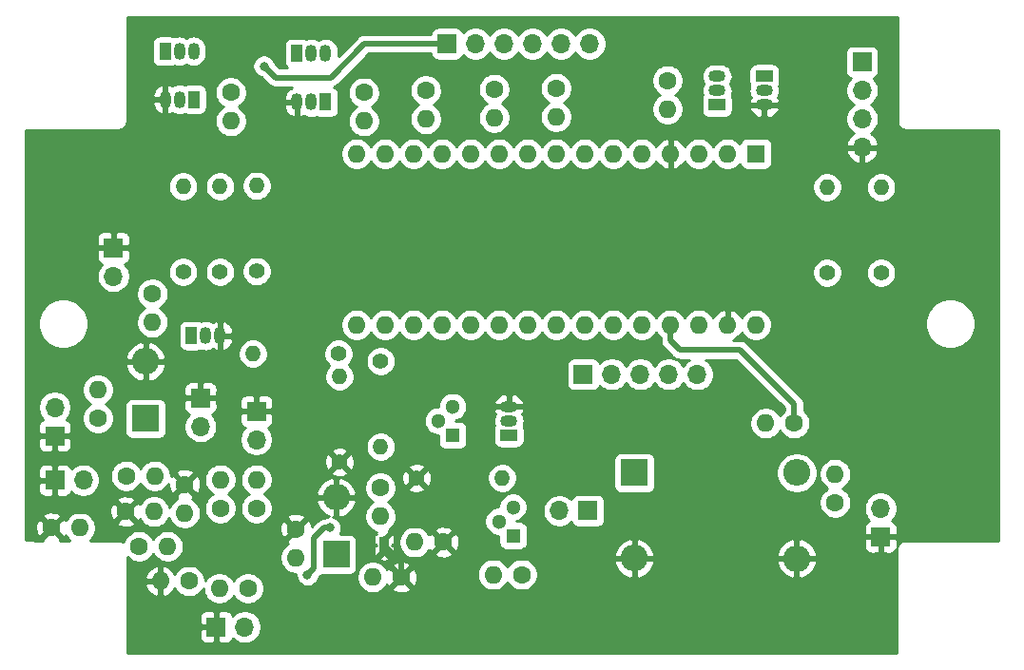
<source format=gbr>
%TF.GenerationSoftware,KiCad,Pcbnew,(5.1.9)-1*%
%TF.CreationDate,2022-03-31T17:20:55+02:00*%
%TF.ProjectId,Balance ruche,42616c61-6e63-4652-9072-756368652e6b,rev?*%
%TF.SameCoordinates,Original*%
%TF.FileFunction,Copper,L2,Bot*%
%TF.FilePolarity,Positive*%
%FSLAX46Y46*%
G04 Gerber Fmt 4.6, Leading zero omitted, Abs format (unit mm)*
G04 Created by KiCad (PCBNEW (5.1.9)-1) date 2022-03-31 17:20:55*
%MOMM*%
%LPD*%
G01*
G04 APERTURE LIST*
%TA.AperFunction,ComponentPad*%
%ADD10R,1.050000X1.500000*%
%TD*%
%TA.AperFunction,ComponentPad*%
%ADD11O,1.050000X1.500000*%
%TD*%
%TA.AperFunction,ComponentPad*%
%ADD12O,1.400000X1.400000*%
%TD*%
%TA.AperFunction,ComponentPad*%
%ADD13C,1.400000*%
%TD*%
%TA.AperFunction,ComponentPad*%
%ADD14O,1.600000X1.600000*%
%TD*%
%TA.AperFunction,ComponentPad*%
%ADD15R,1.600000X1.600000*%
%TD*%
%TA.AperFunction,ComponentPad*%
%ADD16C,1.600000*%
%TD*%
%TA.AperFunction,ComponentPad*%
%ADD17O,2.400000X2.400000*%
%TD*%
%TA.AperFunction,ComponentPad*%
%ADD18R,2.400000X2.400000*%
%TD*%
%TA.AperFunction,ComponentPad*%
%ADD19C,0.600000*%
%TD*%
%TA.AperFunction,SMDPad,CuDef*%
%ADD20R,0.900000X1.600000*%
%TD*%
%TA.AperFunction,ComponentPad*%
%ADD21R,1.500000X1.050000*%
%TD*%
%TA.AperFunction,ComponentPad*%
%ADD22O,1.500000X1.050000*%
%TD*%
%TA.AperFunction,ComponentPad*%
%ADD23R,1.300000X1.300000*%
%TD*%
%TA.AperFunction,ComponentPad*%
%ADD24C,1.300000*%
%TD*%
%TA.AperFunction,ComponentPad*%
%ADD25O,1.700000X1.700000*%
%TD*%
%TA.AperFunction,ComponentPad*%
%ADD26R,1.700000X1.700000*%
%TD*%
%TA.AperFunction,ViaPad*%
%ADD27C,0.800000*%
%TD*%
%TA.AperFunction,Conductor*%
%ADD28C,0.250000*%
%TD*%
%TA.AperFunction,Conductor*%
%ADD29C,0.500000*%
%TD*%
%TA.AperFunction,Conductor*%
%ADD30C,0.254000*%
%TD*%
%TA.AperFunction,Conductor*%
%ADD31C,0.100000*%
%TD*%
G04 APERTURE END LIST*
D10*
%TO.P,Q8,1*%
%TO.N,/DIG2*%
X181060000Y-84710000D03*
D11*
%TO.P,Q8,3*%
%TO.N,GND*%
X178520000Y-84710000D03*
%TO.P,Q8,2*%
%TO.N,Net-(Q7-Pad2)*%
X179790000Y-84710000D03*
%TD*%
D12*
%TO.P,R6,2*%
%TO.N,/SEG_D_GPIO*%
X168370000Y-92210000D03*
D13*
%TO.P,R6,1*%
%TO.N,/SEG_D*%
X168370000Y-99830000D03*
%TD*%
D12*
%TO.P,R5,2*%
%TO.N,/SEG_C_GPIO*%
X171660000Y-92210000D03*
D13*
%TO.P,R5,1*%
%TO.N,/SEG_C*%
X171660000Y-99830000D03*
%TD*%
D14*
%TO.P,A1,16*%
%TO.N,/LED_LOW_BAT_GPIO*%
X183830000Y-104540000D03*
%TO.P,A1,15*%
%TO.N,/DIG3_BASE*%
X183830000Y-89300000D03*
%TO.P,A1,30*%
%TO.N,Net-(A1-Pad30)*%
X219390000Y-104540000D03*
%TO.P,A1,14*%
%TO.N,/DIG2_BASE*%
X186370000Y-89300000D03*
%TO.P,A1,29*%
%TO.N,GND*%
X216850000Y-104540000D03*
%TO.P,A1,13*%
%TO.N,/SEG_B_GPIO*%
X188910000Y-89300000D03*
%TO.P,A1,28*%
%TO.N,Net-(A1-Pad28)*%
X214310000Y-104540000D03*
%TO.P,A1,12*%
%TO.N,/SEG_F_GPIO*%
X191450000Y-89300000D03*
%TO.P,A1,27*%
%TO.N,+5V_BOOST*%
X211770000Y-104540000D03*
%TO.P,A1,11*%
%TO.N,/SEG_E_GPIO*%
X193990000Y-89300000D03*
%TO.P,A1,26*%
%TO.N,Net-(A1-Pad26)*%
X209230000Y-104540000D03*
%TO.P,A1,10*%
%TO.N,/SEG_C_GPIO*%
X196530000Y-89300000D03*
%TO.P,A1,25*%
%TO.N,Net-(A1-Pad25)*%
X206690000Y-104540000D03*
%TO.P,A1,9*%
%TO.N,/SEG_D_GPIO*%
X199070000Y-89300000D03*
%TO.P,A1,24*%
%TO.N,Net-(A1-Pad24)*%
X204150000Y-104540000D03*
%TO.P,A1,8*%
%TO.N,/SEG_A_GPIO*%
X201610000Y-89300000D03*
%TO.P,A1,23*%
%TO.N,Net-(A1-Pad23)*%
X201610000Y-104540000D03*
%TO.P,A1,7*%
%TO.N,/SEG_H_GPIO*%
X204150000Y-89300000D03*
%TO.P,A1,22*%
%TO.N,Net-(A1-Pad22)*%
X199070000Y-104540000D03*
%TO.P,A1,6*%
%TO.N,/SEG_G_GPIO*%
X206690000Y-89300000D03*
%TO.P,A1,21*%
%TO.N,Net-(A1-Pad21)*%
X196530000Y-104540000D03*
%TO.P,A1,5*%
%TO.N,/DIG1_BASE*%
X209230000Y-89300000D03*
%TO.P,A1,20*%
%TO.N,Net-(A1-Pad20)*%
X193990000Y-104540000D03*
%TO.P,A1,4*%
%TO.N,GND*%
X211770000Y-89300000D03*
%TO.P,A1,19*%
%TO.N,/+CELL_ENA_ADC_IN*%
X191450000Y-104540000D03*
%TO.P,A1,3*%
%TO.N,Net-(A1-Pad3)*%
X214310000Y-89300000D03*
%TO.P,A1,18*%
%TO.N,Net-(A1-Pad18)*%
X188910000Y-104540000D03*
%TO.P,A1,2*%
%TO.N,/RX*%
X216850000Y-89300000D03*
%TO.P,A1,17*%
%TO.N,Net-(A1-Pad17)*%
X186370000Y-104540000D03*
D15*
%TO.P,A1,1*%
%TO.N,/TX*%
X219390000Y-89300000D03*
%TD*%
D12*
%TO.P,R21,2*%
%TO.N,/+CELL_ENA_ADC_IN*%
X182300000Y-109150000D03*
D13*
%TO.P,R21,1*%
%TO.N,GND*%
X182300000Y-116770000D03*
%TD*%
D12*
%TO.P,R20,2*%
%TO.N,Net-(Q2-Pad3)*%
X185970000Y-115400000D03*
D13*
%TO.P,R20,1*%
%TO.N,/+CELL_ENA_ADC_IN*%
X185970000Y-107780000D03*
%TD*%
D12*
%TO.P,R7,2*%
%TO.N,Net-(Q1-Pad2)*%
X174590000Y-107110000D03*
D13*
%TO.P,R7,1*%
%TO.N,/LED_LOW_BAT_GPIO*%
X182210000Y-107110000D03*
%TD*%
D12*
%TO.P,R22,2*%
%TO.N,+5V_FUSED*%
X196790000Y-118190000D03*
D13*
%TO.P,R22,1*%
%TO.N,GND*%
X189170000Y-118190000D03*
%TD*%
D12*
%TO.P,R8,2*%
%TO.N,/SEG_E_GPIO*%
X174920000Y-92150000D03*
D13*
%TO.P,R8,1*%
%TO.N,/SEG_E*%
X174920000Y-99770000D03*
%TD*%
D12*
%TO.P,R11,2*%
%TO.N,/SEG_H_GPIO*%
X230520000Y-92290000D03*
D13*
%TO.P,R11,1*%
%TO.N,/SEG_H*%
X230520000Y-99910000D03*
%TD*%
D12*
%TO.P,R10,2*%
%TO.N,/SEG_G_GPIO*%
X225720000Y-92280000D03*
D13*
%TO.P,R10,1*%
%TO.N,/SEG_G*%
X225720000Y-99900000D03*
%TD*%
D14*
%TO.P,C2,2*%
%TO.N,GND*%
X166350000Y-127380000D03*
D16*
%TO.P,C2,1*%
%TO.N,Net-(C2-Pad1)*%
X168890000Y-127380000D03*
%TD*%
D14*
%TO.P,C21,2*%
%TO.N,Net-(C1-Pad2)*%
X178420000Y-125280000D03*
D16*
%TO.P,C21,1*%
%TO.N,GND*%
X178420000Y-122740000D03*
%TD*%
D14*
%TO.P,C1,2*%
%TO.N,Net-(C1-Pad2)*%
X185260000Y-127020000D03*
D16*
%TO.P,C1,1*%
%TO.N,GND*%
X187800000Y-127020000D03*
%TD*%
D14*
%TO.P,C20,2*%
%TO.N,+5V_FUSED*%
X189010000Y-123910000D03*
D16*
%TO.P,C20,1*%
%TO.N,GND*%
X191550000Y-123910000D03*
%TD*%
D14*
%TO.P,R26,2*%
%TO.N,/DIG3_BASE*%
X172610000Y-86390000D03*
D16*
%TO.P,R26,1*%
%TO.N,Net-(Q10-Pad2)*%
X172610000Y-83850000D03*
%TD*%
D14*
%TO.P,R25,2*%
%TO.N,/DIG2_BASE*%
X184470000Y-86400000D03*
D16*
%TO.P,R25,1*%
%TO.N,Net-(Q7-Pad2)*%
X184470000Y-83860000D03*
%TD*%
D14*
%TO.P,R24,2*%
%TO.N,/DIG1_BASE*%
X211510000Y-85310000D03*
D16*
%TO.P,R24,1*%
%TO.N,Net-(Q5-Pad2)*%
X211510000Y-82770000D03*
%TD*%
D14*
%TO.P,R23,2*%
%TO.N,Net-(Q3-Pad2)*%
X220260000Y-113320000D03*
D16*
%TO.P,R23,1*%
%TO.N,+5V_BOOST*%
X222800000Y-113320000D03*
%TD*%
D14*
%TO.P,R19,2*%
%TO.N,/~TE~*%
X165800000Y-121190000D03*
D16*
%TO.P,R19,1*%
%TO.N,GND*%
X163260000Y-121190000D03*
%TD*%
D14*
%TO.P,R18,2*%
%TO.N,Net-(R18-Pad2)*%
X165840000Y-117990000D03*
D16*
%TO.P,R18,1*%
%TO.N,+5V_FUSED*%
X163300000Y-117990000D03*
%TD*%
D14*
%TO.P,R17,2*%
%TO.N,Net-(R17-Pad2)*%
X168520000Y-121310000D03*
D16*
%TO.P,R17,1*%
%TO.N,GND*%
X168520000Y-118770000D03*
%TD*%
D14*
%TO.P,R16,2*%
%TO.N,/Therm*%
X167000000Y-124270000D03*
D16*
%TO.P,R16,1*%
%TO.N,/Therm_Connector*%
X164460000Y-124270000D03*
%TD*%
D14*
%TO.P,R15,2*%
%TO.N,/LED_CHARGE_OK*%
X174900000Y-118330000D03*
D16*
%TO.P,R15,1*%
%TO.N,Net-(R15-Pad1)*%
X174900000Y-120870000D03*
%TD*%
D14*
%TO.P,R14,2*%
%TO.N,/Therm_Connector*%
X159200000Y-122640000D03*
D16*
%TO.P,R14,1*%
%TO.N,GND*%
X156660000Y-122640000D03*
%TD*%
D14*
%TO.P,R13,2*%
%TO.N,/LED_EN_CHARGE*%
X171680000Y-118330000D03*
D16*
%TO.P,R13,1*%
%TO.N,Net-(R13-Pad1)*%
X171680000Y-120870000D03*
%TD*%
D14*
%TO.P,R12,2*%
%TO.N,Net-(R12-Pad2)*%
X185940000Y-121610000D03*
D16*
%TO.P,R12,1*%
%TO.N,+CELL*%
X185940000Y-119070000D03*
%TD*%
D14*
%TO.P,R9,2*%
%TO.N,/SEG_F_GPIO*%
X196070000Y-86070000D03*
D16*
%TO.P,R9,1*%
%TO.N,/SEG_F*%
X196070000Y-83530000D03*
%TD*%
D14*
%TO.P,R4,2*%
%TO.N,/SEG_B_GPIO*%
X189980000Y-86210000D03*
D16*
%TO.P,R4,1*%
%TO.N,/SEG_B*%
X189980000Y-83670000D03*
%TD*%
D14*
%TO.P,R3,2*%
%TO.N,/SEG_A_GPIO*%
X201580000Y-86000000D03*
D16*
%TO.P,R3,1*%
%TO.N,/SEG_A*%
X201580000Y-83460000D03*
%TD*%
D14*
%TO.P,R2,2*%
%TO.N,+5V_BOOST*%
X226440000Y-117830000D03*
D16*
%TO.P,R2,1*%
%TO.N,/LED_ON*%
X226440000Y-120370000D03*
%TD*%
D14*
%TO.P,R1,2*%
%TO.N,Net-(Q1-Pad1)*%
X165640000Y-104330000D03*
D16*
%TO.P,R1,1*%
%TO.N,/LED_LOW_BAT*%
X165640000Y-101790000D03*
%TD*%
D14*
%TO.P,F3,2*%
%TO.N,+CELL*%
X195980000Y-126790000D03*
D16*
%TO.P,F3,1*%
%TO.N,Net-(F3-Pad1)*%
X198520000Y-126790000D03*
%TD*%
D14*
%TO.P,F2,2*%
%TO.N,Net-(C2-Pad1)*%
X171600000Y-128020000D03*
D16*
%TO.P,F2,1*%
%TO.N,+CELL*%
X174140000Y-128020000D03*
%TD*%
D14*
%TO.P,F1,2*%
%TO.N,Net-(F1-Pad2)*%
X160800000Y-110320000D03*
D16*
%TO.P,F1,1*%
%TO.N,+5V_FUSED*%
X160800000Y-112860000D03*
%TD*%
D17*
%TO.P,U3,3*%
%TO.N,GND*%
X223010000Y-125352400D03*
%TO.P,U3,4*%
%TO.N,+5V_BOOST*%
X223010000Y-117730000D03*
%TO.P,U3,2*%
%TO.N,GND*%
X208550000Y-125350000D03*
D18*
%TO.P,U3,1*%
%TO.N,+CELL_ON_ENA*%
X208550000Y-117730000D03*
%TD*%
D19*
%TO.P,U1,9*%
%TO.N,GND*%
X186270000Y-124670000D03*
X186270000Y-123670000D03*
D20*
X186270000Y-124170000D03*
%TD*%
D10*
%TO.P,Q10,1*%
%TO.N,/DIG3*%
X169330000Y-84460000D03*
D11*
%TO.P,Q10,3*%
%TO.N,GND*%
X166790000Y-84460000D03*
%TO.P,Q10,2*%
%TO.N,Net-(Q10-Pad2)*%
X168060000Y-84460000D03*
%TD*%
D10*
%TO.P,Q9,1*%
%TO.N,+5V_BOOST*%
X166770000Y-80170000D03*
D11*
%TO.P,Q9,3*%
%TO.N,/DIG3*%
X169310000Y-80170000D03*
%TO.P,Q9,2*%
%TO.N,Net-(Q10-Pad2)*%
X168040000Y-80170000D03*
%TD*%
D10*
%TO.P,Q7,1*%
%TO.N,+5V_BOOST*%
X178520000Y-80370000D03*
D11*
%TO.P,Q7,3*%
%TO.N,/DIG2*%
X181060000Y-80370000D03*
%TO.P,Q7,2*%
%TO.N,Net-(Q7-Pad2)*%
X179790000Y-80370000D03*
%TD*%
D21*
%TO.P,Q6,1*%
%TO.N,/DIG1*%
X220130000Y-82400000D03*
D22*
%TO.P,Q6,3*%
%TO.N,GND*%
X220130000Y-84940000D03*
%TO.P,Q6,2*%
%TO.N,Net-(Q5-Pad2)*%
X220130000Y-83670000D03*
%TD*%
D21*
%TO.P,Q5,1*%
%TO.N,+5V_BOOST*%
X215920000Y-84940000D03*
D22*
%TO.P,Q5,3*%
%TO.N,/DIG1*%
X215920000Y-82400000D03*
%TO.P,Q5,2*%
%TO.N,Net-(Q5-Pad2)*%
X215920000Y-83670000D03*
%TD*%
D23*
%TO.P,Q4,1*%
%TO.N,Net-(F3-Pad1)*%
X197760000Y-123320000D03*
D24*
%TO.P,Q4,3*%
%TO.N,+CELL_ON*%
X197760000Y-120780000D03*
%TO.P,Q4,2*%
%TO.N,+5V_FUSED*%
X196490000Y-122050000D03*
%TD*%
D21*
%TO.P,Q3,1*%
%TO.N,Net-(Q2-Pad2)*%
X197380000Y-114370000D03*
D22*
%TO.P,Q3,3*%
%TO.N,GND*%
X197380000Y-111830000D03*
%TO.P,Q3,2*%
%TO.N,Net-(Q3-Pad2)*%
X197380000Y-113100000D03*
%TD*%
D23*
%TO.P,Q2,1*%
%TO.N,+CELL*%
X192370000Y-114370000D03*
D24*
%TO.P,Q2,3*%
%TO.N,Net-(Q2-Pad3)*%
X192370000Y-111830000D03*
%TO.P,Q2,2*%
%TO.N,Net-(Q2-Pad2)*%
X191100000Y-113100000D03*
%TD*%
D10*
%TO.P,Q1,1*%
%TO.N,Net-(Q1-Pad1)*%
X169130000Y-105510000D03*
D11*
%TO.P,Q1,3*%
%TO.N,GND*%
X171670000Y-105510000D03*
%TO.P,Q1,2*%
%TO.N,Net-(Q1-Pad2)*%
X170400000Y-105510000D03*
%TD*%
D25*
%TO.P,J201,2*%
%TO.N,/Therm_Connector*%
X159490000Y-118380000D03*
D26*
%TO.P,J201,1*%
%TO.N,GND*%
X156950000Y-118380000D03*
%TD*%
D25*
%TO.P,J200,2*%
%TO.N,+CELL*%
X173860000Y-131460000D03*
D26*
%TO.P,J200,1*%
%TO.N,GND*%
X171320000Y-131460000D03*
%TD*%
D25*
%TO.P,J101,5*%
%TO.N,/SEG_G*%
X214170000Y-108960000D03*
%TO.P,J101,4*%
%TO.N,/SEG_H*%
X211630000Y-108960000D03*
%TO.P,J101,3*%
%TO.N,/SEG_E*%
X209090000Y-108960000D03*
%TO.P,J101,2*%
%TO.N,/SEG_C*%
X206550000Y-108960000D03*
D26*
%TO.P,J101,1*%
%TO.N,/SEG_D*%
X204010000Y-108960000D03*
%TD*%
D25*
%TO.P,J100,6*%
%TO.N,/DIG1*%
X204570000Y-79500000D03*
%TO.P,J100,5*%
%TO.N,/SEG_A*%
X202030000Y-79500000D03*
%TO.P,J100,4*%
%TO.N,/SEG_F*%
X199490000Y-79500000D03*
%TO.P,J100,3*%
%TO.N,/SEG_B*%
X196950000Y-79500000D03*
%TO.P,J100,2*%
%TO.N,/DIG2*%
X194410000Y-79500000D03*
D26*
%TO.P,J100,1*%
%TO.N,/DIG3*%
X191870000Y-79500000D03*
%TD*%
D25*
%TO.P,J11,2*%
%TO.N,+CELL_ON*%
X201880000Y-121110000D03*
D26*
%TO.P,J11,1*%
%TO.N,+CELL_ON_ENA*%
X204420000Y-121110000D03*
%TD*%
D25*
%TO.P,J8,2*%
%TO.N,/LED_CHARGE_OK*%
X174900000Y-114770000D03*
D26*
%TO.P,J8,1*%
%TO.N,GND*%
X174900000Y-112230000D03*
%TD*%
D25*
%TO.P,J7,2*%
%TO.N,/LED_ON*%
X230480000Y-120900000D03*
D26*
%TO.P,J7,1*%
%TO.N,GND*%
X230480000Y-123440000D03*
%TD*%
D25*
%TO.P,J6,2*%
%TO.N,/LED_EN_CHARGE*%
X169930000Y-113610000D03*
D26*
%TO.P,J6,1*%
%TO.N,GND*%
X169930000Y-111070000D03*
%TD*%
D25*
%TO.P,J5,2*%
%TO.N,/LED_LOW_BAT*%
X162160000Y-100220000D03*
D26*
%TO.P,J5,1*%
%TO.N,GND*%
X162160000Y-97680000D03*
%TD*%
D25*
%TO.P,J4,4*%
%TO.N,GND*%
X228840000Y-88740000D03*
%TO.P,J4,3*%
%TO.N,/TX*%
X228840000Y-86200000D03*
%TO.P,J4,2*%
%TO.N,/RX*%
X228840000Y-83660000D03*
D26*
%TO.P,J4,1*%
%TO.N,+5V_BOOST*%
X228840000Y-81120000D03*
%TD*%
D25*
%TO.P,J1,2*%
%TO.N,Net-(F1-Pad2)*%
X156940000Y-111890000D03*
D26*
%TO.P,J1,1*%
%TO.N,GND*%
X156940000Y-114430000D03*
%TD*%
D17*
%TO.P,D2,2*%
%TO.N,GND*%
X182010000Y-119910000D03*
D18*
%TO.P,D2,1*%
%TO.N,Net-(C1-Pad2)*%
X182010000Y-124990000D03*
%TD*%
D17*
%TO.P,D1,2*%
%TO.N,GND*%
X165030000Y-107810000D03*
D18*
%TO.P,D1,1*%
%TO.N,+5V_FUSED*%
X165030000Y-112890000D03*
%TD*%
D27*
%TO.N,/DIG3*%
X175580000Y-81500000D03*
%TO.N,+CELL*%
X179460000Y-126820000D03*
X181460000Y-122640000D03*
%TD*%
D28*
%TO.N,GND*%
X186270000Y-124170000D02*
X186270000Y-123670000D01*
D29*
X187800000Y-125700000D02*
X186270000Y-124170000D01*
X187800000Y-127020000D02*
X187800000Y-125700000D01*
%TO.N,/DIG3*%
X175580000Y-81500000D02*
X176600000Y-82520000D01*
X176600000Y-82520000D02*
X181520000Y-82520000D01*
X184540000Y-79500000D02*
X191870000Y-79500000D01*
X181520000Y-82520000D02*
X184540000Y-79500000D01*
%TO.N,+5V_BOOST*%
X222800000Y-113320000D02*
X222800000Y-111600000D01*
X222800000Y-111600000D02*
X217980000Y-106780000D01*
X217980000Y-106780000D02*
X212600000Y-106780000D01*
X211770000Y-105950000D02*
X211770000Y-104540000D01*
X212600000Y-106780000D02*
X211770000Y-105950000D01*
%TO.N,+CELL*%
X179460000Y-126820000D02*
X180030000Y-126250000D01*
X180030000Y-126250000D02*
X180030000Y-123530000D01*
X180920000Y-122640000D02*
X181460000Y-122640000D01*
X180030000Y-123530000D02*
X180920000Y-122640000D01*
%TD*%
D30*
%TO.N,GND*%
X231960000Y-86425123D02*
X231956565Y-86460000D01*
X231970273Y-86599184D01*
X232010872Y-86733020D01*
X232076800Y-86856363D01*
X232165525Y-86964475D01*
X232273637Y-87053200D01*
X232396980Y-87119128D01*
X232530816Y-87159727D01*
X232670000Y-87173435D01*
X232704877Y-87170000D01*
X240960001Y-87170000D01*
X240960000Y-123750000D01*
X232694877Y-123750000D01*
X232660000Y-123746565D01*
X232625123Y-123750000D01*
X232520816Y-123760273D01*
X232386980Y-123800872D01*
X232263637Y-123866800D01*
X232155525Y-123955525D01*
X232066800Y-124063637D01*
X232000872Y-124186980D01*
X231967327Y-124297561D01*
X231968072Y-124290000D01*
X231965000Y-123725750D01*
X231806250Y-123567000D01*
X230607000Y-123567000D01*
X230607000Y-124766250D01*
X230765750Y-124925000D01*
X231330000Y-124928072D01*
X231454482Y-124915812D01*
X231574180Y-124879502D01*
X231684494Y-124820537D01*
X231781185Y-124741185D01*
X231860537Y-124644494D01*
X231919502Y-124534180D01*
X231948758Y-124437737D01*
X231946565Y-124460000D01*
X231950001Y-124494887D01*
X231950000Y-133750000D01*
X163380000Y-133750000D01*
X163380000Y-132310000D01*
X169831928Y-132310000D01*
X169844188Y-132434482D01*
X169880498Y-132554180D01*
X169939463Y-132664494D01*
X170018815Y-132761185D01*
X170115506Y-132840537D01*
X170225820Y-132899502D01*
X170345518Y-132935812D01*
X170470000Y-132948072D01*
X171034250Y-132945000D01*
X171193000Y-132786250D01*
X171193000Y-131587000D01*
X169993750Y-131587000D01*
X169835000Y-131745750D01*
X169831928Y-132310000D01*
X163380000Y-132310000D01*
X163380000Y-130610000D01*
X169831928Y-130610000D01*
X169835000Y-131174250D01*
X169993750Y-131333000D01*
X171193000Y-131333000D01*
X171193000Y-130133750D01*
X171447000Y-130133750D01*
X171447000Y-131333000D01*
X171467000Y-131333000D01*
X171467000Y-131587000D01*
X171447000Y-131587000D01*
X171447000Y-132786250D01*
X171605750Y-132945000D01*
X172170000Y-132948072D01*
X172294482Y-132935812D01*
X172414180Y-132899502D01*
X172524494Y-132840537D01*
X172621185Y-132761185D01*
X172700537Y-132664494D01*
X172759502Y-132554180D01*
X172781513Y-132481620D01*
X172913368Y-132613475D01*
X173156589Y-132775990D01*
X173426842Y-132887932D01*
X173713740Y-132945000D01*
X174006260Y-132945000D01*
X174293158Y-132887932D01*
X174563411Y-132775990D01*
X174806632Y-132613475D01*
X175013475Y-132406632D01*
X175175990Y-132163411D01*
X175287932Y-131893158D01*
X175345000Y-131606260D01*
X175345000Y-131313740D01*
X175287932Y-131026842D01*
X175175990Y-130756589D01*
X175013475Y-130513368D01*
X174806632Y-130306525D01*
X174563411Y-130144010D01*
X174293158Y-130032068D01*
X174006260Y-129975000D01*
X173713740Y-129975000D01*
X173426842Y-130032068D01*
X173156589Y-130144010D01*
X172913368Y-130306525D01*
X172781513Y-130438380D01*
X172759502Y-130365820D01*
X172700537Y-130255506D01*
X172621185Y-130158815D01*
X172524494Y-130079463D01*
X172414180Y-130020498D01*
X172294482Y-129984188D01*
X172170000Y-129971928D01*
X171605750Y-129975000D01*
X171447000Y-130133750D01*
X171193000Y-130133750D01*
X171034250Y-129975000D01*
X170470000Y-129971928D01*
X170345518Y-129984188D01*
X170225820Y-130020498D01*
X170115506Y-130079463D01*
X170018815Y-130158815D01*
X169939463Y-130255506D01*
X169880498Y-130365820D01*
X169844188Y-130485518D01*
X169831928Y-130610000D01*
X163380000Y-130610000D01*
X163380000Y-127729039D01*
X164958096Y-127729039D01*
X164998754Y-127863087D01*
X165118963Y-128117420D01*
X165286481Y-128343414D01*
X165494869Y-128532385D01*
X165736119Y-128677070D01*
X166000960Y-128771909D01*
X166223000Y-128650624D01*
X166223000Y-127507000D01*
X165080085Y-127507000D01*
X164958096Y-127729039D01*
X163380000Y-127729039D01*
X163380000Y-127030961D01*
X164958096Y-127030961D01*
X165080085Y-127253000D01*
X166223000Y-127253000D01*
X166223000Y-126109376D01*
X166477000Y-126109376D01*
X166477000Y-127253000D01*
X166497000Y-127253000D01*
X166497000Y-127507000D01*
X166477000Y-127507000D01*
X166477000Y-128650624D01*
X166699040Y-128771909D01*
X166963881Y-128677070D01*
X167205131Y-128532385D01*
X167413519Y-128343414D01*
X167581037Y-128117420D01*
X167613643Y-128048435D01*
X167618320Y-128059727D01*
X167775363Y-128294759D01*
X167975241Y-128494637D01*
X168210273Y-128651680D01*
X168471426Y-128759853D01*
X168748665Y-128815000D01*
X169031335Y-128815000D01*
X169308574Y-128759853D01*
X169569727Y-128651680D01*
X169804759Y-128494637D01*
X170004637Y-128294759D01*
X170161680Y-128059727D01*
X170165000Y-128051712D01*
X170165000Y-128161335D01*
X170220147Y-128438574D01*
X170328320Y-128699727D01*
X170485363Y-128934759D01*
X170685241Y-129134637D01*
X170920273Y-129291680D01*
X171181426Y-129399853D01*
X171458665Y-129455000D01*
X171741335Y-129455000D01*
X172018574Y-129399853D01*
X172279727Y-129291680D01*
X172514759Y-129134637D01*
X172714637Y-128934759D01*
X172870000Y-128702241D01*
X173025363Y-128934759D01*
X173225241Y-129134637D01*
X173460273Y-129291680D01*
X173721426Y-129399853D01*
X173998665Y-129455000D01*
X174281335Y-129455000D01*
X174558574Y-129399853D01*
X174819727Y-129291680D01*
X175054759Y-129134637D01*
X175254637Y-128934759D01*
X175411680Y-128699727D01*
X175519853Y-128438574D01*
X175575000Y-128161335D01*
X175575000Y-127878665D01*
X175519853Y-127601426D01*
X175411680Y-127340273D01*
X175254637Y-127105241D01*
X175054759Y-126905363D01*
X174819727Y-126748320D01*
X174558574Y-126640147D01*
X174281335Y-126585000D01*
X173998665Y-126585000D01*
X173721426Y-126640147D01*
X173460273Y-126748320D01*
X173225241Y-126905363D01*
X173025363Y-127105241D01*
X172870000Y-127337759D01*
X172714637Y-127105241D01*
X172514759Y-126905363D01*
X172279727Y-126748320D01*
X172018574Y-126640147D01*
X171741335Y-126585000D01*
X171458665Y-126585000D01*
X171181426Y-126640147D01*
X170920273Y-126748320D01*
X170685241Y-126905363D01*
X170485363Y-127105241D01*
X170328320Y-127340273D01*
X170325000Y-127348288D01*
X170325000Y-127238665D01*
X170269853Y-126961426D01*
X170161680Y-126700273D01*
X170004637Y-126465241D01*
X169804759Y-126265363D01*
X169569727Y-126108320D01*
X169308574Y-126000147D01*
X169031335Y-125945000D01*
X168748665Y-125945000D01*
X168471426Y-126000147D01*
X168210273Y-126108320D01*
X167975241Y-126265363D01*
X167775363Y-126465241D01*
X167618320Y-126700273D01*
X167613643Y-126711565D01*
X167581037Y-126642580D01*
X167413519Y-126416586D01*
X167205131Y-126227615D01*
X166963881Y-126082930D01*
X166699040Y-125988091D01*
X166477000Y-126109376D01*
X166223000Y-126109376D01*
X166000960Y-125988091D01*
X165736119Y-126082930D01*
X165494869Y-126227615D01*
X165286481Y-126416586D01*
X165118963Y-126642580D01*
X164998754Y-126896913D01*
X164958096Y-127030961D01*
X163380000Y-127030961D01*
X163380000Y-125219396D01*
X163545241Y-125384637D01*
X163780273Y-125541680D01*
X164041426Y-125649853D01*
X164318665Y-125705000D01*
X164601335Y-125705000D01*
X164878574Y-125649853D01*
X165139727Y-125541680D01*
X165374759Y-125384637D01*
X165574637Y-125184759D01*
X165730000Y-124952241D01*
X165885363Y-125184759D01*
X166085241Y-125384637D01*
X166320273Y-125541680D01*
X166581426Y-125649853D01*
X166858665Y-125705000D01*
X167141335Y-125705000D01*
X167418574Y-125649853D01*
X167679727Y-125541680D01*
X167914759Y-125384637D01*
X168114637Y-125184759D01*
X168145435Y-125138665D01*
X176985000Y-125138665D01*
X176985000Y-125421335D01*
X177040147Y-125698574D01*
X177148320Y-125959727D01*
X177305363Y-126194759D01*
X177505241Y-126394637D01*
X177740273Y-126551680D01*
X178001426Y-126659853D01*
X178278665Y-126715000D01*
X178425609Y-126715000D01*
X178425000Y-126718061D01*
X178425000Y-126921939D01*
X178464774Y-127121898D01*
X178542795Y-127310256D01*
X178656063Y-127479774D01*
X178800226Y-127623937D01*
X178969744Y-127737205D01*
X179158102Y-127815226D01*
X179358061Y-127855000D01*
X179561939Y-127855000D01*
X179761898Y-127815226D01*
X179950256Y-127737205D01*
X180119774Y-127623937D01*
X180263937Y-127479774D01*
X180377205Y-127310256D01*
X180455226Y-127121898D01*
X180466535Y-127065043D01*
X180625045Y-126906533D01*
X180658817Y-126878817D01*
X180658941Y-126878665D01*
X183825000Y-126878665D01*
X183825000Y-127161335D01*
X183880147Y-127438574D01*
X183988320Y-127699727D01*
X184145363Y-127934759D01*
X184345241Y-128134637D01*
X184580273Y-128291680D01*
X184841426Y-128399853D01*
X185118665Y-128455000D01*
X185401335Y-128455000D01*
X185678574Y-128399853D01*
X185939727Y-128291680D01*
X186174759Y-128134637D01*
X186296694Y-128012702D01*
X186986903Y-128012702D01*
X187058486Y-128256671D01*
X187313996Y-128377571D01*
X187588184Y-128446300D01*
X187870512Y-128460217D01*
X188150130Y-128418787D01*
X188416292Y-128323603D01*
X188541514Y-128256671D01*
X188613097Y-128012702D01*
X187800000Y-127199605D01*
X186986903Y-128012702D01*
X186296694Y-128012702D01*
X186374637Y-127934759D01*
X186530915Y-127700872D01*
X186563329Y-127761514D01*
X186807298Y-127833097D01*
X187620395Y-127020000D01*
X187979605Y-127020000D01*
X188792702Y-127833097D01*
X189036671Y-127761514D01*
X189157571Y-127506004D01*
X189226300Y-127231816D01*
X189240217Y-126949488D01*
X189198787Y-126669870D01*
X189191204Y-126648665D01*
X194545000Y-126648665D01*
X194545000Y-126931335D01*
X194600147Y-127208574D01*
X194708320Y-127469727D01*
X194865363Y-127704759D01*
X195065241Y-127904637D01*
X195300273Y-128061680D01*
X195561426Y-128169853D01*
X195838665Y-128225000D01*
X196121335Y-128225000D01*
X196398574Y-128169853D01*
X196659727Y-128061680D01*
X196894759Y-127904637D01*
X197094637Y-127704759D01*
X197250000Y-127472241D01*
X197405363Y-127704759D01*
X197605241Y-127904637D01*
X197840273Y-128061680D01*
X198101426Y-128169853D01*
X198378665Y-128225000D01*
X198661335Y-128225000D01*
X198938574Y-128169853D01*
X199199727Y-128061680D01*
X199434759Y-127904637D01*
X199634637Y-127704759D01*
X199791680Y-127469727D01*
X199899853Y-127208574D01*
X199955000Y-126931335D01*
X199955000Y-126648665D01*
X199899853Y-126371426D01*
X199791680Y-126110273D01*
X199634637Y-125875241D01*
X199521201Y-125761805D01*
X206761805Y-125761805D01*
X206834379Y-126001066D01*
X206994361Y-126323257D01*
X207214125Y-126608046D01*
X207485226Y-126844489D01*
X207797246Y-127023500D01*
X208138194Y-127138199D01*
X208423000Y-127021854D01*
X208423000Y-125477000D01*
X208677000Y-125477000D01*
X208677000Y-127021854D01*
X208961806Y-127138199D01*
X209302754Y-127023500D01*
X209614774Y-126844489D01*
X209885875Y-126608046D01*
X210105639Y-126323257D01*
X210265621Y-126001066D01*
X210337467Y-125764205D01*
X221221805Y-125764205D01*
X221294379Y-126003466D01*
X221454361Y-126325657D01*
X221674125Y-126610446D01*
X221945226Y-126846889D01*
X222257246Y-127025900D01*
X222598194Y-127140599D01*
X222883000Y-127024254D01*
X222883000Y-125479400D01*
X223137000Y-125479400D01*
X223137000Y-127024254D01*
X223421806Y-127140599D01*
X223762754Y-127025900D01*
X224074774Y-126846889D01*
X224345875Y-126610446D01*
X224565639Y-126325657D01*
X224725621Y-126003466D01*
X224798195Y-125764205D01*
X224681432Y-125479400D01*
X223137000Y-125479400D01*
X222883000Y-125479400D01*
X221338568Y-125479400D01*
X221221805Y-125764205D01*
X210337467Y-125764205D01*
X210338195Y-125761805D01*
X210221432Y-125477000D01*
X208677000Y-125477000D01*
X208423000Y-125477000D01*
X206878568Y-125477000D01*
X206761805Y-125761805D01*
X199521201Y-125761805D01*
X199434759Y-125675363D01*
X199199727Y-125518320D01*
X198938574Y-125410147D01*
X198661335Y-125355000D01*
X198378665Y-125355000D01*
X198101426Y-125410147D01*
X197840273Y-125518320D01*
X197605241Y-125675363D01*
X197405363Y-125875241D01*
X197250000Y-126107759D01*
X197094637Y-125875241D01*
X196894759Y-125675363D01*
X196659727Y-125518320D01*
X196398574Y-125410147D01*
X196121335Y-125355000D01*
X195838665Y-125355000D01*
X195561426Y-125410147D01*
X195300273Y-125518320D01*
X195065241Y-125675363D01*
X194865363Y-125875241D01*
X194708320Y-126110273D01*
X194600147Y-126371426D01*
X194545000Y-126648665D01*
X189191204Y-126648665D01*
X189103603Y-126403708D01*
X189036671Y-126278486D01*
X188792702Y-126206903D01*
X187979605Y-127020000D01*
X187620395Y-127020000D01*
X186807298Y-126206903D01*
X186563329Y-126278486D01*
X186532806Y-126342992D01*
X186531680Y-126340273D01*
X186374637Y-126105241D01*
X186296694Y-126027298D01*
X186986903Y-126027298D01*
X187800000Y-126840395D01*
X188613097Y-126027298D01*
X188541514Y-125783329D01*
X188286004Y-125662429D01*
X188011816Y-125593700D01*
X187729488Y-125579783D01*
X187449870Y-125621213D01*
X187183708Y-125716397D01*
X187058486Y-125783329D01*
X186986903Y-126027298D01*
X186296694Y-126027298D01*
X186174759Y-125905363D01*
X185939727Y-125748320D01*
X185678574Y-125640147D01*
X185401335Y-125585000D01*
X185118665Y-125585000D01*
X184841426Y-125640147D01*
X184580273Y-125748320D01*
X184345241Y-125905363D01*
X184145363Y-126105241D01*
X183988320Y-126340273D01*
X183880147Y-126601426D01*
X183825000Y-126878665D01*
X180658941Y-126878665D01*
X180708654Y-126818091D01*
X180810000Y-126828072D01*
X183210000Y-126828072D01*
X183334482Y-126815812D01*
X183454180Y-126779502D01*
X183564494Y-126720537D01*
X183661185Y-126641185D01*
X183740537Y-126544494D01*
X183799502Y-126434180D01*
X183835812Y-126314482D01*
X183848072Y-126190000D01*
X183848072Y-125304541D01*
X185815064Y-125304541D01*
X185825575Y-125497763D01*
X185995603Y-125568562D01*
X186176176Y-125604828D01*
X186360355Y-125605171D01*
X186541061Y-125569574D01*
X186711351Y-125499408D01*
X186714425Y-125497763D01*
X186724936Y-125304541D01*
X186270000Y-124849605D01*
X185815064Y-125304541D01*
X183848072Y-125304541D01*
X183848072Y-123790000D01*
X183835812Y-123665518D01*
X183799502Y-123545820D01*
X183740537Y-123435506D01*
X183661185Y-123338815D01*
X183564494Y-123259463D01*
X183454180Y-123200498D01*
X183334482Y-123164188D01*
X183210000Y-123151928D01*
X182362724Y-123151928D01*
X182377205Y-123130256D01*
X182455226Y-122941898D01*
X182495000Y-122741939D01*
X182495000Y-122538061D01*
X182455226Y-122338102D01*
X182377205Y-122149744D01*
X182263937Y-121980226D01*
X182119774Y-121836063D01*
X181950256Y-121722795D01*
X181761898Y-121644774D01*
X181739409Y-121640301D01*
X181883000Y-121581432D01*
X181883000Y-120037000D01*
X182137000Y-120037000D01*
X182137000Y-121581432D01*
X182421805Y-121698195D01*
X182661066Y-121625621D01*
X182983257Y-121465639D01*
X183268046Y-121245875D01*
X183504489Y-120974774D01*
X183683500Y-120662754D01*
X183798199Y-120321806D01*
X183681854Y-120037000D01*
X182137000Y-120037000D01*
X181883000Y-120037000D01*
X180338146Y-120037000D01*
X180221801Y-120321806D01*
X180336500Y-120662754D01*
X180515511Y-120974774D01*
X180751954Y-121245875D01*
X181036743Y-121465639D01*
X181329033Y-121610774D01*
X181158102Y-121644774D01*
X180969744Y-121722795D01*
X180926931Y-121751402D01*
X180919999Y-121750719D01*
X180876533Y-121755000D01*
X180876523Y-121755000D01*
X180746510Y-121767805D01*
X180579687Y-121818411D01*
X180425941Y-121900589D01*
X180425939Y-121900590D01*
X180425940Y-121900590D01*
X180324953Y-121983468D01*
X180324951Y-121983470D01*
X180291183Y-122011183D01*
X180263470Y-122044951D01*
X179831661Y-122476760D01*
X179818787Y-122389870D01*
X179723603Y-122123708D01*
X179656671Y-121998486D01*
X179412702Y-121926903D01*
X178599605Y-122740000D01*
X178613748Y-122754143D01*
X178434143Y-122933748D01*
X178420000Y-122919605D01*
X177606903Y-123732702D01*
X177678486Y-123976671D01*
X177742992Y-124007194D01*
X177740273Y-124008320D01*
X177505241Y-124165363D01*
X177305363Y-124365241D01*
X177148320Y-124600273D01*
X177040147Y-124861426D01*
X176985000Y-125138665D01*
X168145435Y-125138665D01*
X168271680Y-124949727D01*
X168379853Y-124688574D01*
X168435000Y-124411335D01*
X168435000Y-124128665D01*
X168379853Y-123851426D01*
X168271680Y-123590273D01*
X168114637Y-123355241D01*
X167914759Y-123155363D01*
X167679727Y-122998320D01*
X167418574Y-122890147D01*
X167141335Y-122835000D01*
X166858665Y-122835000D01*
X166581426Y-122890147D01*
X166320273Y-122998320D01*
X166085241Y-123155363D01*
X165885363Y-123355241D01*
X165730000Y-123587759D01*
X165574637Y-123355241D01*
X165374759Y-123155363D01*
X165139727Y-122998320D01*
X164878574Y-122890147D01*
X164601335Y-122835000D01*
X164318665Y-122835000D01*
X164041426Y-122890147D01*
X163780273Y-122998320D01*
X163545241Y-123155363D01*
X163345363Y-123355241D01*
X163188320Y-123590273D01*
X163080147Y-123851426D01*
X163075598Y-123874296D01*
X163067021Y-123867241D01*
X163066673Y-123867055D01*
X163066363Y-123866800D01*
X163004487Y-123833727D01*
X162943751Y-123801176D01*
X162943374Y-123801061D01*
X162943020Y-123800872D01*
X162876093Y-123780570D01*
X162809960Y-123760428D01*
X162809565Y-123760389D01*
X162809184Y-123760273D01*
X162739412Y-123753401D01*
X162705665Y-123750040D01*
X162705279Y-123750040D01*
X162670000Y-123746565D01*
X162635508Y-123749962D01*
X160122223Y-123747173D01*
X160314637Y-123554759D01*
X160471680Y-123319727D01*
X160579853Y-123058574D01*
X160629196Y-122810512D01*
X176979783Y-122810512D01*
X177021213Y-123090130D01*
X177116397Y-123356292D01*
X177183329Y-123481514D01*
X177427298Y-123553097D01*
X178240395Y-122740000D01*
X177427298Y-121926903D01*
X177183329Y-121998486D01*
X177062429Y-122253996D01*
X176993700Y-122528184D01*
X176979783Y-122810512D01*
X160629196Y-122810512D01*
X160635000Y-122781335D01*
X160635000Y-122498665D01*
X160579853Y-122221426D01*
X160563814Y-122182702D01*
X162446903Y-122182702D01*
X162518486Y-122426671D01*
X162773996Y-122547571D01*
X163048184Y-122616300D01*
X163330512Y-122630217D01*
X163610130Y-122588787D01*
X163876292Y-122493603D01*
X164001514Y-122426671D01*
X164073097Y-122182702D01*
X163260000Y-121369605D01*
X162446903Y-122182702D01*
X160563814Y-122182702D01*
X160471680Y-121960273D01*
X160314637Y-121725241D01*
X160114759Y-121525363D01*
X159879727Y-121368320D01*
X159619456Y-121260512D01*
X161819783Y-121260512D01*
X161861213Y-121540130D01*
X161956397Y-121806292D01*
X162023329Y-121931514D01*
X162267298Y-122003097D01*
X163080395Y-121190000D01*
X163439605Y-121190000D01*
X164252702Y-122003097D01*
X164496671Y-121931514D01*
X164527194Y-121867008D01*
X164528320Y-121869727D01*
X164685363Y-122104759D01*
X164885241Y-122304637D01*
X165120273Y-122461680D01*
X165381426Y-122569853D01*
X165658665Y-122625000D01*
X165941335Y-122625000D01*
X166218574Y-122569853D01*
X166479727Y-122461680D01*
X166714759Y-122304637D01*
X166914637Y-122104759D01*
X167071680Y-121869727D01*
X167136903Y-121712265D01*
X167140147Y-121728574D01*
X167248320Y-121989727D01*
X167405363Y-122224759D01*
X167605241Y-122424637D01*
X167840273Y-122581680D01*
X168101426Y-122689853D01*
X168378665Y-122745000D01*
X168661335Y-122745000D01*
X168938574Y-122689853D01*
X169199727Y-122581680D01*
X169434759Y-122424637D01*
X169634637Y-122224759D01*
X169791680Y-121989727D01*
X169899853Y-121728574D01*
X169955000Y-121451335D01*
X169955000Y-121168665D01*
X169899853Y-120891426D01*
X169791680Y-120630273D01*
X169634637Y-120395241D01*
X169434759Y-120195363D01*
X169200872Y-120039085D01*
X169261514Y-120006671D01*
X169333097Y-119762702D01*
X168520000Y-118949605D01*
X167706903Y-119762702D01*
X167778486Y-120006671D01*
X167842992Y-120037194D01*
X167840273Y-120038320D01*
X167605241Y-120195363D01*
X167405363Y-120395241D01*
X167248320Y-120630273D01*
X167183097Y-120787735D01*
X167179853Y-120771426D01*
X167071680Y-120510273D01*
X166914637Y-120275241D01*
X166714759Y-120075363D01*
X166479727Y-119918320D01*
X166218574Y-119810147D01*
X165941335Y-119755000D01*
X165658665Y-119755000D01*
X165381426Y-119810147D01*
X165120273Y-119918320D01*
X164885241Y-120075363D01*
X164685363Y-120275241D01*
X164529085Y-120509128D01*
X164496671Y-120448486D01*
X164252702Y-120376903D01*
X163439605Y-121190000D01*
X163080395Y-121190000D01*
X162267298Y-120376903D01*
X162023329Y-120448486D01*
X161902429Y-120703996D01*
X161833700Y-120978184D01*
X161819783Y-121260512D01*
X159619456Y-121260512D01*
X159618574Y-121260147D01*
X159341335Y-121205000D01*
X159058665Y-121205000D01*
X158781426Y-121260147D01*
X158520273Y-121368320D01*
X158285241Y-121525363D01*
X158085363Y-121725241D01*
X157929085Y-121959128D01*
X157896671Y-121898486D01*
X157652702Y-121826903D01*
X156839605Y-122640000D01*
X157652702Y-123453097D01*
X157896671Y-123381514D01*
X157927194Y-123317008D01*
X157928320Y-123319727D01*
X158085363Y-123554759D01*
X158275727Y-123745123D01*
X157440384Y-123744196D01*
X157473097Y-123632702D01*
X156660000Y-122819605D01*
X155846903Y-123632702D01*
X155879108Y-123742463D01*
X154370186Y-123740788D01*
X154370457Y-122710512D01*
X155219783Y-122710512D01*
X155261213Y-122990130D01*
X155356397Y-123256292D01*
X155423329Y-123381514D01*
X155667298Y-123453097D01*
X156480395Y-122640000D01*
X155667298Y-121826903D01*
X155423329Y-121898486D01*
X155302429Y-122153996D01*
X155233700Y-122428184D01*
X155219783Y-122710512D01*
X154370457Y-122710512D01*
X154370736Y-121647298D01*
X155846903Y-121647298D01*
X156660000Y-122460395D01*
X157473097Y-121647298D01*
X157401514Y-121403329D01*
X157146004Y-121282429D01*
X156871816Y-121213700D01*
X156589488Y-121199783D01*
X156309870Y-121241213D01*
X156043708Y-121336397D01*
X155918486Y-121403329D01*
X155846903Y-121647298D01*
X154370736Y-121647298D01*
X154371117Y-120197298D01*
X162446903Y-120197298D01*
X163260000Y-121010395D01*
X164073097Y-120197298D01*
X164001514Y-119953329D01*
X163746004Y-119832429D01*
X163471816Y-119763700D01*
X163189488Y-119749783D01*
X162909870Y-119791213D01*
X162643708Y-119886397D01*
X162518486Y-119953329D01*
X162446903Y-120197298D01*
X154371117Y-120197298D01*
X154371372Y-119230000D01*
X155461928Y-119230000D01*
X155474188Y-119354482D01*
X155510498Y-119474180D01*
X155569463Y-119584494D01*
X155648815Y-119681185D01*
X155745506Y-119760537D01*
X155855820Y-119819502D01*
X155975518Y-119855812D01*
X156100000Y-119868072D01*
X156664250Y-119865000D01*
X156823000Y-119706250D01*
X156823000Y-118507000D01*
X155623750Y-118507000D01*
X155465000Y-118665750D01*
X155461928Y-119230000D01*
X154371372Y-119230000D01*
X154371819Y-117530000D01*
X155461928Y-117530000D01*
X155465000Y-118094250D01*
X155623750Y-118253000D01*
X156823000Y-118253000D01*
X156823000Y-117053750D01*
X157077000Y-117053750D01*
X157077000Y-118253000D01*
X157097000Y-118253000D01*
X157097000Y-118507000D01*
X157077000Y-118507000D01*
X157077000Y-119706250D01*
X157235750Y-119865000D01*
X157800000Y-119868072D01*
X157924482Y-119855812D01*
X158044180Y-119819502D01*
X158154494Y-119760537D01*
X158251185Y-119681185D01*
X158330537Y-119584494D01*
X158389502Y-119474180D01*
X158411513Y-119401620D01*
X158543368Y-119533475D01*
X158786589Y-119695990D01*
X159056842Y-119807932D01*
X159343740Y-119865000D01*
X159636260Y-119865000D01*
X159923158Y-119807932D01*
X160193411Y-119695990D01*
X160436632Y-119533475D01*
X160643475Y-119326632D01*
X160805990Y-119083411D01*
X160917932Y-118813158D01*
X160975000Y-118526260D01*
X160975000Y-118233740D01*
X160917932Y-117946842D01*
X160877266Y-117848665D01*
X161865000Y-117848665D01*
X161865000Y-118131335D01*
X161920147Y-118408574D01*
X162028320Y-118669727D01*
X162185363Y-118904759D01*
X162385241Y-119104637D01*
X162620273Y-119261680D01*
X162881426Y-119369853D01*
X163158665Y-119425000D01*
X163441335Y-119425000D01*
X163718574Y-119369853D01*
X163979727Y-119261680D01*
X164214759Y-119104637D01*
X164414637Y-118904759D01*
X164570000Y-118672241D01*
X164725363Y-118904759D01*
X164925241Y-119104637D01*
X165160273Y-119261680D01*
X165421426Y-119369853D01*
X165698665Y-119425000D01*
X165981335Y-119425000D01*
X166258574Y-119369853D01*
X166519727Y-119261680D01*
X166754759Y-119104637D01*
X166954637Y-118904759D01*
X167086332Y-118707664D01*
X167079783Y-118840512D01*
X167121213Y-119120130D01*
X167216397Y-119386292D01*
X167283329Y-119511514D01*
X167527298Y-119583097D01*
X168340395Y-118770000D01*
X168699605Y-118770000D01*
X169512702Y-119583097D01*
X169756671Y-119511514D01*
X169877571Y-119256004D01*
X169946300Y-118981816D01*
X169960217Y-118699488D01*
X169918787Y-118419870D01*
X169836105Y-118188665D01*
X170245000Y-118188665D01*
X170245000Y-118471335D01*
X170300147Y-118748574D01*
X170408320Y-119009727D01*
X170565363Y-119244759D01*
X170765241Y-119444637D01*
X170997759Y-119600000D01*
X170765241Y-119755363D01*
X170565363Y-119955241D01*
X170408320Y-120190273D01*
X170300147Y-120451426D01*
X170245000Y-120728665D01*
X170245000Y-121011335D01*
X170300147Y-121288574D01*
X170408320Y-121549727D01*
X170565363Y-121784759D01*
X170765241Y-121984637D01*
X171000273Y-122141680D01*
X171261426Y-122249853D01*
X171538665Y-122305000D01*
X171821335Y-122305000D01*
X172098574Y-122249853D01*
X172359727Y-122141680D01*
X172594759Y-121984637D01*
X172794637Y-121784759D01*
X172951680Y-121549727D01*
X173059853Y-121288574D01*
X173115000Y-121011335D01*
X173115000Y-120728665D01*
X173059853Y-120451426D01*
X172951680Y-120190273D01*
X172794637Y-119955241D01*
X172594759Y-119755363D01*
X172362241Y-119600000D01*
X172594759Y-119444637D01*
X172794637Y-119244759D01*
X172951680Y-119009727D01*
X173059853Y-118748574D01*
X173115000Y-118471335D01*
X173115000Y-118188665D01*
X173465000Y-118188665D01*
X173465000Y-118471335D01*
X173520147Y-118748574D01*
X173628320Y-119009727D01*
X173785363Y-119244759D01*
X173985241Y-119444637D01*
X174217759Y-119600000D01*
X173985241Y-119755363D01*
X173785363Y-119955241D01*
X173628320Y-120190273D01*
X173520147Y-120451426D01*
X173465000Y-120728665D01*
X173465000Y-121011335D01*
X173520147Y-121288574D01*
X173628320Y-121549727D01*
X173785363Y-121784759D01*
X173985241Y-121984637D01*
X174220273Y-122141680D01*
X174481426Y-122249853D01*
X174758665Y-122305000D01*
X175041335Y-122305000D01*
X175318574Y-122249853D01*
X175579727Y-122141680D01*
X175814759Y-121984637D01*
X176014637Y-121784759D01*
X176039667Y-121747298D01*
X177606903Y-121747298D01*
X178420000Y-122560395D01*
X179233097Y-121747298D01*
X179161514Y-121503329D01*
X178906004Y-121382429D01*
X178631816Y-121313700D01*
X178349488Y-121299783D01*
X178069870Y-121341213D01*
X177803708Y-121436397D01*
X177678486Y-121503329D01*
X177606903Y-121747298D01*
X176039667Y-121747298D01*
X176171680Y-121549727D01*
X176279853Y-121288574D01*
X176335000Y-121011335D01*
X176335000Y-120728665D01*
X176279853Y-120451426D01*
X176171680Y-120190273D01*
X176014637Y-119955241D01*
X175814759Y-119755363D01*
X175582241Y-119600000D01*
X175734604Y-119498194D01*
X180221801Y-119498194D01*
X180338146Y-119783000D01*
X181883000Y-119783000D01*
X181883000Y-118238568D01*
X182137000Y-118238568D01*
X182137000Y-119783000D01*
X183681854Y-119783000D01*
X183798199Y-119498194D01*
X183683500Y-119157246D01*
X183552360Y-118928665D01*
X184505000Y-118928665D01*
X184505000Y-119211335D01*
X184560147Y-119488574D01*
X184668320Y-119749727D01*
X184825363Y-119984759D01*
X185025241Y-120184637D01*
X185257759Y-120340000D01*
X185025241Y-120495363D01*
X184825363Y-120695241D01*
X184668320Y-120930273D01*
X184560147Y-121191426D01*
X184505000Y-121468665D01*
X184505000Y-121751335D01*
X184560147Y-122028574D01*
X184668320Y-122289727D01*
X184825363Y-122524759D01*
X185025241Y-122724637D01*
X185260273Y-122881680D01*
X185521426Y-122989853D01*
X185605586Y-123006594D01*
X185516286Y-123095894D01*
X185635456Y-123215064D01*
X185442237Y-123225575D01*
X185371438Y-123395603D01*
X185335172Y-123576176D01*
X185334829Y-123760355D01*
X185370426Y-123941061D01*
X185440592Y-124111351D01*
X185442237Y-124114425D01*
X185540143Y-124119751D01*
X185590392Y-124170000D01*
X185540143Y-124220249D01*
X185442237Y-124225575D01*
X185371438Y-124395603D01*
X185335172Y-124576176D01*
X185334829Y-124760355D01*
X185370426Y-124941061D01*
X185440592Y-125111351D01*
X185442237Y-125114425D01*
X185635459Y-125124936D01*
X186090395Y-124670000D01*
X186076253Y-124655858D01*
X186135459Y-124596651D01*
X186176176Y-124604828D01*
X186360355Y-124605171D01*
X186404387Y-124596497D01*
X186463748Y-124655858D01*
X186449605Y-124670000D01*
X186904541Y-125124936D01*
X187097763Y-125114425D01*
X187168562Y-124944397D01*
X187204828Y-124763824D01*
X187205171Y-124579645D01*
X187169574Y-124398939D01*
X187099408Y-124228649D01*
X187097763Y-124225575D01*
X186999857Y-124220249D01*
X186949608Y-124170000D01*
X186999857Y-124119751D01*
X187097763Y-124114425D01*
X187168562Y-123944397D01*
X187203855Y-123768665D01*
X187575000Y-123768665D01*
X187575000Y-124051335D01*
X187630147Y-124328574D01*
X187738320Y-124589727D01*
X187895363Y-124824759D01*
X188095241Y-125024637D01*
X188330273Y-125181680D01*
X188591426Y-125289853D01*
X188868665Y-125345000D01*
X189151335Y-125345000D01*
X189428574Y-125289853D01*
X189689727Y-125181680D01*
X189924759Y-125024637D01*
X190046694Y-124902702D01*
X190736903Y-124902702D01*
X190808486Y-125146671D01*
X191063996Y-125267571D01*
X191338184Y-125336300D01*
X191620512Y-125350217D01*
X191900130Y-125308787D01*
X192166292Y-125213603D01*
X192291514Y-125146671D01*
X192352682Y-124938195D01*
X206761805Y-124938195D01*
X206878568Y-125223000D01*
X208423000Y-125223000D01*
X208423000Y-123678146D01*
X208677000Y-123678146D01*
X208677000Y-125223000D01*
X210221432Y-125223000D01*
X210337211Y-124940595D01*
X221221805Y-124940595D01*
X221338568Y-125225400D01*
X222883000Y-125225400D01*
X222883000Y-123680546D01*
X223137000Y-123680546D01*
X223137000Y-125225400D01*
X224681432Y-125225400D01*
X224798195Y-124940595D01*
X224725621Y-124701334D01*
X224565639Y-124379143D01*
X224496850Y-124290000D01*
X228991928Y-124290000D01*
X229004188Y-124414482D01*
X229040498Y-124534180D01*
X229099463Y-124644494D01*
X229178815Y-124741185D01*
X229275506Y-124820537D01*
X229385820Y-124879502D01*
X229505518Y-124915812D01*
X229630000Y-124928072D01*
X230194250Y-124925000D01*
X230353000Y-124766250D01*
X230353000Y-123567000D01*
X229153750Y-123567000D01*
X228995000Y-123725750D01*
X228991928Y-124290000D01*
X224496850Y-124290000D01*
X224345875Y-124094354D01*
X224074774Y-123857911D01*
X223762754Y-123678900D01*
X223421806Y-123564201D01*
X223137000Y-123680546D01*
X222883000Y-123680546D01*
X222598194Y-123564201D01*
X222257246Y-123678900D01*
X221945226Y-123857911D01*
X221674125Y-124094354D01*
X221454361Y-124379143D01*
X221294379Y-124701334D01*
X221221805Y-124940595D01*
X210337211Y-124940595D01*
X210338195Y-124938195D01*
X210265621Y-124698934D01*
X210105639Y-124376743D01*
X209885875Y-124091954D01*
X209614774Y-123855511D01*
X209302754Y-123676500D01*
X208961806Y-123561801D01*
X208677000Y-123678146D01*
X208423000Y-123678146D01*
X208138194Y-123561801D01*
X207797246Y-123676500D01*
X207485226Y-123855511D01*
X207214125Y-124091954D01*
X206994361Y-124376743D01*
X206834379Y-124698934D01*
X206761805Y-124938195D01*
X192352682Y-124938195D01*
X192363097Y-124902702D01*
X191550000Y-124089605D01*
X190736903Y-124902702D01*
X190046694Y-124902702D01*
X190124637Y-124824759D01*
X190280915Y-124590872D01*
X190313329Y-124651514D01*
X190557298Y-124723097D01*
X191370395Y-123910000D01*
X191729605Y-123910000D01*
X192542702Y-124723097D01*
X192786671Y-124651514D01*
X192907571Y-124396004D01*
X192976300Y-124121816D01*
X192990217Y-123839488D01*
X192948787Y-123559870D01*
X192853603Y-123293708D01*
X192786671Y-123168486D01*
X192542702Y-123096903D01*
X191729605Y-123910000D01*
X191370395Y-123910000D01*
X190557298Y-123096903D01*
X190313329Y-123168486D01*
X190282806Y-123232992D01*
X190281680Y-123230273D01*
X190124637Y-122995241D01*
X190046694Y-122917298D01*
X190736903Y-122917298D01*
X191550000Y-123730395D01*
X192363097Y-122917298D01*
X192291514Y-122673329D01*
X192036004Y-122552429D01*
X191761816Y-122483700D01*
X191479488Y-122469783D01*
X191199870Y-122511213D01*
X190933708Y-122606397D01*
X190808486Y-122673329D01*
X190736903Y-122917298D01*
X190046694Y-122917298D01*
X189924759Y-122795363D01*
X189689727Y-122638320D01*
X189428574Y-122530147D01*
X189151335Y-122475000D01*
X188868665Y-122475000D01*
X188591426Y-122530147D01*
X188330273Y-122638320D01*
X188095241Y-122795363D01*
X187895363Y-122995241D01*
X187738320Y-123230273D01*
X187630147Y-123491426D01*
X187575000Y-123768665D01*
X187203855Y-123768665D01*
X187204828Y-123763824D01*
X187205171Y-123579645D01*
X187169574Y-123398939D01*
X187099408Y-123228649D01*
X187097763Y-123225575D01*
X186904541Y-123215064D01*
X186449605Y-123670000D01*
X186463748Y-123684143D01*
X186404541Y-123743349D01*
X186363824Y-123735172D01*
X186179645Y-123734829D01*
X186135613Y-123743503D01*
X186076253Y-123684143D01*
X186090395Y-123670000D01*
X186076253Y-123655858D01*
X186255858Y-123476253D01*
X186270000Y-123490395D01*
X186724936Y-123035459D01*
X186714425Y-122842237D01*
X186692451Y-122833087D01*
X186854759Y-122724637D01*
X187054637Y-122524759D01*
X187211680Y-122289727D01*
X187319853Y-122028574D01*
X187340765Y-121923439D01*
X195205000Y-121923439D01*
X195205000Y-122176561D01*
X195254381Y-122424821D01*
X195351247Y-122658676D01*
X195491875Y-122869140D01*
X195670860Y-123048125D01*
X195881324Y-123188753D01*
X196115179Y-123285619D01*
X196363439Y-123335000D01*
X196471928Y-123335000D01*
X196471928Y-123970000D01*
X196484188Y-124094482D01*
X196520498Y-124214180D01*
X196579463Y-124324494D01*
X196658815Y-124421185D01*
X196755506Y-124500537D01*
X196865820Y-124559502D01*
X196985518Y-124595812D01*
X197110000Y-124608072D01*
X198410000Y-124608072D01*
X198534482Y-124595812D01*
X198654180Y-124559502D01*
X198764494Y-124500537D01*
X198861185Y-124421185D01*
X198940537Y-124324494D01*
X198999502Y-124214180D01*
X199035812Y-124094482D01*
X199048072Y-123970000D01*
X199048072Y-122670000D01*
X199035812Y-122545518D01*
X198999502Y-122425820D01*
X198940537Y-122315506D01*
X198861185Y-122218815D01*
X198764494Y-122139463D01*
X198654180Y-122080498D01*
X198534482Y-122044188D01*
X198410000Y-122031928D01*
X198052828Y-122031928D01*
X198134821Y-122015619D01*
X198368676Y-121918753D01*
X198579140Y-121778125D01*
X198758125Y-121599140D01*
X198898753Y-121388676D01*
X198995619Y-121154821D01*
X199033626Y-120963740D01*
X200395000Y-120963740D01*
X200395000Y-121256260D01*
X200452068Y-121543158D01*
X200564010Y-121813411D01*
X200726525Y-122056632D01*
X200933368Y-122263475D01*
X201176589Y-122425990D01*
X201446842Y-122537932D01*
X201733740Y-122595000D01*
X202026260Y-122595000D01*
X202313158Y-122537932D01*
X202583411Y-122425990D01*
X202826632Y-122263475D01*
X202958487Y-122131620D01*
X202980498Y-122204180D01*
X203039463Y-122314494D01*
X203118815Y-122411185D01*
X203215506Y-122490537D01*
X203325820Y-122549502D01*
X203445518Y-122585812D01*
X203570000Y-122598072D01*
X205270000Y-122598072D01*
X205351959Y-122590000D01*
X228991928Y-122590000D01*
X228995000Y-123154250D01*
X229153750Y-123313000D01*
X230353000Y-123313000D01*
X230353000Y-123293000D01*
X230607000Y-123293000D01*
X230607000Y-123313000D01*
X231806250Y-123313000D01*
X231965000Y-123154250D01*
X231968072Y-122590000D01*
X231955812Y-122465518D01*
X231919502Y-122345820D01*
X231860537Y-122235506D01*
X231781185Y-122138815D01*
X231684494Y-122059463D01*
X231574180Y-122000498D01*
X231501620Y-121978487D01*
X231633475Y-121846632D01*
X231795990Y-121603411D01*
X231907932Y-121333158D01*
X231965000Y-121046260D01*
X231965000Y-120753740D01*
X231907932Y-120466842D01*
X231795990Y-120196589D01*
X231633475Y-119953368D01*
X231426632Y-119746525D01*
X231183411Y-119584010D01*
X230913158Y-119472068D01*
X230626260Y-119415000D01*
X230333740Y-119415000D01*
X230046842Y-119472068D01*
X229776589Y-119584010D01*
X229533368Y-119746525D01*
X229326525Y-119953368D01*
X229164010Y-120196589D01*
X229052068Y-120466842D01*
X228995000Y-120753740D01*
X228995000Y-121046260D01*
X229052068Y-121333158D01*
X229164010Y-121603411D01*
X229326525Y-121846632D01*
X229458380Y-121978487D01*
X229385820Y-122000498D01*
X229275506Y-122059463D01*
X229178815Y-122138815D01*
X229099463Y-122235506D01*
X229040498Y-122345820D01*
X229004188Y-122465518D01*
X228991928Y-122590000D01*
X205351959Y-122590000D01*
X205394482Y-122585812D01*
X205514180Y-122549502D01*
X205624494Y-122490537D01*
X205721185Y-122411185D01*
X205800537Y-122314494D01*
X205859502Y-122204180D01*
X205895812Y-122084482D01*
X205908072Y-121960000D01*
X205908072Y-120260000D01*
X205895812Y-120135518D01*
X205859502Y-120015820D01*
X205800537Y-119905506D01*
X205721185Y-119808815D01*
X205624494Y-119729463D01*
X205514180Y-119670498D01*
X205394482Y-119634188D01*
X205270000Y-119621928D01*
X203570000Y-119621928D01*
X203445518Y-119634188D01*
X203325820Y-119670498D01*
X203215506Y-119729463D01*
X203118815Y-119808815D01*
X203039463Y-119905506D01*
X202980498Y-120015820D01*
X202958487Y-120088380D01*
X202826632Y-119956525D01*
X202583411Y-119794010D01*
X202313158Y-119682068D01*
X202026260Y-119625000D01*
X201733740Y-119625000D01*
X201446842Y-119682068D01*
X201176589Y-119794010D01*
X200933368Y-119956525D01*
X200726525Y-120163368D01*
X200564010Y-120406589D01*
X200452068Y-120676842D01*
X200395000Y-120963740D01*
X199033626Y-120963740D01*
X199045000Y-120906561D01*
X199045000Y-120653439D01*
X198995619Y-120405179D01*
X198898753Y-120171324D01*
X198758125Y-119960860D01*
X198579140Y-119781875D01*
X198368676Y-119641247D01*
X198134821Y-119544381D01*
X197886561Y-119495000D01*
X197633439Y-119495000D01*
X197385179Y-119544381D01*
X197151324Y-119641247D01*
X196940860Y-119781875D01*
X196761875Y-119960860D01*
X196621247Y-120171324D01*
X196524381Y-120405179D01*
X196475000Y-120653439D01*
X196475000Y-120765000D01*
X196363439Y-120765000D01*
X196115179Y-120814381D01*
X195881324Y-120911247D01*
X195670860Y-121051875D01*
X195491875Y-121230860D01*
X195351247Y-121441324D01*
X195254381Y-121675179D01*
X195205000Y-121923439D01*
X187340765Y-121923439D01*
X187375000Y-121751335D01*
X187375000Y-121468665D01*
X187319853Y-121191426D01*
X187211680Y-120930273D01*
X187054637Y-120695241D01*
X186854759Y-120495363D01*
X186622241Y-120340000D01*
X186854759Y-120184637D01*
X187054637Y-119984759D01*
X187211680Y-119749727D01*
X187319853Y-119488574D01*
X187375000Y-119211335D01*
X187375000Y-119111269D01*
X188428336Y-119111269D01*
X188487797Y-119345037D01*
X188726242Y-119455934D01*
X188981740Y-119518183D01*
X189244473Y-119529390D01*
X189504344Y-119489125D01*
X189751366Y-119398935D01*
X189852203Y-119345037D01*
X189911664Y-119111269D01*
X189170000Y-118369605D01*
X188428336Y-119111269D01*
X187375000Y-119111269D01*
X187375000Y-118928665D01*
X187319853Y-118651426D01*
X187211680Y-118390273D01*
X187127624Y-118264473D01*
X187830610Y-118264473D01*
X187870875Y-118524344D01*
X187961065Y-118771366D01*
X188014963Y-118872203D01*
X188248731Y-118931664D01*
X188990395Y-118190000D01*
X189349605Y-118190000D01*
X190091269Y-118931664D01*
X190325037Y-118872203D01*
X190435934Y-118633758D01*
X190498183Y-118378260D01*
X190509390Y-118115527D01*
X190500557Y-118058514D01*
X195455000Y-118058514D01*
X195455000Y-118321486D01*
X195506304Y-118579405D01*
X195606939Y-118822359D01*
X195753038Y-119041013D01*
X195938987Y-119226962D01*
X196157641Y-119373061D01*
X196400595Y-119473696D01*
X196658514Y-119525000D01*
X196921486Y-119525000D01*
X197179405Y-119473696D01*
X197422359Y-119373061D01*
X197641013Y-119226962D01*
X197826962Y-119041013D01*
X197973061Y-118822359D01*
X198073696Y-118579405D01*
X198125000Y-118321486D01*
X198125000Y-118058514D01*
X198073696Y-117800595D01*
X197973061Y-117557641D01*
X197826962Y-117338987D01*
X197641013Y-117153038D01*
X197422359Y-117006939D01*
X197179405Y-116906304D01*
X196921486Y-116855000D01*
X196658514Y-116855000D01*
X196400595Y-116906304D01*
X196157641Y-117006939D01*
X195938987Y-117153038D01*
X195753038Y-117338987D01*
X195606939Y-117557641D01*
X195506304Y-117800595D01*
X195455000Y-118058514D01*
X190500557Y-118058514D01*
X190469125Y-117855656D01*
X190378935Y-117608634D01*
X190325037Y-117507797D01*
X190091269Y-117448336D01*
X189349605Y-118190000D01*
X188990395Y-118190000D01*
X188248731Y-117448336D01*
X188014963Y-117507797D01*
X187904066Y-117746242D01*
X187841817Y-118001740D01*
X187830610Y-118264473D01*
X187127624Y-118264473D01*
X187054637Y-118155241D01*
X186854759Y-117955363D01*
X186619727Y-117798320D01*
X186358574Y-117690147D01*
X186081335Y-117635000D01*
X185798665Y-117635000D01*
X185521426Y-117690147D01*
X185260273Y-117798320D01*
X185025241Y-117955363D01*
X184825363Y-118155241D01*
X184668320Y-118390273D01*
X184560147Y-118651426D01*
X184505000Y-118928665D01*
X183552360Y-118928665D01*
X183504489Y-118845226D01*
X183268046Y-118574125D01*
X182983257Y-118354361D01*
X182661066Y-118194379D01*
X182421805Y-118121805D01*
X182137000Y-118238568D01*
X181883000Y-118238568D01*
X181598195Y-118121805D01*
X181358934Y-118194379D01*
X181036743Y-118354361D01*
X180751954Y-118574125D01*
X180515511Y-118845226D01*
X180336500Y-119157246D01*
X180221801Y-119498194D01*
X175734604Y-119498194D01*
X175814759Y-119444637D01*
X176014637Y-119244759D01*
X176171680Y-119009727D01*
X176279853Y-118748574D01*
X176335000Y-118471335D01*
X176335000Y-118188665D01*
X176279853Y-117911426D01*
X176188662Y-117691269D01*
X181558336Y-117691269D01*
X181617797Y-117925037D01*
X181856242Y-118035934D01*
X182111740Y-118098183D01*
X182374473Y-118109390D01*
X182634344Y-118069125D01*
X182881366Y-117978935D01*
X182982203Y-117925037D01*
X183041664Y-117691269D01*
X182300000Y-116949605D01*
X181558336Y-117691269D01*
X176188662Y-117691269D01*
X176171680Y-117650273D01*
X176014637Y-117415241D01*
X175814759Y-117215363D01*
X175579727Y-117058320D01*
X175318574Y-116950147D01*
X175041335Y-116895000D01*
X174758665Y-116895000D01*
X174481426Y-116950147D01*
X174220273Y-117058320D01*
X173985241Y-117215363D01*
X173785363Y-117415241D01*
X173628320Y-117650273D01*
X173520147Y-117911426D01*
X173465000Y-118188665D01*
X173115000Y-118188665D01*
X173059853Y-117911426D01*
X172951680Y-117650273D01*
X172794637Y-117415241D01*
X172594759Y-117215363D01*
X172359727Y-117058320D01*
X172098574Y-116950147D01*
X171821335Y-116895000D01*
X171538665Y-116895000D01*
X171261426Y-116950147D01*
X171000273Y-117058320D01*
X170765241Y-117215363D01*
X170565363Y-117415241D01*
X170408320Y-117650273D01*
X170300147Y-117911426D01*
X170245000Y-118188665D01*
X169836105Y-118188665D01*
X169823603Y-118153708D01*
X169756671Y-118028486D01*
X169512702Y-117956903D01*
X168699605Y-118770000D01*
X168340395Y-118770000D01*
X167527298Y-117956903D01*
X167283329Y-118028486D01*
X167275000Y-118046089D01*
X167275000Y-117848665D01*
X167260805Y-117777298D01*
X167706903Y-117777298D01*
X168520000Y-118590395D01*
X169333097Y-117777298D01*
X169261514Y-117533329D01*
X169006004Y-117412429D01*
X168731816Y-117343700D01*
X168449488Y-117329783D01*
X168169870Y-117371213D01*
X167903708Y-117466397D01*
X167778486Y-117533329D01*
X167706903Y-117777298D01*
X167260805Y-117777298D01*
X167219853Y-117571426D01*
X167111680Y-117310273D01*
X166954637Y-117075241D01*
X166754759Y-116875363D01*
X166708529Y-116844473D01*
X180960610Y-116844473D01*
X181000875Y-117104344D01*
X181091065Y-117351366D01*
X181144963Y-117452203D01*
X181378731Y-117511664D01*
X182120395Y-116770000D01*
X182479605Y-116770000D01*
X183221269Y-117511664D01*
X183455037Y-117452203D01*
X183540366Y-117268731D01*
X188428336Y-117268731D01*
X189170000Y-118010395D01*
X189911664Y-117268731D01*
X189852203Y-117034963D01*
X189613758Y-116924066D01*
X189358260Y-116861817D01*
X189095527Y-116850610D01*
X188835656Y-116890875D01*
X188588634Y-116981065D01*
X188487797Y-117034963D01*
X188428336Y-117268731D01*
X183540366Y-117268731D01*
X183565934Y-117213758D01*
X183628183Y-116958260D01*
X183639390Y-116695527D01*
X183599125Y-116435656D01*
X183508935Y-116188634D01*
X183455037Y-116087797D01*
X183221269Y-116028336D01*
X182479605Y-116770000D01*
X182120395Y-116770000D01*
X181378731Y-116028336D01*
X181144963Y-116087797D01*
X181034066Y-116326242D01*
X180971817Y-116581740D01*
X180960610Y-116844473D01*
X166708529Y-116844473D01*
X166519727Y-116718320D01*
X166258574Y-116610147D01*
X165981335Y-116555000D01*
X165698665Y-116555000D01*
X165421426Y-116610147D01*
X165160273Y-116718320D01*
X164925241Y-116875363D01*
X164725363Y-117075241D01*
X164570000Y-117307759D01*
X164414637Y-117075241D01*
X164214759Y-116875363D01*
X163979727Y-116718320D01*
X163718574Y-116610147D01*
X163441335Y-116555000D01*
X163158665Y-116555000D01*
X162881426Y-116610147D01*
X162620273Y-116718320D01*
X162385241Y-116875363D01*
X162185363Y-117075241D01*
X162028320Y-117310273D01*
X161920147Y-117571426D01*
X161865000Y-117848665D01*
X160877266Y-117848665D01*
X160805990Y-117676589D01*
X160643475Y-117433368D01*
X160436632Y-117226525D01*
X160193411Y-117064010D01*
X159923158Y-116952068D01*
X159636260Y-116895000D01*
X159343740Y-116895000D01*
X159056842Y-116952068D01*
X158786589Y-117064010D01*
X158543368Y-117226525D01*
X158411513Y-117358380D01*
X158389502Y-117285820D01*
X158330537Y-117175506D01*
X158251185Y-117078815D01*
X158154494Y-116999463D01*
X158044180Y-116940498D01*
X157924482Y-116904188D01*
X157800000Y-116891928D01*
X157235750Y-116895000D01*
X157077000Y-117053750D01*
X156823000Y-117053750D01*
X156664250Y-116895000D01*
X156100000Y-116891928D01*
X155975518Y-116904188D01*
X155855820Y-116940498D01*
X155745506Y-116999463D01*
X155648815Y-117078815D01*
X155569463Y-117175506D01*
X155510498Y-117285820D01*
X155474188Y-117405518D01*
X155461928Y-117530000D01*
X154371819Y-117530000D01*
X154372412Y-115280000D01*
X155451928Y-115280000D01*
X155464188Y-115404482D01*
X155500498Y-115524180D01*
X155559463Y-115634494D01*
X155638815Y-115731185D01*
X155735506Y-115810537D01*
X155845820Y-115869502D01*
X155965518Y-115905812D01*
X156090000Y-115918072D01*
X156654250Y-115915000D01*
X156813000Y-115756250D01*
X156813000Y-114557000D01*
X157067000Y-114557000D01*
X157067000Y-115756250D01*
X157225750Y-115915000D01*
X157790000Y-115918072D01*
X157914482Y-115905812D01*
X158034180Y-115869502D01*
X158144494Y-115810537D01*
X158241185Y-115731185D01*
X158320537Y-115634494D01*
X158379502Y-115524180D01*
X158415812Y-115404482D01*
X158428072Y-115280000D01*
X158425000Y-114715750D01*
X158266250Y-114557000D01*
X157067000Y-114557000D01*
X156813000Y-114557000D01*
X155613750Y-114557000D01*
X155455000Y-114715750D01*
X155451928Y-115280000D01*
X154372412Y-115280000D01*
X154372859Y-113580000D01*
X155451928Y-113580000D01*
X155455000Y-114144250D01*
X155613750Y-114303000D01*
X156813000Y-114303000D01*
X156813000Y-114283000D01*
X157067000Y-114283000D01*
X157067000Y-114303000D01*
X158266250Y-114303000D01*
X158425000Y-114144250D01*
X158428072Y-113580000D01*
X158415812Y-113455518D01*
X158379502Y-113335820D01*
X158320537Y-113225506D01*
X158241185Y-113128815D01*
X158144494Y-113049463D01*
X158034180Y-112990498D01*
X157961620Y-112968487D01*
X158093475Y-112836632D01*
X158255990Y-112593411D01*
X158367932Y-112323158D01*
X158425000Y-112036260D01*
X158425000Y-111743740D01*
X158367932Y-111456842D01*
X158255990Y-111186589D01*
X158093475Y-110943368D01*
X157886632Y-110736525D01*
X157643411Y-110574010D01*
X157373158Y-110462068D01*
X157086260Y-110405000D01*
X156793740Y-110405000D01*
X156506842Y-110462068D01*
X156236589Y-110574010D01*
X155993368Y-110736525D01*
X155786525Y-110943368D01*
X155624010Y-111186589D01*
X155512068Y-111456842D01*
X155455000Y-111743740D01*
X155455000Y-112036260D01*
X155512068Y-112323158D01*
X155624010Y-112593411D01*
X155786525Y-112836632D01*
X155918380Y-112968487D01*
X155845820Y-112990498D01*
X155735506Y-113049463D01*
X155638815Y-113128815D01*
X155559463Y-113225506D01*
X155500498Y-113335820D01*
X155464188Y-113455518D01*
X155451928Y-113580000D01*
X154372859Y-113580000D01*
X154373754Y-110178665D01*
X159365000Y-110178665D01*
X159365000Y-110461335D01*
X159420147Y-110738574D01*
X159528320Y-110999727D01*
X159685363Y-111234759D01*
X159885241Y-111434637D01*
X160117759Y-111590000D01*
X159885241Y-111745363D01*
X159685363Y-111945241D01*
X159528320Y-112180273D01*
X159420147Y-112441426D01*
X159365000Y-112718665D01*
X159365000Y-113001335D01*
X159420147Y-113278574D01*
X159528320Y-113539727D01*
X159685363Y-113774759D01*
X159885241Y-113974637D01*
X160120273Y-114131680D01*
X160381426Y-114239853D01*
X160658665Y-114295000D01*
X160941335Y-114295000D01*
X161218574Y-114239853D01*
X161479727Y-114131680D01*
X161714759Y-113974637D01*
X161914637Y-113774759D01*
X162071680Y-113539727D01*
X162179853Y-113278574D01*
X162235000Y-113001335D01*
X162235000Y-112718665D01*
X162179853Y-112441426D01*
X162071680Y-112180273D01*
X161914637Y-111945241D01*
X161714759Y-111745363D01*
X161631903Y-111690000D01*
X163191928Y-111690000D01*
X163191928Y-114090000D01*
X163204188Y-114214482D01*
X163240498Y-114334180D01*
X163299463Y-114444494D01*
X163378815Y-114541185D01*
X163475506Y-114620537D01*
X163585820Y-114679502D01*
X163705518Y-114715812D01*
X163830000Y-114728072D01*
X166230000Y-114728072D01*
X166354482Y-114715812D01*
X166474180Y-114679502D01*
X166584494Y-114620537D01*
X166681185Y-114541185D01*
X166760537Y-114444494D01*
X166819502Y-114334180D01*
X166855812Y-114214482D01*
X166868072Y-114090000D01*
X166868072Y-111920000D01*
X168441928Y-111920000D01*
X168454188Y-112044482D01*
X168490498Y-112164180D01*
X168549463Y-112274494D01*
X168628815Y-112371185D01*
X168725506Y-112450537D01*
X168835820Y-112509502D01*
X168908380Y-112531513D01*
X168776525Y-112663368D01*
X168614010Y-112906589D01*
X168502068Y-113176842D01*
X168445000Y-113463740D01*
X168445000Y-113756260D01*
X168502068Y-114043158D01*
X168614010Y-114313411D01*
X168776525Y-114556632D01*
X168983368Y-114763475D01*
X169226589Y-114925990D01*
X169496842Y-115037932D01*
X169783740Y-115095000D01*
X170076260Y-115095000D01*
X170363158Y-115037932D01*
X170633411Y-114925990D01*
X170876632Y-114763475D01*
X171083475Y-114556632D01*
X171245990Y-114313411D01*
X171357932Y-114043158D01*
X171415000Y-113756260D01*
X171415000Y-113463740D01*
X171357932Y-113176842D01*
X171317819Y-113080000D01*
X173411928Y-113080000D01*
X173424188Y-113204482D01*
X173460498Y-113324180D01*
X173519463Y-113434494D01*
X173598815Y-113531185D01*
X173695506Y-113610537D01*
X173805820Y-113669502D01*
X173878380Y-113691513D01*
X173746525Y-113823368D01*
X173584010Y-114066589D01*
X173472068Y-114336842D01*
X173415000Y-114623740D01*
X173415000Y-114916260D01*
X173472068Y-115203158D01*
X173584010Y-115473411D01*
X173746525Y-115716632D01*
X173953368Y-115923475D01*
X174196589Y-116085990D01*
X174466842Y-116197932D01*
X174753740Y-116255000D01*
X175046260Y-116255000D01*
X175333158Y-116197932D01*
X175603411Y-116085990D01*
X175846632Y-115923475D01*
X175921376Y-115848731D01*
X181558336Y-115848731D01*
X182300000Y-116590395D01*
X183041664Y-115848731D01*
X182982203Y-115614963D01*
X182743758Y-115504066D01*
X182488260Y-115441817D01*
X182225527Y-115430610D01*
X181965656Y-115470875D01*
X181718634Y-115561065D01*
X181617797Y-115614963D01*
X181558336Y-115848731D01*
X175921376Y-115848731D01*
X176053475Y-115716632D01*
X176215990Y-115473411D01*
X176300860Y-115268514D01*
X184635000Y-115268514D01*
X184635000Y-115531486D01*
X184686304Y-115789405D01*
X184786939Y-116032359D01*
X184933038Y-116251013D01*
X185118987Y-116436962D01*
X185337641Y-116583061D01*
X185580595Y-116683696D01*
X185838514Y-116735000D01*
X186101486Y-116735000D01*
X186359405Y-116683696D01*
X186602359Y-116583061D01*
X186681770Y-116530000D01*
X206711928Y-116530000D01*
X206711928Y-118930000D01*
X206724188Y-119054482D01*
X206760498Y-119174180D01*
X206819463Y-119284494D01*
X206898815Y-119381185D01*
X206995506Y-119460537D01*
X207105820Y-119519502D01*
X207225518Y-119555812D01*
X207350000Y-119568072D01*
X209750000Y-119568072D01*
X209874482Y-119555812D01*
X209994180Y-119519502D01*
X210104494Y-119460537D01*
X210201185Y-119381185D01*
X210280537Y-119284494D01*
X210339502Y-119174180D01*
X210375812Y-119054482D01*
X210388072Y-118930000D01*
X210388072Y-117549268D01*
X221175000Y-117549268D01*
X221175000Y-117910732D01*
X221245518Y-118265250D01*
X221383844Y-118599199D01*
X221584662Y-118899744D01*
X221840256Y-119155338D01*
X222140801Y-119356156D01*
X222474750Y-119494482D01*
X222829268Y-119565000D01*
X223190732Y-119565000D01*
X223545250Y-119494482D01*
X223879199Y-119356156D01*
X224179744Y-119155338D01*
X224435338Y-118899744D01*
X224636156Y-118599199D01*
X224774482Y-118265250D01*
X224845000Y-117910732D01*
X224845000Y-117688665D01*
X225005000Y-117688665D01*
X225005000Y-117971335D01*
X225060147Y-118248574D01*
X225168320Y-118509727D01*
X225325363Y-118744759D01*
X225525241Y-118944637D01*
X225757759Y-119100000D01*
X225525241Y-119255363D01*
X225325363Y-119455241D01*
X225168320Y-119690273D01*
X225060147Y-119951426D01*
X225005000Y-120228665D01*
X225005000Y-120511335D01*
X225060147Y-120788574D01*
X225168320Y-121049727D01*
X225325363Y-121284759D01*
X225525241Y-121484637D01*
X225760273Y-121641680D01*
X226021426Y-121749853D01*
X226298665Y-121805000D01*
X226581335Y-121805000D01*
X226858574Y-121749853D01*
X227119727Y-121641680D01*
X227354759Y-121484637D01*
X227554637Y-121284759D01*
X227711680Y-121049727D01*
X227819853Y-120788574D01*
X227875000Y-120511335D01*
X227875000Y-120228665D01*
X227819853Y-119951426D01*
X227711680Y-119690273D01*
X227554637Y-119455241D01*
X227354759Y-119255363D01*
X227122241Y-119100000D01*
X227354759Y-118944637D01*
X227554637Y-118744759D01*
X227711680Y-118509727D01*
X227819853Y-118248574D01*
X227875000Y-117971335D01*
X227875000Y-117688665D01*
X227819853Y-117411426D01*
X227711680Y-117150273D01*
X227554637Y-116915241D01*
X227354759Y-116715363D01*
X227119727Y-116558320D01*
X226858574Y-116450147D01*
X226581335Y-116395000D01*
X226298665Y-116395000D01*
X226021426Y-116450147D01*
X225760273Y-116558320D01*
X225525241Y-116715363D01*
X225325363Y-116915241D01*
X225168320Y-117150273D01*
X225060147Y-117411426D01*
X225005000Y-117688665D01*
X224845000Y-117688665D01*
X224845000Y-117549268D01*
X224774482Y-117194750D01*
X224636156Y-116860801D01*
X224435338Y-116560256D01*
X224179744Y-116304662D01*
X223879199Y-116103844D01*
X223545250Y-115965518D01*
X223190732Y-115895000D01*
X222829268Y-115895000D01*
X222474750Y-115965518D01*
X222140801Y-116103844D01*
X221840256Y-116304662D01*
X221584662Y-116560256D01*
X221383844Y-116860801D01*
X221245518Y-117194750D01*
X221175000Y-117549268D01*
X210388072Y-117549268D01*
X210388072Y-116530000D01*
X210375812Y-116405518D01*
X210339502Y-116285820D01*
X210280537Y-116175506D01*
X210201185Y-116078815D01*
X210104494Y-115999463D01*
X209994180Y-115940498D01*
X209874482Y-115904188D01*
X209750000Y-115891928D01*
X207350000Y-115891928D01*
X207225518Y-115904188D01*
X207105820Y-115940498D01*
X206995506Y-115999463D01*
X206898815Y-116078815D01*
X206819463Y-116175506D01*
X206760498Y-116285820D01*
X206724188Y-116405518D01*
X206711928Y-116530000D01*
X186681770Y-116530000D01*
X186821013Y-116436962D01*
X187006962Y-116251013D01*
X187153061Y-116032359D01*
X187253696Y-115789405D01*
X187305000Y-115531486D01*
X187305000Y-115268514D01*
X187253696Y-115010595D01*
X187153061Y-114767641D01*
X187006962Y-114548987D01*
X186821013Y-114363038D01*
X186602359Y-114216939D01*
X186359405Y-114116304D01*
X186101486Y-114065000D01*
X185838514Y-114065000D01*
X185580595Y-114116304D01*
X185337641Y-114216939D01*
X185118987Y-114363038D01*
X184933038Y-114548987D01*
X184786939Y-114767641D01*
X184686304Y-115010595D01*
X184635000Y-115268514D01*
X176300860Y-115268514D01*
X176327932Y-115203158D01*
X176385000Y-114916260D01*
X176385000Y-114623740D01*
X176327932Y-114336842D01*
X176215990Y-114066589D01*
X176053475Y-113823368D01*
X175921620Y-113691513D01*
X175994180Y-113669502D01*
X176104494Y-113610537D01*
X176201185Y-113531185D01*
X176280537Y-113434494D01*
X176339502Y-113324180D01*
X176375812Y-113204482D01*
X176388072Y-113080000D01*
X176387492Y-112973439D01*
X189815000Y-112973439D01*
X189815000Y-113226561D01*
X189864381Y-113474821D01*
X189961247Y-113708676D01*
X190101875Y-113919140D01*
X190280860Y-114098125D01*
X190491324Y-114238753D01*
X190725179Y-114335619D01*
X190973439Y-114385000D01*
X191081928Y-114385000D01*
X191081928Y-115020000D01*
X191094188Y-115144482D01*
X191130498Y-115264180D01*
X191189463Y-115374494D01*
X191268815Y-115471185D01*
X191365506Y-115550537D01*
X191475820Y-115609502D01*
X191595518Y-115645812D01*
X191720000Y-115658072D01*
X193020000Y-115658072D01*
X193144482Y-115645812D01*
X193264180Y-115609502D01*
X193374494Y-115550537D01*
X193471185Y-115471185D01*
X193550537Y-115374494D01*
X193609502Y-115264180D01*
X193645812Y-115144482D01*
X193658072Y-115020000D01*
X193658072Y-113720000D01*
X193645812Y-113595518D01*
X193609502Y-113475820D01*
X193550537Y-113365506D01*
X193471185Y-113268815D01*
X193374494Y-113189463D01*
X193264180Y-113130498D01*
X193163642Y-113100000D01*
X195989388Y-113100000D01*
X196011785Y-113327400D01*
X196075093Y-113536098D01*
X196040498Y-113600820D01*
X196004188Y-113720518D01*
X195991928Y-113845000D01*
X195991928Y-114895000D01*
X196004188Y-115019482D01*
X196040498Y-115139180D01*
X196099463Y-115249494D01*
X196178815Y-115346185D01*
X196275506Y-115425537D01*
X196385820Y-115484502D01*
X196505518Y-115520812D01*
X196630000Y-115533072D01*
X198130000Y-115533072D01*
X198254482Y-115520812D01*
X198374180Y-115484502D01*
X198484494Y-115425537D01*
X198581185Y-115346185D01*
X198660537Y-115249494D01*
X198719502Y-115139180D01*
X198755812Y-115019482D01*
X198768072Y-114895000D01*
X198768072Y-113845000D01*
X198755812Y-113720518D01*
X198719502Y-113600820D01*
X198684907Y-113536098D01*
X198748215Y-113327400D01*
X198770612Y-113100000D01*
X198748215Y-112872600D01*
X198681885Y-112653940D01*
X198581071Y-112465331D01*
X198622275Y-112406882D01*
X198715272Y-112197337D01*
X198723964Y-112135810D01*
X198598163Y-111957000D01*
X197833109Y-111957000D01*
X197832400Y-111956785D01*
X197661979Y-111940000D01*
X197098021Y-111940000D01*
X196927600Y-111956785D01*
X196926891Y-111957000D01*
X196161837Y-111957000D01*
X196036036Y-112135810D01*
X196044728Y-112197337D01*
X196137725Y-112406882D01*
X196178929Y-112465331D01*
X196078115Y-112653940D01*
X196011785Y-112872600D01*
X195989388Y-113100000D01*
X193163642Y-113100000D01*
X193144482Y-113094188D01*
X193020000Y-113081928D01*
X192662828Y-113081928D01*
X192744821Y-113065619D01*
X192978676Y-112968753D01*
X193189140Y-112828125D01*
X193368125Y-112649140D01*
X193508753Y-112438676D01*
X193605619Y-112204821D01*
X193655000Y-111956561D01*
X193655000Y-111703439D01*
X193619346Y-111524190D01*
X196036036Y-111524190D01*
X196161837Y-111703000D01*
X197253000Y-111703000D01*
X197253000Y-110823402D01*
X197507000Y-110823402D01*
X197507000Y-111703000D01*
X198598163Y-111703000D01*
X198723964Y-111524190D01*
X198715272Y-111462663D01*
X198622275Y-111253118D01*
X198490184Y-111065742D01*
X198324076Y-110907736D01*
X198130334Y-110785172D01*
X197916404Y-110702761D01*
X197690507Y-110663669D01*
X197507000Y-110823402D01*
X197253000Y-110823402D01*
X197069493Y-110663669D01*
X196843596Y-110702761D01*
X196629666Y-110785172D01*
X196435924Y-110907736D01*
X196269816Y-111065742D01*
X196137725Y-111253118D01*
X196044728Y-111462663D01*
X196036036Y-111524190D01*
X193619346Y-111524190D01*
X193605619Y-111455179D01*
X193508753Y-111221324D01*
X193368125Y-111010860D01*
X193189140Y-110831875D01*
X192978676Y-110691247D01*
X192744821Y-110594381D01*
X192496561Y-110545000D01*
X192243439Y-110545000D01*
X191995179Y-110594381D01*
X191761324Y-110691247D01*
X191550860Y-110831875D01*
X191371875Y-111010860D01*
X191231247Y-111221324D01*
X191134381Y-111455179D01*
X191085000Y-111703439D01*
X191085000Y-111815000D01*
X190973439Y-111815000D01*
X190725179Y-111864381D01*
X190491324Y-111961247D01*
X190280860Y-112101875D01*
X190101875Y-112280860D01*
X189961247Y-112491324D01*
X189864381Y-112725179D01*
X189815000Y-112973439D01*
X176387492Y-112973439D01*
X176385000Y-112515750D01*
X176226250Y-112357000D01*
X175027000Y-112357000D01*
X175027000Y-112377000D01*
X174773000Y-112377000D01*
X174773000Y-112357000D01*
X173573750Y-112357000D01*
X173415000Y-112515750D01*
X173411928Y-113080000D01*
X171317819Y-113080000D01*
X171245990Y-112906589D01*
X171083475Y-112663368D01*
X170951620Y-112531513D01*
X171024180Y-112509502D01*
X171134494Y-112450537D01*
X171231185Y-112371185D01*
X171310537Y-112274494D01*
X171369502Y-112164180D01*
X171405812Y-112044482D01*
X171418072Y-111920000D01*
X171415133Y-111380000D01*
X173411928Y-111380000D01*
X173415000Y-111944250D01*
X173573750Y-112103000D01*
X174773000Y-112103000D01*
X174773000Y-110903750D01*
X175027000Y-110903750D01*
X175027000Y-112103000D01*
X176226250Y-112103000D01*
X176385000Y-111944250D01*
X176388072Y-111380000D01*
X176375812Y-111255518D01*
X176339502Y-111135820D01*
X176280537Y-111025506D01*
X176201185Y-110928815D01*
X176104494Y-110849463D01*
X175994180Y-110790498D01*
X175874482Y-110754188D01*
X175750000Y-110741928D01*
X175185750Y-110745000D01*
X175027000Y-110903750D01*
X174773000Y-110903750D01*
X174614250Y-110745000D01*
X174050000Y-110741928D01*
X173925518Y-110754188D01*
X173805820Y-110790498D01*
X173695506Y-110849463D01*
X173598815Y-110928815D01*
X173519463Y-111025506D01*
X173460498Y-111135820D01*
X173424188Y-111255518D01*
X173411928Y-111380000D01*
X171415133Y-111380000D01*
X171415000Y-111355750D01*
X171256250Y-111197000D01*
X170057000Y-111197000D01*
X170057000Y-111217000D01*
X169803000Y-111217000D01*
X169803000Y-111197000D01*
X168603750Y-111197000D01*
X168445000Y-111355750D01*
X168441928Y-111920000D01*
X166868072Y-111920000D01*
X166868072Y-111690000D01*
X166855812Y-111565518D01*
X166819502Y-111445820D01*
X166760537Y-111335506D01*
X166681185Y-111238815D01*
X166584494Y-111159463D01*
X166474180Y-111100498D01*
X166354482Y-111064188D01*
X166230000Y-111051928D01*
X163830000Y-111051928D01*
X163705518Y-111064188D01*
X163585820Y-111100498D01*
X163475506Y-111159463D01*
X163378815Y-111238815D01*
X163299463Y-111335506D01*
X163240498Y-111445820D01*
X163204188Y-111565518D01*
X163191928Y-111690000D01*
X161631903Y-111690000D01*
X161482241Y-111590000D01*
X161714759Y-111434637D01*
X161914637Y-111234759D01*
X162071680Y-110999727D01*
X162179853Y-110738574D01*
X162235000Y-110461335D01*
X162235000Y-110220000D01*
X168441928Y-110220000D01*
X168445000Y-110784250D01*
X168603750Y-110943000D01*
X169803000Y-110943000D01*
X169803000Y-109743750D01*
X170057000Y-109743750D01*
X170057000Y-110943000D01*
X171256250Y-110943000D01*
X171415000Y-110784250D01*
X171418072Y-110220000D01*
X171405812Y-110095518D01*
X171369502Y-109975820D01*
X171310537Y-109865506D01*
X171231185Y-109768815D01*
X171134494Y-109689463D01*
X171024180Y-109630498D01*
X170904482Y-109594188D01*
X170780000Y-109581928D01*
X170215750Y-109585000D01*
X170057000Y-109743750D01*
X169803000Y-109743750D01*
X169644250Y-109585000D01*
X169080000Y-109581928D01*
X168955518Y-109594188D01*
X168835820Y-109630498D01*
X168725506Y-109689463D01*
X168628815Y-109768815D01*
X168549463Y-109865506D01*
X168490498Y-109975820D01*
X168454188Y-110095518D01*
X168441928Y-110220000D01*
X162235000Y-110220000D01*
X162235000Y-110178665D01*
X162179853Y-109901426D01*
X162071680Y-109640273D01*
X161914637Y-109405241D01*
X161714759Y-109205363D01*
X161479727Y-109048320D01*
X161218574Y-108940147D01*
X160941335Y-108885000D01*
X160658665Y-108885000D01*
X160381426Y-108940147D01*
X160120273Y-109048320D01*
X159885241Y-109205363D01*
X159685363Y-109405241D01*
X159528320Y-109640273D01*
X159420147Y-109901426D01*
X159365000Y-110178665D01*
X154373754Y-110178665D01*
X154374269Y-108221806D01*
X163241801Y-108221806D01*
X163356500Y-108562754D01*
X163535511Y-108874774D01*
X163771954Y-109145875D01*
X164056743Y-109365639D01*
X164378934Y-109525621D01*
X164618195Y-109598195D01*
X164903000Y-109481432D01*
X164903000Y-107937000D01*
X165157000Y-107937000D01*
X165157000Y-109481432D01*
X165441805Y-109598195D01*
X165681066Y-109525621D01*
X166003257Y-109365639D01*
X166288046Y-109145875D01*
X166524489Y-108874774D01*
X166703500Y-108562754D01*
X166818199Y-108221806D01*
X166701854Y-107937000D01*
X165157000Y-107937000D01*
X164903000Y-107937000D01*
X163358146Y-107937000D01*
X163241801Y-108221806D01*
X154374269Y-108221806D01*
X154374486Y-107398194D01*
X163241801Y-107398194D01*
X163358146Y-107683000D01*
X164903000Y-107683000D01*
X164903000Y-106138568D01*
X165157000Y-106138568D01*
X165157000Y-107683000D01*
X166701854Y-107683000D01*
X166818199Y-107398194D01*
X166703500Y-107057246D01*
X166658331Y-106978514D01*
X173255000Y-106978514D01*
X173255000Y-107241486D01*
X173306304Y-107499405D01*
X173406939Y-107742359D01*
X173553038Y-107961013D01*
X173738987Y-108146962D01*
X173957641Y-108293061D01*
X174200595Y-108393696D01*
X174458514Y-108445000D01*
X174721486Y-108445000D01*
X174979405Y-108393696D01*
X175222359Y-108293061D01*
X175441013Y-108146962D01*
X175626962Y-107961013D01*
X175773061Y-107742359D01*
X175873696Y-107499405D01*
X175925000Y-107241486D01*
X175925000Y-106978514D01*
X180875000Y-106978514D01*
X180875000Y-107241486D01*
X180926304Y-107499405D01*
X181026939Y-107742359D01*
X181173038Y-107961013D01*
X181358987Y-108146962D01*
X181392602Y-108169423D01*
X181263038Y-108298987D01*
X181116939Y-108517641D01*
X181016304Y-108760595D01*
X180965000Y-109018514D01*
X180965000Y-109281486D01*
X181016304Y-109539405D01*
X181116939Y-109782359D01*
X181263038Y-110001013D01*
X181448987Y-110186962D01*
X181667641Y-110333061D01*
X181910595Y-110433696D01*
X182168514Y-110485000D01*
X182431486Y-110485000D01*
X182689405Y-110433696D01*
X182932359Y-110333061D01*
X183151013Y-110186962D01*
X183336962Y-110001013D01*
X183483061Y-109782359D01*
X183583696Y-109539405D01*
X183635000Y-109281486D01*
X183635000Y-109018514D01*
X183583696Y-108760595D01*
X183483061Y-108517641D01*
X183336962Y-108298987D01*
X183151013Y-108113038D01*
X183117398Y-108090577D01*
X183246962Y-107961013D01*
X183393061Y-107742359D01*
X183431932Y-107648514D01*
X184635000Y-107648514D01*
X184635000Y-107911486D01*
X184686304Y-108169405D01*
X184786939Y-108412359D01*
X184933038Y-108631013D01*
X185118987Y-108816962D01*
X185337641Y-108963061D01*
X185580595Y-109063696D01*
X185838514Y-109115000D01*
X186101486Y-109115000D01*
X186359405Y-109063696D01*
X186602359Y-108963061D01*
X186821013Y-108816962D01*
X187006962Y-108631013D01*
X187153061Y-108412359D01*
X187253696Y-108169405D01*
X187305000Y-107911486D01*
X187305000Y-107648514D01*
X187253696Y-107390595D01*
X187153061Y-107147641D01*
X187006962Y-106928987D01*
X186821013Y-106743038D01*
X186602359Y-106596939D01*
X186359405Y-106496304D01*
X186101486Y-106445000D01*
X185838514Y-106445000D01*
X185580595Y-106496304D01*
X185337641Y-106596939D01*
X185118987Y-106743038D01*
X184933038Y-106928987D01*
X184786939Y-107147641D01*
X184686304Y-107390595D01*
X184635000Y-107648514D01*
X183431932Y-107648514D01*
X183493696Y-107499405D01*
X183545000Y-107241486D01*
X183545000Y-106978514D01*
X183493696Y-106720595D01*
X183393061Y-106477641D01*
X183246962Y-106258987D01*
X183061013Y-106073038D01*
X182842359Y-105926939D01*
X182599405Y-105826304D01*
X182341486Y-105775000D01*
X182078514Y-105775000D01*
X181820595Y-105826304D01*
X181577641Y-105926939D01*
X181358987Y-106073038D01*
X181173038Y-106258987D01*
X181026939Y-106477641D01*
X180926304Y-106720595D01*
X180875000Y-106978514D01*
X175925000Y-106978514D01*
X175873696Y-106720595D01*
X175773061Y-106477641D01*
X175626962Y-106258987D01*
X175441013Y-106073038D01*
X175222359Y-105926939D01*
X174979405Y-105826304D01*
X174721486Y-105775000D01*
X174458514Y-105775000D01*
X174200595Y-105826304D01*
X173957641Y-105926939D01*
X173738987Y-106073038D01*
X173553038Y-106258987D01*
X173406939Y-106477641D01*
X173306304Y-106720595D01*
X173255000Y-106978514D01*
X166658331Y-106978514D01*
X166524489Y-106745226D01*
X166288046Y-106474125D01*
X166003257Y-106254361D01*
X165681066Y-106094379D01*
X165441805Y-106021805D01*
X165157000Y-106138568D01*
X164903000Y-106138568D01*
X164618195Y-106021805D01*
X164378934Y-106094379D01*
X164056743Y-106254361D01*
X163771954Y-106474125D01*
X163535511Y-106745226D01*
X163356500Y-107057246D01*
X163241801Y-107398194D01*
X154374486Y-107398194D01*
X154375319Y-104239872D01*
X155435000Y-104239872D01*
X155435000Y-104680128D01*
X155520890Y-105111925D01*
X155689369Y-105518669D01*
X155933962Y-105884729D01*
X156245271Y-106196038D01*
X156611331Y-106440631D01*
X157018075Y-106609110D01*
X157449872Y-106695000D01*
X157890128Y-106695000D01*
X158321925Y-106609110D01*
X158728669Y-106440631D01*
X159094729Y-106196038D01*
X159406038Y-105884729D01*
X159650631Y-105518669D01*
X159819110Y-105111925D01*
X159905000Y-104680128D01*
X159905000Y-104239872D01*
X159819110Y-103808075D01*
X159650631Y-103401331D01*
X159406038Y-103035271D01*
X159094729Y-102723962D01*
X158728669Y-102479369D01*
X158321925Y-102310890D01*
X157890128Y-102225000D01*
X157449872Y-102225000D01*
X157018075Y-102310890D01*
X156611331Y-102479369D01*
X156245271Y-102723962D01*
X155933962Y-103035271D01*
X155689369Y-103401331D01*
X155520890Y-103808075D01*
X155435000Y-104239872D01*
X154375319Y-104239872D01*
X154376822Y-98530000D01*
X160671928Y-98530000D01*
X160684188Y-98654482D01*
X160720498Y-98774180D01*
X160779463Y-98884494D01*
X160858815Y-98981185D01*
X160955506Y-99060537D01*
X161065820Y-99119502D01*
X161138380Y-99141513D01*
X161006525Y-99273368D01*
X160844010Y-99516589D01*
X160732068Y-99786842D01*
X160675000Y-100073740D01*
X160675000Y-100366260D01*
X160732068Y-100653158D01*
X160844010Y-100923411D01*
X161006525Y-101166632D01*
X161213368Y-101373475D01*
X161456589Y-101535990D01*
X161726842Y-101647932D01*
X162013740Y-101705000D01*
X162306260Y-101705000D01*
X162589472Y-101648665D01*
X164205000Y-101648665D01*
X164205000Y-101931335D01*
X164260147Y-102208574D01*
X164368320Y-102469727D01*
X164525363Y-102704759D01*
X164725241Y-102904637D01*
X164957759Y-103060000D01*
X164725241Y-103215363D01*
X164525363Y-103415241D01*
X164368320Y-103650273D01*
X164260147Y-103911426D01*
X164205000Y-104188665D01*
X164205000Y-104471335D01*
X164260147Y-104748574D01*
X164368320Y-105009727D01*
X164525363Y-105244759D01*
X164725241Y-105444637D01*
X164960273Y-105601680D01*
X165221426Y-105709853D01*
X165498665Y-105765000D01*
X165781335Y-105765000D01*
X166058574Y-105709853D01*
X166319727Y-105601680D01*
X166554759Y-105444637D01*
X166754637Y-105244759D01*
X166911680Y-105009727D01*
X167015120Y-104760000D01*
X167966928Y-104760000D01*
X167966928Y-106260000D01*
X167979188Y-106384482D01*
X168015498Y-106504180D01*
X168074463Y-106614494D01*
X168153815Y-106711185D01*
X168250506Y-106790537D01*
X168360820Y-106849502D01*
X168480518Y-106885812D01*
X168605000Y-106898072D01*
X169655000Y-106898072D01*
X169779482Y-106885812D01*
X169899180Y-106849502D01*
X169963902Y-106814907D01*
X170172601Y-106878215D01*
X170400000Y-106900612D01*
X170627400Y-106878215D01*
X170846060Y-106811885D01*
X171034669Y-106711071D01*
X171093118Y-106752275D01*
X171302663Y-106845272D01*
X171364190Y-106853964D01*
X171543000Y-106728163D01*
X171543000Y-105963108D01*
X171543215Y-105962399D01*
X171560000Y-105791978D01*
X171560000Y-105637000D01*
X171797000Y-105637000D01*
X171797000Y-106728163D01*
X171975810Y-106853964D01*
X172037337Y-106845272D01*
X172246882Y-106752275D01*
X172434258Y-106620184D01*
X172592264Y-106454076D01*
X172714828Y-106260334D01*
X172797239Y-106046404D01*
X172836331Y-105820507D01*
X172676598Y-105637000D01*
X171797000Y-105637000D01*
X171560000Y-105637000D01*
X171560000Y-105228021D01*
X171543215Y-105057600D01*
X171543000Y-105056891D01*
X171543000Y-104291837D01*
X171797000Y-104291837D01*
X171797000Y-105383000D01*
X172676598Y-105383000D01*
X172836331Y-105199493D01*
X172797239Y-104973596D01*
X172714828Y-104759666D01*
X172592264Y-104565924D01*
X172434258Y-104399816D01*
X172432626Y-104398665D01*
X182395000Y-104398665D01*
X182395000Y-104681335D01*
X182450147Y-104958574D01*
X182558320Y-105219727D01*
X182715363Y-105454759D01*
X182915241Y-105654637D01*
X183150273Y-105811680D01*
X183411426Y-105919853D01*
X183688665Y-105975000D01*
X183971335Y-105975000D01*
X184248574Y-105919853D01*
X184509727Y-105811680D01*
X184744759Y-105654637D01*
X184944637Y-105454759D01*
X185100000Y-105222241D01*
X185255363Y-105454759D01*
X185455241Y-105654637D01*
X185690273Y-105811680D01*
X185951426Y-105919853D01*
X186228665Y-105975000D01*
X186511335Y-105975000D01*
X186788574Y-105919853D01*
X187049727Y-105811680D01*
X187284759Y-105654637D01*
X187484637Y-105454759D01*
X187640000Y-105222241D01*
X187795363Y-105454759D01*
X187995241Y-105654637D01*
X188230273Y-105811680D01*
X188491426Y-105919853D01*
X188768665Y-105975000D01*
X189051335Y-105975000D01*
X189328574Y-105919853D01*
X189589727Y-105811680D01*
X189824759Y-105654637D01*
X190024637Y-105454759D01*
X190180000Y-105222241D01*
X190335363Y-105454759D01*
X190535241Y-105654637D01*
X190770273Y-105811680D01*
X191031426Y-105919853D01*
X191308665Y-105975000D01*
X191591335Y-105975000D01*
X191868574Y-105919853D01*
X192129727Y-105811680D01*
X192364759Y-105654637D01*
X192564637Y-105454759D01*
X192720000Y-105222241D01*
X192875363Y-105454759D01*
X193075241Y-105654637D01*
X193310273Y-105811680D01*
X193571426Y-105919853D01*
X193848665Y-105975000D01*
X194131335Y-105975000D01*
X194408574Y-105919853D01*
X194669727Y-105811680D01*
X194904759Y-105654637D01*
X195104637Y-105454759D01*
X195260000Y-105222241D01*
X195415363Y-105454759D01*
X195615241Y-105654637D01*
X195850273Y-105811680D01*
X196111426Y-105919853D01*
X196388665Y-105975000D01*
X196671335Y-105975000D01*
X196948574Y-105919853D01*
X197209727Y-105811680D01*
X197444759Y-105654637D01*
X197644637Y-105454759D01*
X197800000Y-105222241D01*
X197955363Y-105454759D01*
X198155241Y-105654637D01*
X198390273Y-105811680D01*
X198651426Y-105919853D01*
X198928665Y-105975000D01*
X199211335Y-105975000D01*
X199488574Y-105919853D01*
X199749727Y-105811680D01*
X199984759Y-105654637D01*
X200184637Y-105454759D01*
X200340000Y-105222241D01*
X200495363Y-105454759D01*
X200695241Y-105654637D01*
X200930273Y-105811680D01*
X201191426Y-105919853D01*
X201468665Y-105975000D01*
X201751335Y-105975000D01*
X202028574Y-105919853D01*
X202289727Y-105811680D01*
X202524759Y-105654637D01*
X202724637Y-105454759D01*
X202880000Y-105222241D01*
X203035363Y-105454759D01*
X203235241Y-105654637D01*
X203470273Y-105811680D01*
X203731426Y-105919853D01*
X204008665Y-105975000D01*
X204291335Y-105975000D01*
X204568574Y-105919853D01*
X204829727Y-105811680D01*
X205064759Y-105654637D01*
X205264637Y-105454759D01*
X205420000Y-105222241D01*
X205575363Y-105454759D01*
X205775241Y-105654637D01*
X206010273Y-105811680D01*
X206271426Y-105919853D01*
X206548665Y-105975000D01*
X206831335Y-105975000D01*
X207108574Y-105919853D01*
X207369727Y-105811680D01*
X207604759Y-105654637D01*
X207804637Y-105454759D01*
X207960000Y-105222241D01*
X208115363Y-105454759D01*
X208315241Y-105654637D01*
X208550273Y-105811680D01*
X208811426Y-105919853D01*
X209088665Y-105975000D01*
X209371335Y-105975000D01*
X209648574Y-105919853D01*
X209909727Y-105811680D01*
X210144759Y-105654637D01*
X210344637Y-105454759D01*
X210500000Y-105222241D01*
X210655363Y-105454759D01*
X210855241Y-105654637D01*
X210885000Y-105674521D01*
X210885000Y-105906530D01*
X210880719Y-105950000D01*
X210885000Y-105993469D01*
X210885000Y-105993476D01*
X210897805Y-106123489D01*
X210948411Y-106290312D01*
X211030589Y-106444058D01*
X211141183Y-106578817D01*
X211174956Y-106606534D01*
X211943470Y-107375049D01*
X211971183Y-107408817D01*
X212004951Y-107436530D01*
X212004953Y-107436532D01*
X212063022Y-107484188D01*
X212105941Y-107519411D01*
X212259687Y-107601589D01*
X212426510Y-107652195D01*
X212556523Y-107665000D01*
X212556533Y-107665000D01*
X212599999Y-107669281D01*
X212643465Y-107665000D01*
X213435175Y-107665000D01*
X213223368Y-107806525D01*
X213016525Y-108013368D01*
X212900000Y-108187760D01*
X212783475Y-108013368D01*
X212576632Y-107806525D01*
X212333411Y-107644010D01*
X212063158Y-107532068D01*
X211776260Y-107475000D01*
X211483740Y-107475000D01*
X211196842Y-107532068D01*
X210926589Y-107644010D01*
X210683368Y-107806525D01*
X210476525Y-108013368D01*
X210360000Y-108187760D01*
X210243475Y-108013368D01*
X210036632Y-107806525D01*
X209793411Y-107644010D01*
X209523158Y-107532068D01*
X209236260Y-107475000D01*
X208943740Y-107475000D01*
X208656842Y-107532068D01*
X208386589Y-107644010D01*
X208143368Y-107806525D01*
X207936525Y-108013368D01*
X207820000Y-108187760D01*
X207703475Y-108013368D01*
X207496632Y-107806525D01*
X207253411Y-107644010D01*
X206983158Y-107532068D01*
X206696260Y-107475000D01*
X206403740Y-107475000D01*
X206116842Y-107532068D01*
X205846589Y-107644010D01*
X205603368Y-107806525D01*
X205471513Y-107938380D01*
X205449502Y-107865820D01*
X205390537Y-107755506D01*
X205311185Y-107658815D01*
X205214494Y-107579463D01*
X205104180Y-107520498D01*
X204984482Y-107484188D01*
X204860000Y-107471928D01*
X203160000Y-107471928D01*
X203035518Y-107484188D01*
X202915820Y-107520498D01*
X202805506Y-107579463D01*
X202708815Y-107658815D01*
X202629463Y-107755506D01*
X202570498Y-107865820D01*
X202534188Y-107985518D01*
X202521928Y-108110000D01*
X202521928Y-109810000D01*
X202534188Y-109934482D01*
X202570498Y-110054180D01*
X202629463Y-110164494D01*
X202708815Y-110261185D01*
X202805506Y-110340537D01*
X202915820Y-110399502D01*
X203035518Y-110435812D01*
X203160000Y-110448072D01*
X204860000Y-110448072D01*
X204984482Y-110435812D01*
X205104180Y-110399502D01*
X205214494Y-110340537D01*
X205311185Y-110261185D01*
X205390537Y-110164494D01*
X205449502Y-110054180D01*
X205471513Y-109981620D01*
X205603368Y-110113475D01*
X205846589Y-110275990D01*
X206116842Y-110387932D01*
X206403740Y-110445000D01*
X206696260Y-110445000D01*
X206983158Y-110387932D01*
X207253411Y-110275990D01*
X207496632Y-110113475D01*
X207703475Y-109906632D01*
X207820000Y-109732240D01*
X207936525Y-109906632D01*
X208143368Y-110113475D01*
X208386589Y-110275990D01*
X208656842Y-110387932D01*
X208943740Y-110445000D01*
X209236260Y-110445000D01*
X209523158Y-110387932D01*
X209793411Y-110275990D01*
X210036632Y-110113475D01*
X210243475Y-109906632D01*
X210360000Y-109732240D01*
X210476525Y-109906632D01*
X210683368Y-110113475D01*
X210926589Y-110275990D01*
X211196842Y-110387932D01*
X211483740Y-110445000D01*
X211776260Y-110445000D01*
X212063158Y-110387932D01*
X212333411Y-110275990D01*
X212576632Y-110113475D01*
X212783475Y-109906632D01*
X212900000Y-109732240D01*
X213016525Y-109906632D01*
X213223368Y-110113475D01*
X213466589Y-110275990D01*
X213736842Y-110387932D01*
X214023740Y-110445000D01*
X214316260Y-110445000D01*
X214603158Y-110387932D01*
X214873411Y-110275990D01*
X215116632Y-110113475D01*
X215323475Y-109906632D01*
X215485990Y-109663411D01*
X215597932Y-109393158D01*
X215655000Y-109106260D01*
X215655000Y-108813740D01*
X215597932Y-108526842D01*
X215485990Y-108256589D01*
X215323475Y-108013368D01*
X215116632Y-107806525D01*
X214904825Y-107665000D01*
X217613422Y-107665000D01*
X221915001Y-111966580D01*
X221915001Y-112185478D01*
X221885241Y-112205363D01*
X221685363Y-112405241D01*
X221530000Y-112637759D01*
X221374637Y-112405241D01*
X221174759Y-112205363D01*
X220939727Y-112048320D01*
X220678574Y-111940147D01*
X220401335Y-111885000D01*
X220118665Y-111885000D01*
X219841426Y-111940147D01*
X219580273Y-112048320D01*
X219345241Y-112205363D01*
X219145363Y-112405241D01*
X218988320Y-112640273D01*
X218880147Y-112901426D01*
X218825000Y-113178665D01*
X218825000Y-113461335D01*
X218880147Y-113738574D01*
X218988320Y-113999727D01*
X219145363Y-114234759D01*
X219345241Y-114434637D01*
X219580273Y-114591680D01*
X219841426Y-114699853D01*
X220118665Y-114755000D01*
X220401335Y-114755000D01*
X220678574Y-114699853D01*
X220939727Y-114591680D01*
X221174759Y-114434637D01*
X221374637Y-114234759D01*
X221530000Y-114002241D01*
X221685363Y-114234759D01*
X221885241Y-114434637D01*
X222120273Y-114591680D01*
X222381426Y-114699853D01*
X222658665Y-114755000D01*
X222941335Y-114755000D01*
X223218574Y-114699853D01*
X223479727Y-114591680D01*
X223714759Y-114434637D01*
X223914637Y-114234759D01*
X224071680Y-113999727D01*
X224179853Y-113738574D01*
X224235000Y-113461335D01*
X224235000Y-113178665D01*
X224179853Y-112901426D01*
X224071680Y-112640273D01*
X223914637Y-112405241D01*
X223714759Y-112205363D01*
X223685000Y-112185479D01*
X223685000Y-111643465D01*
X223689281Y-111599999D01*
X223685000Y-111556533D01*
X223685000Y-111556523D01*
X223672195Y-111426510D01*
X223621589Y-111259687D01*
X223539411Y-111105941D01*
X223473399Y-111025506D01*
X223456532Y-111004953D01*
X223456530Y-111004951D01*
X223428817Y-110971183D01*
X223395049Y-110943470D01*
X218636534Y-106184956D01*
X218608817Y-106151183D01*
X218474059Y-106040589D01*
X218320313Y-105958411D01*
X218153490Y-105907805D01*
X218023477Y-105895000D01*
X218023469Y-105895000D01*
X217980000Y-105890719D01*
X217936531Y-105895000D01*
X217320710Y-105895000D01*
X217333087Y-105891246D01*
X217587420Y-105771037D01*
X217813414Y-105603519D01*
X218002385Y-105395131D01*
X218113933Y-105209135D01*
X218118320Y-105219727D01*
X218275363Y-105454759D01*
X218475241Y-105654637D01*
X218710273Y-105811680D01*
X218971426Y-105919853D01*
X219248665Y-105975000D01*
X219531335Y-105975000D01*
X219808574Y-105919853D01*
X220069727Y-105811680D01*
X220304759Y-105654637D01*
X220504637Y-105454759D01*
X220661680Y-105219727D01*
X220769853Y-104958574D01*
X220825000Y-104681335D01*
X220825000Y-104398665D01*
X220793414Y-104239872D01*
X234435000Y-104239872D01*
X234435000Y-104680128D01*
X234520890Y-105111925D01*
X234689369Y-105518669D01*
X234933962Y-105884729D01*
X235245271Y-106196038D01*
X235611331Y-106440631D01*
X236018075Y-106609110D01*
X236449872Y-106695000D01*
X236890128Y-106695000D01*
X237321925Y-106609110D01*
X237728669Y-106440631D01*
X238094729Y-106196038D01*
X238406038Y-105884729D01*
X238650631Y-105518669D01*
X238819110Y-105111925D01*
X238905000Y-104680128D01*
X238905000Y-104239872D01*
X238819110Y-103808075D01*
X238650631Y-103401331D01*
X238406038Y-103035271D01*
X238094729Y-102723962D01*
X237728669Y-102479369D01*
X237321925Y-102310890D01*
X236890128Y-102225000D01*
X236449872Y-102225000D01*
X236018075Y-102310890D01*
X235611331Y-102479369D01*
X235245271Y-102723962D01*
X234933962Y-103035271D01*
X234689369Y-103401331D01*
X234520890Y-103808075D01*
X234435000Y-104239872D01*
X220793414Y-104239872D01*
X220769853Y-104121426D01*
X220661680Y-103860273D01*
X220504637Y-103625241D01*
X220304759Y-103425363D01*
X220069727Y-103268320D01*
X219808574Y-103160147D01*
X219531335Y-103105000D01*
X219248665Y-103105000D01*
X218971426Y-103160147D01*
X218710273Y-103268320D01*
X218475241Y-103425363D01*
X218275363Y-103625241D01*
X218118320Y-103860273D01*
X218113933Y-103870865D01*
X218002385Y-103684869D01*
X217813414Y-103476481D01*
X217587420Y-103308963D01*
X217333087Y-103188754D01*
X217199039Y-103148096D01*
X216977000Y-103270085D01*
X216977000Y-104413000D01*
X216997000Y-104413000D01*
X216997000Y-104667000D01*
X216977000Y-104667000D01*
X216977000Y-104687000D01*
X216723000Y-104687000D01*
X216723000Y-104667000D01*
X216703000Y-104667000D01*
X216703000Y-104413000D01*
X216723000Y-104413000D01*
X216723000Y-103270085D01*
X216500961Y-103148096D01*
X216366913Y-103188754D01*
X216112580Y-103308963D01*
X215886586Y-103476481D01*
X215697615Y-103684869D01*
X215586067Y-103870865D01*
X215581680Y-103860273D01*
X215424637Y-103625241D01*
X215224759Y-103425363D01*
X214989727Y-103268320D01*
X214728574Y-103160147D01*
X214451335Y-103105000D01*
X214168665Y-103105000D01*
X213891426Y-103160147D01*
X213630273Y-103268320D01*
X213395241Y-103425363D01*
X213195363Y-103625241D01*
X213040000Y-103857759D01*
X212884637Y-103625241D01*
X212684759Y-103425363D01*
X212449727Y-103268320D01*
X212188574Y-103160147D01*
X211911335Y-103105000D01*
X211628665Y-103105000D01*
X211351426Y-103160147D01*
X211090273Y-103268320D01*
X210855241Y-103425363D01*
X210655363Y-103625241D01*
X210500000Y-103857759D01*
X210344637Y-103625241D01*
X210144759Y-103425363D01*
X209909727Y-103268320D01*
X209648574Y-103160147D01*
X209371335Y-103105000D01*
X209088665Y-103105000D01*
X208811426Y-103160147D01*
X208550273Y-103268320D01*
X208315241Y-103425363D01*
X208115363Y-103625241D01*
X207960000Y-103857759D01*
X207804637Y-103625241D01*
X207604759Y-103425363D01*
X207369727Y-103268320D01*
X207108574Y-103160147D01*
X206831335Y-103105000D01*
X206548665Y-103105000D01*
X206271426Y-103160147D01*
X206010273Y-103268320D01*
X205775241Y-103425363D01*
X205575363Y-103625241D01*
X205420000Y-103857759D01*
X205264637Y-103625241D01*
X205064759Y-103425363D01*
X204829727Y-103268320D01*
X204568574Y-103160147D01*
X204291335Y-103105000D01*
X204008665Y-103105000D01*
X203731426Y-103160147D01*
X203470273Y-103268320D01*
X203235241Y-103425363D01*
X203035363Y-103625241D01*
X202880000Y-103857759D01*
X202724637Y-103625241D01*
X202524759Y-103425363D01*
X202289727Y-103268320D01*
X202028574Y-103160147D01*
X201751335Y-103105000D01*
X201468665Y-103105000D01*
X201191426Y-103160147D01*
X200930273Y-103268320D01*
X200695241Y-103425363D01*
X200495363Y-103625241D01*
X200340000Y-103857759D01*
X200184637Y-103625241D01*
X199984759Y-103425363D01*
X199749727Y-103268320D01*
X199488574Y-103160147D01*
X199211335Y-103105000D01*
X198928665Y-103105000D01*
X198651426Y-103160147D01*
X198390273Y-103268320D01*
X198155241Y-103425363D01*
X197955363Y-103625241D01*
X197800000Y-103857759D01*
X197644637Y-103625241D01*
X197444759Y-103425363D01*
X197209727Y-103268320D01*
X196948574Y-103160147D01*
X196671335Y-103105000D01*
X196388665Y-103105000D01*
X196111426Y-103160147D01*
X195850273Y-103268320D01*
X195615241Y-103425363D01*
X195415363Y-103625241D01*
X195260000Y-103857759D01*
X195104637Y-103625241D01*
X194904759Y-103425363D01*
X194669727Y-103268320D01*
X194408574Y-103160147D01*
X194131335Y-103105000D01*
X193848665Y-103105000D01*
X193571426Y-103160147D01*
X193310273Y-103268320D01*
X193075241Y-103425363D01*
X192875363Y-103625241D01*
X192720000Y-103857759D01*
X192564637Y-103625241D01*
X192364759Y-103425363D01*
X192129727Y-103268320D01*
X191868574Y-103160147D01*
X191591335Y-103105000D01*
X191308665Y-103105000D01*
X191031426Y-103160147D01*
X190770273Y-103268320D01*
X190535241Y-103425363D01*
X190335363Y-103625241D01*
X190180000Y-103857759D01*
X190024637Y-103625241D01*
X189824759Y-103425363D01*
X189589727Y-103268320D01*
X189328574Y-103160147D01*
X189051335Y-103105000D01*
X188768665Y-103105000D01*
X188491426Y-103160147D01*
X188230273Y-103268320D01*
X187995241Y-103425363D01*
X187795363Y-103625241D01*
X187640000Y-103857759D01*
X187484637Y-103625241D01*
X187284759Y-103425363D01*
X187049727Y-103268320D01*
X186788574Y-103160147D01*
X186511335Y-103105000D01*
X186228665Y-103105000D01*
X185951426Y-103160147D01*
X185690273Y-103268320D01*
X185455241Y-103425363D01*
X185255363Y-103625241D01*
X185100000Y-103857759D01*
X184944637Y-103625241D01*
X184744759Y-103425363D01*
X184509727Y-103268320D01*
X184248574Y-103160147D01*
X183971335Y-103105000D01*
X183688665Y-103105000D01*
X183411426Y-103160147D01*
X183150273Y-103268320D01*
X182915241Y-103425363D01*
X182715363Y-103625241D01*
X182558320Y-103860273D01*
X182450147Y-104121426D01*
X182395000Y-104398665D01*
X172432626Y-104398665D01*
X172246882Y-104267725D01*
X172037337Y-104174728D01*
X171975810Y-104166036D01*
X171797000Y-104291837D01*
X171543000Y-104291837D01*
X171364190Y-104166036D01*
X171302663Y-104174728D01*
X171093118Y-104267725D01*
X171034669Y-104308929D01*
X170846059Y-104208115D01*
X170627399Y-104141785D01*
X170400000Y-104119388D01*
X170172600Y-104141785D01*
X169963902Y-104205093D01*
X169899180Y-104170498D01*
X169779482Y-104134188D01*
X169655000Y-104121928D01*
X168605000Y-104121928D01*
X168480518Y-104134188D01*
X168360820Y-104170498D01*
X168250506Y-104229463D01*
X168153815Y-104308815D01*
X168074463Y-104405506D01*
X168015498Y-104515820D01*
X167979188Y-104635518D01*
X167966928Y-104760000D01*
X167015120Y-104760000D01*
X167019853Y-104748574D01*
X167075000Y-104471335D01*
X167075000Y-104188665D01*
X167019853Y-103911426D01*
X166911680Y-103650273D01*
X166754637Y-103415241D01*
X166554759Y-103215363D01*
X166322241Y-103060000D01*
X166554759Y-102904637D01*
X166754637Y-102704759D01*
X166911680Y-102469727D01*
X167019853Y-102208574D01*
X167075000Y-101931335D01*
X167075000Y-101648665D01*
X167019853Y-101371426D01*
X166911680Y-101110273D01*
X166754637Y-100875241D01*
X166554759Y-100675363D01*
X166319727Y-100518320D01*
X166058574Y-100410147D01*
X165781335Y-100355000D01*
X165498665Y-100355000D01*
X165221426Y-100410147D01*
X164960273Y-100518320D01*
X164725241Y-100675363D01*
X164525363Y-100875241D01*
X164368320Y-101110273D01*
X164260147Y-101371426D01*
X164205000Y-101648665D01*
X162589472Y-101648665D01*
X162593158Y-101647932D01*
X162863411Y-101535990D01*
X163106632Y-101373475D01*
X163313475Y-101166632D01*
X163475990Y-100923411D01*
X163587932Y-100653158D01*
X163645000Y-100366260D01*
X163645000Y-100073740D01*
X163587932Y-99786842D01*
X163551346Y-99698514D01*
X167035000Y-99698514D01*
X167035000Y-99961486D01*
X167086304Y-100219405D01*
X167186939Y-100462359D01*
X167333038Y-100681013D01*
X167518987Y-100866962D01*
X167737641Y-101013061D01*
X167980595Y-101113696D01*
X168238514Y-101165000D01*
X168501486Y-101165000D01*
X168759405Y-101113696D01*
X169002359Y-101013061D01*
X169221013Y-100866962D01*
X169406962Y-100681013D01*
X169553061Y-100462359D01*
X169653696Y-100219405D01*
X169705000Y-99961486D01*
X169705000Y-99698514D01*
X170325000Y-99698514D01*
X170325000Y-99961486D01*
X170376304Y-100219405D01*
X170476939Y-100462359D01*
X170623038Y-100681013D01*
X170808987Y-100866962D01*
X171027641Y-101013061D01*
X171270595Y-101113696D01*
X171528514Y-101165000D01*
X171791486Y-101165000D01*
X172049405Y-101113696D01*
X172292359Y-101013061D01*
X172511013Y-100866962D01*
X172696962Y-100681013D01*
X172843061Y-100462359D01*
X172943696Y-100219405D01*
X172995000Y-99961486D01*
X172995000Y-99698514D01*
X172983066Y-99638514D01*
X173585000Y-99638514D01*
X173585000Y-99901486D01*
X173636304Y-100159405D01*
X173736939Y-100402359D01*
X173883038Y-100621013D01*
X174068987Y-100806962D01*
X174287641Y-100953061D01*
X174530595Y-101053696D01*
X174788514Y-101105000D01*
X175051486Y-101105000D01*
X175309405Y-101053696D01*
X175552359Y-100953061D01*
X175771013Y-100806962D01*
X175956962Y-100621013D01*
X176103061Y-100402359D01*
X176203696Y-100159405D01*
X176255000Y-99901486D01*
X176255000Y-99768514D01*
X224385000Y-99768514D01*
X224385000Y-100031486D01*
X224436304Y-100289405D01*
X224536939Y-100532359D01*
X224683038Y-100751013D01*
X224868987Y-100936962D01*
X225087641Y-101083061D01*
X225330595Y-101183696D01*
X225588514Y-101235000D01*
X225851486Y-101235000D01*
X226109405Y-101183696D01*
X226352359Y-101083061D01*
X226571013Y-100936962D01*
X226756962Y-100751013D01*
X226903061Y-100532359D01*
X227003696Y-100289405D01*
X227055000Y-100031486D01*
X227055000Y-99778514D01*
X229185000Y-99778514D01*
X229185000Y-100041486D01*
X229236304Y-100299405D01*
X229336939Y-100542359D01*
X229483038Y-100761013D01*
X229668987Y-100946962D01*
X229887641Y-101093061D01*
X230130595Y-101193696D01*
X230388514Y-101245000D01*
X230651486Y-101245000D01*
X230909405Y-101193696D01*
X231152359Y-101093061D01*
X231371013Y-100946962D01*
X231556962Y-100761013D01*
X231703061Y-100542359D01*
X231803696Y-100299405D01*
X231855000Y-100041486D01*
X231855000Y-99778514D01*
X231803696Y-99520595D01*
X231703061Y-99277641D01*
X231556962Y-99058987D01*
X231371013Y-98873038D01*
X231152359Y-98726939D01*
X230909405Y-98626304D01*
X230651486Y-98575000D01*
X230388514Y-98575000D01*
X230130595Y-98626304D01*
X229887641Y-98726939D01*
X229668987Y-98873038D01*
X229483038Y-99058987D01*
X229336939Y-99277641D01*
X229236304Y-99520595D01*
X229185000Y-99778514D01*
X227055000Y-99778514D01*
X227055000Y-99768514D01*
X227003696Y-99510595D01*
X226903061Y-99267641D01*
X226756962Y-99048987D01*
X226571013Y-98863038D01*
X226352359Y-98716939D01*
X226109405Y-98616304D01*
X225851486Y-98565000D01*
X225588514Y-98565000D01*
X225330595Y-98616304D01*
X225087641Y-98716939D01*
X224868987Y-98863038D01*
X224683038Y-99048987D01*
X224536939Y-99267641D01*
X224436304Y-99510595D01*
X224385000Y-99768514D01*
X176255000Y-99768514D01*
X176255000Y-99638514D01*
X176203696Y-99380595D01*
X176103061Y-99137641D01*
X175956962Y-98918987D01*
X175771013Y-98733038D01*
X175552359Y-98586939D01*
X175309405Y-98486304D01*
X175051486Y-98435000D01*
X174788514Y-98435000D01*
X174530595Y-98486304D01*
X174287641Y-98586939D01*
X174068987Y-98733038D01*
X173883038Y-98918987D01*
X173736939Y-99137641D01*
X173636304Y-99380595D01*
X173585000Y-99638514D01*
X172983066Y-99638514D01*
X172943696Y-99440595D01*
X172843061Y-99197641D01*
X172696962Y-98978987D01*
X172511013Y-98793038D01*
X172292359Y-98646939D01*
X172049405Y-98546304D01*
X171791486Y-98495000D01*
X171528514Y-98495000D01*
X171270595Y-98546304D01*
X171027641Y-98646939D01*
X170808987Y-98793038D01*
X170623038Y-98978987D01*
X170476939Y-99197641D01*
X170376304Y-99440595D01*
X170325000Y-99698514D01*
X169705000Y-99698514D01*
X169653696Y-99440595D01*
X169553061Y-99197641D01*
X169406962Y-98978987D01*
X169221013Y-98793038D01*
X169002359Y-98646939D01*
X168759405Y-98546304D01*
X168501486Y-98495000D01*
X168238514Y-98495000D01*
X167980595Y-98546304D01*
X167737641Y-98646939D01*
X167518987Y-98793038D01*
X167333038Y-98978987D01*
X167186939Y-99197641D01*
X167086304Y-99440595D01*
X167035000Y-99698514D01*
X163551346Y-99698514D01*
X163475990Y-99516589D01*
X163313475Y-99273368D01*
X163181620Y-99141513D01*
X163254180Y-99119502D01*
X163364494Y-99060537D01*
X163461185Y-98981185D01*
X163540537Y-98884494D01*
X163599502Y-98774180D01*
X163635812Y-98654482D01*
X163648072Y-98530000D01*
X163645000Y-97965750D01*
X163486250Y-97807000D01*
X162287000Y-97807000D01*
X162287000Y-97827000D01*
X162033000Y-97827000D01*
X162033000Y-97807000D01*
X160833750Y-97807000D01*
X160675000Y-97965750D01*
X160671928Y-98530000D01*
X154376822Y-98530000D01*
X154377269Y-96830000D01*
X160671928Y-96830000D01*
X160675000Y-97394250D01*
X160833750Y-97553000D01*
X162033000Y-97553000D01*
X162033000Y-96353750D01*
X162287000Y-96353750D01*
X162287000Y-97553000D01*
X163486250Y-97553000D01*
X163645000Y-97394250D01*
X163648072Y-96830000D01*
X163635812Y-96705518D01*
X163599502Y-96585820D01*
X163540537Y-96475506D01*
X163461185Y-96378815D01*
X163364494Y-96299463D01*
X163254180Y-96240498D01*
X163134482Y-96204188D01*
X163010000Y-96191928D01*
X162445750Y-96195000D01*
X162287000Y-96353750D01*
X162033000Y-96353750D01*
X161874250Y-96195000D01*
X161310000Y-96191928D01*
X161185518Y-96204188D01*
X161065820Y-96240498D01*
X160955506Y-96299463D01*
X160858815Y-96378815D01*
X160779463Y-96475506D01*
X160720498Y-96585820D01*
X160684188Y-96705518D01*
X160671928Y-96830000D01*
X154377269Y-96830000D01*
X154378520Y-92078514D01*
X167035000Y-92078514D01*
X167035000Y-92341486D01*
X167086304Y-92599405D01*
X167186939Y-92842359D01*
X167333038Y-93061013D01*
X167518987Y-93246962D01*
X167737641Y-93393061D01*
X167980595Y-93493696D01*
X168238514Y-93545000D01*
X168501486Y-93545000D01*
X168759405Y-93493696D01*
X169002359Y-93393061D01*
X169221013Y-93246962D01*
X169406962Y-93061013D01*
X169553061Y-92842359D01*
X169653696Y-92599405D01*
X169705000Y-92341486D01*
X169705000Y-92078514D01*
X170325000Y-92078514D01*
X170325000Y-92341486D01*
X170376304Y-92599405D01*
X170476939Y-92842359D01*
X170623038Y-93061013D01*
X170808987Y-93246962D01*
X171027641Y-93393061D01*
X171270595Y-93493696D01*
X171528514Y-93545000D01*
X171791486Y-93545000D01*
X172049405Y-93493696D01*
X172292359Y-93393061D01*
X172511013Y-93246962D01*
X172696962Y-93061013D01*
X172843061Y-92842359D01*
X172943696Y-92599405D01*
X172995000Y-92341486D01*
X172995000Y-92078514D01*
X172983066Y-92018514D01*
X173585000Y-92018514D01*
X173585000Y-92281486D01*
X173636304Y-92539405D01*
X173736939Y-92782359D01*
X173883038Y-93001013D01*
X174068987Y-93186962D01*
X174287641Y-93333061D01*
X174530595Y-93433696D01*
X174788514Y-93485000D01*
X175051486Y-93485000D01*
X175309405Y-93433696D01*
X175552359Y-93333061D01*
X175771013Y-93186962D01*
X175956962Y-93001013D01*
X176103061Y-92782359D01*
X176203696Y-92539405D01*
X176255000Y-92281486D01*
X176255000Y-92148514D01*
X224385000Y-92148514D01*
X224385000Y-92411486D01*
X224436304Y-92669405D01*
X224536939Y-92912359D01*
X224683038Y-93131013D01*
X224868987Y-93316962D01*
X225087641Y-93463061D01*
X225330595Y-93563696D01*
X225588514Y-93615000D01*
X225851486Y-93615000D01*
X226109405Y-93563696D01*
X226352359Y-93463061D01*
X226571013Y-93316962D01*
X226756962Y-93131013D01*
X226903061Y-92912359D01*
X227003696Y-92669405D01*
X227055000Y-92411486D01*
X227055000Y-92158514D01*
X229185000Y-92158514D01*
X229185000Y-92421486D01*
X229236304Y-92679405D01*
X229336939Y-92922359D01*
X229483038Y-93141013D01*
X229668987Y-93326962D01*
X229887641Y-93473061D01*
X230130595Y-93573696D01*
X230388514Y-93625000D01*
X230651486Y-93625000D01*
X230909405Y-93573696D01*
X231152359Y-93473061D01*
X231371013Y-93326962D01*
X231556962Y-93141013D01*
X231703061Y-92922359D01*
X231803696Y-92679405D01*
X231855000Y-92421486D01*
X231855000Y-92158514D01*
X231803696Y-91900595D01*
X231703061Y-91657641D01*
X231556962Y-91438987D01*
X231371013Y-91253038D01*
X231152359Y-91106939D01*
X230909405Y-91006304D01*
X230651486Y-90955000D01*
X230388514Y-90955000D01*
X230130595Y-91006304D01*
X229887641Y-91106939D01*
X229668987Y-91253038D01*
X229483038Y-91438987D01*
X229336939Y-91657641D01*
X229236304Y-91900595D01*
X229185000Y-92158514D01*
X227055000Y-92158514D01*
X227055000Y-92148514D01*
X227003696Y-91890595D01*
X226903061Y-91647641D01*
X226756962Y-91428987D01*
X226571013Y-91243038D01*
X226352359Y-91096939D01*
X226109405Y-90996304D01*
X225851486Y-90945000D01*
X225588514Y-90945000D01*
X225330595Y-90996304D01*
X225087641Y-91096939D01*
X224868987Y-91243038D01*
X224683038Y-91428987D01*
X224536939Y-91647641D01*
X224436304Y-91890595D01*
X224385000Y-92148514D01*
X176255000Y-92148514D01*
X176255000Y-92018514D01*
X176203696Y-91760595D01*
X176103061Y-91517641D01*
X175956962Y-91298987D01*
X175771013Y-91113038D01*
X175552359Y-90966939D01*
X175309405Y-90866304D01*
X175051486Y-90815000D01*
X174788514Y-90815000D01*
X174530595Y-90866304D01*
X174287641Y-90966939D01*
X174068987Y-91113038D01*
X173883038Y-91298987D01*
X173736939Y-91517641D01*
X173636304Y-91760595D01*
X173585000Y-92018514D01*
X172983066Y-92018514D01*
X172943696Y-91820595D01*
X172843061Y-91577641D01*
X172696962Y-91358987D01*
X172511013Y-91173038D01*
X172292359Y-91026939D01*
X172049405Y-90926304D01*
X171791486Y-90875000D01*
X171528514Y-90875000D01*
X171270595Y-90926304D01*
X171027641Y-91026939D01*
X170808987Y-91173038D01*
X170623038Y-91358987D01*
X170476939Y-91577641D01*
X170376304Y-91820595D01*
X170325000Y-92078514D01*
X169705000Y-92078514D01*
X169653696Y-91820595D01*
X169553061Y-91577641D01*
X169406962Y-91358987D01*
X169221013Y-91173038D01*
X169002359Y-91026939D01*
X168759405Y-90926304D01*
X168501486Y-90875000D01*
X168238514Y-90875000D01*
X167980595Y-90926304D01*
X167737641Y-91026939D01*
X167518987Y-91173038D01*
X167333038Y-91358987D01*
X167186939Y-91577641D01*
X167086304Y-91820595D01*
X167035000Y-92078514D01*
X154378520Y-92078514D01*
X154379289Y-89158665D01*
X182395000Y-89158665D01*
X182395000Y-89441335D01*
X182450147Y-89718574D01*
X182558320Y-89979727D01*
X182715363Y-90214759D01*
X182915241Y-90414637D01*
X183150273Y-90571680D01*
X183411426Y-90679853D01*
X183688665Y-90735000D01*
X183971335Y-90735000D01*
X184248574Y-90679853D01*
X184509727Y-90571680D01*
X184744759Y-90414637D01*
X184944637Y-90214759D01*
X185100000Y-89982241D01*
X185255363Y-90214759D01*
X185455241Y-90414637D01*
X185690273Y-90571680D01*
X185951426Y-90679853D01*
X186228665Y-90735000D01*
X186511335Y-90735000D01*
X186788574Y-90679853D01*
X187049727Y-90571680D01*
X187284759Y-90414637D01*
X187484637Y-90214759D01*
X187640000Y-89982241D01*
X187795363Y-90214759D01*
X187995241Y-90414637D01*
X188230273Y-90571680D01*
X188491426Y-90679853D01*
X188768665Y-90735000D01*
X189051335Y-90735000D01*
X189328574Y-90679853D01*
X189589727Y-90571680D01*
X189824759Y-90414637D01*
X190024637Y-90214759D01*
X190180000Y-89982241D01*
X190335363Y-90214759D01*
X190535241Y-90414637D01*
X190770273Y-90571680D01*
X191031426Y-90679853D01*
X191308665Y-90735000D01*
X191591335Y-90735000D01*
X191868574Y-90679853D01*
X192129727Y-90571680D01*
X192364759Y-90414637D01*
X192564637Y-90214759D01*
X192720000Y-89982241D01*
X192875363Y-90214759D01*
X193075241Y-90414637D01*
X193310273Y-90571680D01*
X193571426Y-90679853D01*
X193848665Y-90735000D01*
X194131335Y-90735000D01*
X194408574Y-90679853D01*
X194669727Y-90571680D01*
X194904759Y-90414637D01*
X195104637Y-90214759D01*
X195260000Y-89982241D01*
X195415363Y-90214759D01*
X195615241Y-90414637D01*
X195850273Y-90571680D01*
X196111426Y-90679853D01*
X196388665Y-90735000D01*
X196671335Y-90735000D01*
X196948574Y-90679853D01*
X197209727Y-90571680D01*
X197444759Y-90414637D01*
X197644637Y-90214759D01*
X197800000Y-89982241D01*
X197955363Y-90214759D01*
X198155241Y-90414637D01*
X198390273Y-90571680D01*
X198651426Y-90679853D01*
X198928665Y-90735000D01*
X199211335Y-90735000D01*
X199488574Y-90679853D01*
X199749727Y-90571680D01*
X199984759Y-90414637D01*
X200184637Y-90214759D01*
X200340000Y-89982241D01*
X200495363Y-90214759D01*
X200695241Y-90414637D01*
X200930273Y-90571680D01*
X201191426Y-90679853D01*
X201468665Y-90735000D01*
X201751335Y-90735000D01*
X202028574Y-90679853D01*
X202289727Y-90571680D01*
X202524759Y-90414637D01*
X202724637Y-90214759D01*
X202880000Y-89982241D01*
X203035363Y-90214759D01*
X203235241Y-90414637D01*
X203470273Y-90571680D01*
X203731426Y-90679853D01*
X204008665Y-90735000D01*
X204291335Y-90735000D01*
X204568574Y-90679853D01*
X204829727Y-90571680D01*
X205064759Y-90414637D01*
X205264637Y-90214759D01*
X205420000Y-89982241D01*
X205575363Y-90214759D01*
X205775241Y-90414637D01*
X206010273Y-90571680D01*
X206271426Y-90679853D01*
X206548665Y-90735000D01*
X206831335Y-90735000D01*
X207108574Y-90679853D01*
X207369727Y-90571680D01*
X207604759Y-90414637D01*
X207804637Y-90214759D01*
X207960000Y-89982241D01*
X208115363Y-90214759D01*
X208315241Y-90414637D01*
X208550273Y-90571680D01*
X208811426Y-90679853D01*
X209088665Y-90735000D01*
X209371335Y-90735000D01*
X209648574Y-90679853D01*
X209909727Y-90571680D01*
X210144759Y-90414637D01*
X210344637Y-90214759D01*
X210501680Y-89979727D01*
X210506067Y-89969135D01*
X210617615Y-90155131D01*
X210806586Y-90363519D01*
X211032580Y-90531037D01*
X211286913Y-90651246D01*
X211420961Y-90691904D01*
X211643000Y-90569915D01*
X211643000Y-89427000D01*
X211623000Y-89427000D01*
X211623000Y-89173000D01*
X211643000Y-89173000D01*
X211643000Y-88030085D01*
X211897000Y-88030085D01*
X211897000Y-89173000D01*
X211917000Y-89173000D01*
X211917000Y-89427000D01*
X211897000Y-89427000D01*
X211897000Y-90569915D01*
X212119039Y-90691904D01*
X212253087Y-90651246D01*
X212507420Y-90531037D01*
X212733414Y-90363519D01*
X212922385Y-90155131D01*
X213033933Y-89969135D01*
X213038320Y-89979727D01*
X213195363Y-90214759D01*
X213395241Y-90414637D01*
X213630273Y-90571680D01*
X213891426Y-90679853D01*
X214168665Y-90735000D01*
X214451335Y-90735000D01*
X214728574Y-90679853D01*
X214989727Y-90571680D01*
X215224759Y-90414637D01*
X215424637Y-90214759D01*
X215580000Y-89982241D01*
X215735363Y-90214759D01*
X215935241Y-90414637D01*
X216170273Y-90571680D01*
X216431426Y-90679853D01*
X216708665Y-90735000D01*
X216991335Y-90735000D01*
X217268574Y-90679853D01*
X217529727Y-90571680D01*
X217764759Y-90414637D01*
X217963357Y-90216039D01*
X217964188Y-90224482D01*
X218000498Y-90344180D01*
X218059463Y-90454494D01*
X218138815Y-90551185D01*
X218235506Y-90630537D01*
X218345820Y-90689502D01*
X218465518Y-90725812D01*
X218590000Y-90738072D01*
X220190000Y-90738072D01*
X220314482Y-90725812D01*
X220434180Y-90689502D01*
X220544494Y-90630537D01*
X220641185Y-90551185D01*
X220720537Y-90454494D01*
X220779502Y-90344180D01*
X220815812Y-90224482D01*
X220828072Y-90100000D01*
X220828072Y-89096890D01*
X227398524Y-89096890D01*
X227443175Y-89244099D01*
X227568359Y-89506920D01*
X227742412Y-89740269D01*
X227958645Y-89935178D01*
X228208748Y-90084157D01*
X228483109Y-90181481D01*
X228713000Y-90060814D01*
X228713000Y-88867000D01*
X228967000Y-88867000D01*
X228967000Y-90060814D01*
X229196891Y-90181481D01*
X229471252Y-90084157D01*
X229721355Y-89935178D01*
X229937588Y-89740269D01*
X230111641Y-89506920D01*
X230236825Y-89244099D01*
X230281476Y-89096890D01*
X230160155Y-88867000D01*
X228967000Y-88867000D01*
X228713000Y-88867000D01*
X227519845Y-88867000D01*
X227398524Y-89096890D01*
X220828072Y-89096890D01*
X220828072Y-88500000D01*
X220815812Y-88375518D01*
X220779502Y-88255820D01*
X220720537Y-88145506D01*
X220641185Y-88048815D01*
X220544494Y-87969463D01*
X220434180Y-87910498D01*
X220314482Y-87874188D01*
X220190000Y-87861928D01*
X218590000Y-87861928D01*
X218465518Y-87874188D01*
X218345820Y-87910498D01*
X218235506Y-87969463D01*
X218138815Y-88048815D01*
X218059463Y-88145506D01*
X218000498Y-88255820D01*
X217964188Y-88375518D01*
X217963357Y-88383961D01*
X217764759Y-88185363D01*
X217529727Y-88028320D01*
X217268574Y-87920147D01*
X216991335Y-87865000D01*
X216708665Y-87865000D01*
X216431426Y-87920147D01*
X216170273Y-88028320D01*
X215935241Y-88185363D01*
X215735363Y-88385241D01*
X215580000Y-88617759D01*
X215424637Y-88385241D01*
X215224759Y-88185363D01*
X214989727Y-88028320D01*
X214728574Y-87920147D01*
X214451335Y-87865000D01*
X214168665Y-87865000D01*
X213891426Y-87920147D01*
X213630273Y-88028320D01*
X213395241Y-88185363D01*
X213195363Y-88385241D01*
X213038320Y-88620273D01*
X213033933Y-88630865D01*
X212922385Y-88444869D01*
X212733414Y-88236481D01*
X212507420Y-88068963D01*
X212253087Y-87948754D01*
X212119039Y-87908096D01*
X211897000Y-88030085D01*
X211643000Y-88030085D01*
X211420961Y-87908096D01*
X211286913Y-87948754D01*
X211032580Y-88068963D01*
X210806586Y-88236481D01*
X210617615Y-88444869D01*
X210506067Y-88630865D01*
X210501680Y-88620273D01*
X210344637Y-88385241D01*
X210144759Y-88185363D01*
X209909727Y-88028320D01*
X209648574Y-87920147D01*
X209371335Y-87865000D01*
X209088665Y-87865000D01*
X208811426Y-87920147D01*
X208550273Y-88028320D01*
X208315241Y-88185363D01*
X208115363Y-88385241D01*
X207960000Y-88617759D01*
X207804637Y-88385241D01*
X207604759Y-88185363D01*
X207369727Y-88028320D01*
X207108574Y-87920147D01*
X206831335Y-87865000D01*
X206548665Y-87865000D01*
X206271426Y-87920147D01*
X206010273Y-88028320D01*
X205775241Y-88185363D01*
X205575363Y-88385241D01*
X205420000Y-88617759D01*
X205264637Y-88385241D01*
X205064759Y-88185363D01*
X204829727Y-88028320D01*
X204568574Y-87920147D01*
X204291335Y-87865000D01*
X204008665Y-87865000D01*
X203731426Y-87920147D01*
X203470273Y-88028320D01*
X203235241Y-88185363D01*
X203035363Y-88385241D01*
X202880000Y-88617759D01*
X202724637Y-88385241D01*
X202524759Y-88185363D01*
X202289727Y-88028320D01*
X202028574Y-87920147D01*
X201751335Y-87865000D01*
X201468665Y-87865000D01*
X201191426Y-87920147D01*
X200930273Y-88028320D01*
X200695241Y-88185363D01*
X200495363Y-88385241D01*
X200340000Y-88617759D01*
X200184637Y-88385241D01*
X199984759Y-88185363D01*
X199749727Y-88028320D01*
X199488574Y-87920147D01*
X199211335Y-87865000D01*
X198928665Y-87865000D01*
X198651426Y-87920147D01*
X198390273Y-88028320D01*
X198155241Y-88185363D01*
X197955363Y-88385241D01*
X197800000Y-88617759D01*
X197644637Y-88385241D01*
X197444759Y-88185363D01*
X197209727Y-88028320D01*
X196948574Y-87920147D01*
X196671335Y-87865000D01*
X196388665Y-87865000D01*
X196111426Y-87920147D01*
X195850273Y-88028320D01*
X195615241Y-88185363D01*
X195415363Y-88385241D01*
X195260000Y-88617759D01*
X195104637Y-88385241D01*
X194904759Y-88185363D01*
X194669727Y-88028320D01*
X194408574Y-87920147D01*
X194131335Y-87865000D01*
X193848665Y-87865000D01*
X193571426Y-87920147D01*
X193310273Y-88028320D01*
X193075241Y-88185363D01*
X192875363Y-88385241D01*
X192720000Y-88617759D01*
X192564637Y-88385241D01*
X192364759Y-88185363D01*
X192129727Y-88028320D01*
X191868574Y-87920147D01*
X191591335Y-87865000D01*
X191308665Y-87865000D01*
X191031426Y-87920147D01*
X190770273Y-88028320D01*
X190535241Y-88185363D01*
X190335363Y-88385241D01*
X190180000Y-88617759D01*
X190024637Y-88385241D01*
X189824759Y-88185363D01*
X189589727Y-88028320D01*
X189328574Y-87920147D01*
X189051335Y-87865000D01*
X188768665Y-87865000D01*
X188491426Y-87920147D01*
X188230273Y-88028320D01*
X187995241Y-88185363D01*
X187795363Y-88385241D01*
X187640000Y-88617759D01*
X187484637Y-88385241D01*
X187284759Y-88185363D01*
X187049727Y-88028320D01*
X186788574Y-87920147D01*
X186511335Y-87865000D01*
X186228665Y-87865000D01*
X185951426Y-87920147D01*
X185690273Y-88028320D01*
X185455241Y-88185363D01*
X185255363Y-88385241D01*
X185100000Y-88617759D01*
X184944637Y-88385241D01*
X184744759Y-88185363D01*
X184509727Y-88028320D01*
X184248574Y-87920147D01*
X183971335Y-87865000D01*
X183688665Y-87865000D01*
X183411426Y-87920147D01*
X183150273Y-88028320D01*
X182915241Y-88185363D01*
X182715363Y-88385241D01*
X182558320Y-88620273D01*
X182450147Y-88881426D01*
X182395000Y-89158665D01*
X154379289Y-89158665D01*
X154379813Y-87170000D01*
X162635123Y-87170000D01*
X162670000Y-87173435D01*
X162704877Y-87170000D01*
X162809184Y-87159727D01*
X162943020Y-87119128D01*
X163066363Y-87053200D01*
X163174475Y-86964475D01*
X163263200Y-86856363D01*
X163329128Y-86733020D01*
X163369727Y-86599184D01*
X163383435Y-86460000D01*
X163380000Y-86425123D01*
X163380000Y-84770507D01*
X165623669Y-84770507D01*
X165662761Y-84996404D01*
X165745172Y-85210334D01*
X165867736Y-85404076D01*
X166025742Y-85570184D01*
X166213118Y-85702275D01*
X166422663Y-85795272D01*
X166484190Y-85803964D01*
X166663000Y-85678163D01*
X166663000Y-84587000D01*
X165783402Y-84587000D01*
X165623669Y-84770507D01*
X163380000Y-84770507D01*
X163380000Y-84149493D01*
X165623669Y-84149493D01*
X165783402Y-84333000D01*
X166663000Y-84333000D01*
X166663000Y-84178021D01*
X166900000Y-84178021D01*
X166900000Y-84741978D01*
X166916785Y-84912399D01*
X166917000Y-84913108D01*
X166917000Y-85678163D01*
X167095810Y-85803964D01*
X167157337Y-85795272D01*
X167366882Y-85702275D01*
X167425331Y-85661071D01*
X167613940Y-85761885D01*
X167832600Y-85828215D01*
X168060000Y-85850612D01*
X168287399Y-85828215D01*
X168496098Y-85764907D01*
X168560820Y-85799502D01*
X168680518Y-85835812D01*
X168805000Y-85848072D01*
X169855000Y-85848072D01*
X169979482Y-85835812D01*
X170099180Y-85799502D01*
X170209494Y-85740537D01*
X170306185Y-85661185D01*
X170385537Y-85564494D01*
X170444502Y-85454180D01*
X170480812Y-85334482D01*
X170493072Y-85210000D01*
X170493072Y-83710000D01*
X170492941Y-83708665D01*
X171175000Y-83708665D01*
X171175000Y-83991335D01*
X171230147Y-84268574D01*
X171338320Y-84529727D01*
X171495363Y-84764759D01*
X171695241Y-84964637D01*
X171927759Y-85120000D01*
X171695241Y-85275363D01*
X171495363Y-85475241D01*
X171338320Y-85710273D01*
X171230147Y-85971426D01*
X171175000Y-86248665D01*
X171175000Y-86531335D01*
X171230147Y-86808574D01*
X171338320Y-87069727D01*
X171495363Y-87304759D01*
X171695241Y-87504637D01*
X171930273Y-87661680D01*
X172191426Y-87769853D01*
X172468665Y-87825000D01*
X172751335Y-87825000D01*
X173028574Y-87769853D01*
X173289727Y-87661680D01*
X173524759Y-87504637D01*
X173724637Y-87304759D01*
X173881680Y-87069727D01*
X173989853Y-86808574D01*
X174045000Y-86531335D01*
X174045000Y-86248665D01*
X173989853Y-85971426D01*
X173881680Y-85710273D01*
X173724637Y-85475241D01*
X173524759Y-85275363D01*
X173292241Y-85120000D01*
X173441143Y-85020507D01*
X177353669Y-85020507D01*
X177392761Y-85246404D01*
X177475172Y-85460334D01*
X177597736Y-85654076D01*
X177755742Y-85820184D01*
X177943118Y-85952275D01*
X178152663Y-86045272D01*
X178214190Y-86053964D01*
X178393000Y-85928163D01*
X178393000Y-84837000D01*
X177513402Y-84837000D01*
X177353669Y-85020507D01*
X173441143Y-85020507D01*
X173524759Y-84964637D01*
X173724637Y-84764759D01*
X173881680Y-84529727D01*
X173989853Y-84268574D01*
X174045000Y-83991335D01*
X174045000Y-83708665D01*
X173989853Y-83431426D01*
X173881680Y-83170273D01*
X173724637Y-82935241D01*
X173524759Y-82735363D01*
X173289727Y-82578320D01*
X173028574Y-82470147D01*
X172751335Y-82415000D01*
X172468665Y-82415000D01*
X172191426Y-82470147D01*
X171930273Y-82578320D01*
X171695241Y-82735363D01*
X171495363Y-82935241D01*
X171338320Y-83170273D01*
X171230147Y-83431426D01*
X171175000Y-83708665D01*
X170492941Y-83708665D01*
X170480812Y-83585518D01*
X170444502Y-83465820D01*
X170385537Y-83355506D01*
X170306185Y-83258815D01*
X170209494Y-83179463D01*
X170099180Y-83120498D01*
X169979482Y-83084188D01*
X169855000Y-83071928D01*
X168805000Y-83071928D01*
X168680518Y-83084188D01*
X168560820Y-83120498D01*
X168496098Y-83155093D01*
X168287400Y-83091785D01*
X168060000Y-83069388D01*
X167832601Y-83091785D01*
X167613941Y-83158115D01*
X167425331Y-83258929D01*
X167366882Y-83217725D01*
X167157337Y-83124728D01*
X167095810Y-83116036D01*
X166917000Y-83241837D01*
X166917000Y-84006891D01*
X166916785Y-84007600D01*
X166900000Y-84178021D01*
X166663000Y-84178021D01*
X166663000Y-83241837D01*
X166484190Y-83116036D01*
X166422663Y-83124728D01*
X166213118Y-83217725D01*
X166025742Y-83349816D01*
X165867736Y-83515924D01*
X165745172Y-83709666D01*
X165662761Y-83923596D01*
X165623669Y-84149493D01*
X163380000Y-84149493D01*
X163380000Y-79420000D01*
X165606928Y-79420000D01*
X165606928Y-80920000D01*
X165619188Y-81044482D01*
X165655498Y-81164180D01*
X165714463Y-81274494D01*
X165793815Y-81371185D01*
X165890506Y-81450537D01*
X166000820Y-81509502D01*
X166120518Y-81545812D01*
X166245000Y-81558072D01*
X167295000Y-81558072D01*
X167419482Y-81545812D01*
X167539180Y-81509502D01*
X167603902Y-81474907D01*
X167812601Y-81538215D01*
X168040000Y-81560612D01*
X168267400Y-81538215D01*
X168486060Y-81471885D01*
X168675001Y-81370894D01*
X168863941Y-81471885D01*
X169082601Y-81538215D01*
X169310000Y-81560612D01*
X169537400Y-81538215D01*
X169756060Y-81471885D01*
X169894175Y-81398061D01*
X174545000Y-81398061D01*
X174545000Y-81601939D01*
X174584774Y-81801898D01*
X174662795Y-81990256D01*
X174776063Y-82159774D01*
X174920226Y-82303937D01*
X175089744Y-82417205D01*
X175278102Y-82495226D01*
X175334957Y-82506535D01*
X175943470Y-83115049D01*
X175971183Y-83148817D01*
X176004951Y-83176530D01*
X176004953Y-83176532D01*
X176055147Y-83217725D01*
X176105941Y-83259411D01*
X176259687Y-83341589D01*
X176426510Y-83392195D01*
X176556523Y-83405000D01*
X176556531Y-83405000D01*
X176600000Y-83409281D01*
X176643469Y-83405000D01*
X178084453Y-83405000D01*
X177943118Y-83467725D01*
X177755742Y-83599816D01*
X177597736Y-83765924D01*
X177475172Y-83959666D01*
X177392761Y-84173596D01*
X177353669Y-84399493D01*
X177513402Y-84583000D01*
X178393000Y-84583000D01*
X178393000Y-84563000D01*
X178630000Y-84563000D01*
X178630000Y-84991978D01*
X178646785Y-85162399D01*
X178647000Y-85163108D01*
X178647000Y-85928163D01*
X178825810Y-86053964D01*
X178887337Y-86045272D01*
X179096882Y-85952275D01*
X179155331Y-85911071D01*
X179343940Y-86011885D01*
X179562600Y-86078215D01*
X179790000Y-86100612D01*
X180017399Y-86078215D01*
X180226098Y-86014907D01*
X180290820Y-86049502D01*
X180410518Y-86085812D01*
X180535000Y-86098072D01*
X181585000Y-86098072D01*
X181709482Y-86085812D01*
X181829180Y-86049502D01*
X181939494Y-85990537D01*
X182036185Y-85911185D01*
X182115537Y-85814494D01*
X182174502Y-85704180D01*
X182210812Y-85584482D01*
X182223072Y-85460000D01*
X182223072Y-83960000D01*
X182210812Y-83835518D01*
X182175366Y-83718665D01*
X183035000Y-83718665D01*
X183035000Y-84001335D01*
X183090147Y-84278574D01*
X183198320Y-84539727D01*
X183355363Y-84774759D01*
X183555241Y-84974637D01*
X183787759Y-85130000D01*
X183555241Y-85285363D01*
X183355363Y-85485241D01*
X183198320Y-85720273D01*
X183090147Y-85981426D01*
X183035000Y-86258665D01*
X183035000Y-86541335D01*
X183090147Y-86818574D01*
X183198320Y-87079727D01*
X183355363Y-87314759D01*
X183555241Y-87514637D01*
X183790273Y-87671680D01*
X184051426Y-87779853D01*
X184328665Y-87835000D01*
X184611335Y-87835000D01*
X184888574Y-87779853D01*
X185149727Y-87671680D01*
X185384759Y-87514637D01*
X185584637Y-87314759D01*
X185741680Y-87079727D01*
X185849853Y-86818574D01*
X185905000Y-86541335D01*
X185905000Y-86258665D01*
X185849853Y-85981426D01*
X185741680Y-85720273D01*
X185584637Y-85485241D01*
X185384759Y-85285363D01*
X185152241Y-85130000D01*
X185384759Y-84974637D01*
X185584637Y-84774759D01*
X185741680Y-84539727D01*
X185849853Y-84278574D01*
X185905000Y-84001335D01*
X185905000Y-83718665D01*
X185867207Y-83528665D01*
X188545000Y-83528665D01*
X188545000Y-83811335D01*
X188600147Y-84088574D01*
X188708320Y-84349727D01*
X188865363Y-84584759D01*
X189065241Y-84784637D01*
X189297759Y-84940000D01*
X189065241Y-85095363D01*
X188865363Y-85295241D01*
X188708320Y-85530273D01*
X188600147Y-85791426D01*
X188545000Y-86068665D01*
X188545000Y-86351335D01*
X188600147Y-86628574D01*
X188708320Y-86889727D01*
X188865363Y-87124759D01*
X189065241Y-87324637D01*
X189300273Y-87481680D01*
X189561426Y-87589853D01*
X189838665Y-87645000D01*
X190121335Y-87645000D01*
X190398574Y-87589853D01*
X190659727Y-87481680D01*
X190894759Y-87324637D01*
X191094637Y-87124759D01*
X191251680Y-86889727D01*
X191359853Y-86628574D01*
X191415000Y-86351335D01*
X191415000Y-86068665D01*
X191359853Y-85791426D01*
X191251680Y-85530273D01*
X191094637Y-85295241D01*
X190894759Y-85095363D01*
X190662241Y-84940000D01*
X190894759Y-84784637D01*
X191094637Y-84584759D01*
X191251680Y-84349727D01*
X191359853Y-84088574D01*
X191415000Y-83811335D01*
X191415000Y-83528665D01*
X191387152Y-83388665D01*
X194635000Y-83388665D01*
X194635000Y-83671335D01*
X194690147Y-83948574D01*
X194798320Y-84209727D01*
X194955363Y-84444759D01*
X195155241Y-84644637D01*
X195387759Y-84800000D01*
X195155241Y-84955363D01*
X194955363Y-85155241D01*
X194798320Y-85390273D01*
X194690147Y-85651426D01*
X194635000Y-85928665D01*
X194635000Y-86211335D01*
X194690147Y-86488574D01*
X194798320Y-86749727D01*
X194955363Y-86984759D01*
X195155241Y-87184637D01*
X195390273Y-87341680D01*
X195651426Y-87449853D01*
X195928665Y-87505000D01*
X196211335Y-87505000D01*
X196488574Y-87449853D01*
X196749727Y-87341680D01*
X196984759Y-87184637D01*
X197184637Y-86984759D01*
X197341680Y-86749727D01*
X197449853Y-86488574D01*
X197505000Y-86211335D01*
X197505000Y-85928665D01*
X197449853Y-85651426D01*
X197341680Y-85390273D01*
X197184637Y-85155241D01*
X196984759Y-84955363D01*
X196752241Y-84800000D01*
X196984759Y-84644637D01*
X197184637Y-84444759D01*
X197341680Y-84209727D01*
X197449853Y-83948574D01*
X197505000Y-83671335D01*
X197505000Y-83388665D01*
X197491076Y-83318665D01*
X200145000Y-83318665D01*
X200145000Y-83601335D01*
X200200147Y-83878574D01*
X200308320Y-84139727D01*
X200465363Y-84374759D01*
X200665241Y-84574637D01*
X200897759Y-84730000D01*
X200665241Y-84885363D01*
X200465363Y-85085241D01*
X200308320Y-85320273D01*
X200200147Y-85581426D01*
X200145000Y-85858665D01*
X200145000Y-86141335D01*
X200200147Y-86418574D01*
X200308320Y-86679727D01*
X200465363Y-86914759D01*
X200665241Y-87114637D01*
X200900273Y-87271680D01*
X201161426Y-87379853D01*
X201438665Y-87435000D01*
X201721335Y-87435000D01*
X201998574Y-87379853D01*
X202259727Y-87271680D01*
X202494759Y-87114637D01*
X202694637Y-86914759D01*
X202851680Y-86679727D01*
X202959853Y-86418574D01*
X203015000Y-86141335D01*
X203015000Y-85858665D01*
X202959853Y-85581426D01*
X202851680Y-85320273D01*
X202694637Y-85085241D01*
X202494759Y-84885363D01*
X202262241Y-84730000D01*
X202494759Y-84574637D01*
X202694637Y-84374759D01*
X202851680Y-84139727D01*
X202959853Y-83878574D01*
X203015000Y-83601335D01*
X203015000Y-83318665D01*
X202959853Y-83041426D01*
X202851680Y-82780273D01*
X202750380Y-82628665D01*
X210075000Y-82628665D01*
X210075000Y-82911335D01*
X210130147Y-83188574D01*
X210238320Y-83449727D01*
X210395363Y-83684759D01*
X210595241Y-83884637D01*
X210827759Y-84040000D01*
X210595241Y-84195363D01*
X210395363Y-84395241D01*
X210238320Y-84630273D01*
X210130147Y-84891426D01*
X210075000Y-85168665D01*
X210075000Y-85451335D01*
X210130147Y-85728574D01*
X210238320Y-85989727D01*
X210395363Y-86224759D01*
X210595241Y-86424637D01*
X210830273Y-86581680D01*
X211091426Y-86689853D01*
X211368665Y-86745000D01*
X211651335Y-86745000D01*
X211928574Y-86689853D01*
X212189727Y-86581680D01*
X212424759Y-86424637D01*
X212624637Y-86224759D01*
X212781680Y-85989727D01*
X212889853Y-85728574D01*
X212945000Y-85451335D01*
X212945000Y-85168665D01*
X212889853Y-84891426D01*
X212781680Y-84630273D01*
X212624637Y-84395241D01*
X212424759Y-84195363D01*
X212192241Y-84040000D01*
X212424759Y-83884637D01*
X212624637Y-83684759D01*
X212781680Y-83449727D01*
X212889853Y-83188574D01*
X212945000Y-82911335D01*
X212945000Y-82628665D01*
X212899516Y-82400000D01*
X214529388Y-82400000D01*
X214551785Y-82627400D01*
X214618115Y-82846060D01*
X214719105Y-83035000D01*
X214618115Y-83223940D01*
X214551785Y-83442600D01*
X214529388Y-83670000D01*
X214551785Y-83897400D01*
X214615093Y-84106098D01*
X214580498Y-84170820D01*
X214544188Y-84290518D01*
X214531928Y-84415000D01*
X214531928Y-85465000D01*
X214544188Y-85589482D01*
X214580498Y-85709180D01*
X214639463Y-85819494D01*
X214718815Y-85916185D01*
X214815506Y-85995537D01*
X214925820Y-86054502D01*
X215045518Y-86090812D01*
X215170000Y-86103072D01*
X216670000Y-86103072D01*
X216794482Y-86090812D01*
X216914180Y-86054502D01*
X217024494Y-85995537D01*
X217121185Y-85916185D01*
X217200537Y-85819494D01*
X217259502Y-85709180D01*
X217295812Y-85589482D01*
X217308072Y-85465000D01*
X217308072Y-85245810D01*
X218786036Y-85245810D01*
X218794728Y-85307337D01*
X218887725Y-85516882D01*
X219019816Y-85704258D01*
X219185924Y-85862264D01*
X219379666Y-85984828D01*
X219593596Y-86067239D01*
X219819493Y-86106331D01*
X220003000Y-85946598D01*
X220003000Y-85067000D01*
X220257000Y-85067000D01*
X220257000Y-85946598D01*
X220440507Y-86106331D01*
X220666404Y-86067239D01*
X220880334Y-85984828D01*
X221074076Y-85862264D01*
X221240184Y-85704258D01*
X221372275Y-85516882D01*
X221465272Y-85307337D01*
X221473964Y-85245810D01*
X221348163Y-85067000D01*
X220257000Y-85067000D01*
X220003000Y-85067000D01*
X218911837Y-85067000D01*
X218786036Y-85245810D01*
X217308072Y-85245810D01*
X217308072Y-84415000D01*
X217295812Y-84290518D01*
X217259502Y-84170820D01*
X217224907Y-84106098D01*
X217288215Y-83897400D01*
X217310612Y-83670000D01*
X218739388Y-83670000D01*
X218761785Y-83897400D01*
X218828115Y-84116060D01*
X218928929Y-84304669D01*
X218887725Y-84363118D01*
X218794728Y-84572663D01*
X218786036Y-84634190D01*
X218911837Y-84813000D01*
X219676891Y-84813000D01*
X219677600Y-84813215D01*
X219848021Y-84830000D01*
X220411979Y-84830000D01*
X220582400Y-84813215D01*
X220583109Y-84813000D01*
X221348163Y-84813000D01*
X221473964Y-84634190D01*
X221465272Y-84572663D01*
X221372275Y-84363118D01*
X221331071Y-84304669D01*
X221431885Y-84116060D01*
X221498215Y-83897400D01*
X221520612Y-83670000D01*
X221498215Y-83442600D01*
X221434907Y-83233902D01*
X221469502Y-83169180D01*
X221505812Y-83049482D01*
X221518072Y-82925000D01*
X221518072Y-81875000D01*
X221505812Y-81750518D01*
X221469502Y-81630820D01*
X221410537Y-81520506D01*
X221331185Y-81423815D01*
X221234494Y-81344463D01*
X221124180Y-81285498D01*
X221004482Y-81249188D01*
X220880000Y-81236928D01*
X219380000Y-81236928D01*
X219255518Y-81249188D01*
X219135820Y-81285498D01*
X219025506Y-81344463D01*
X218928815Y-81423815D01*
X218849463Y-81520506D01*
X218790498Y-81630820D01*
X218754188Y-81750518D01*
X218741928Y-81875000D01*
X218741928Y-82925000D01*
X218754188Y-83049482D01*
X218790498Y-83169180D01*
X218825093Y-83233902D01*
X218761785Y-83442600D01*
X218739388Y-83670000D01*
X217310612Y-83670000D01*
X217288215Y-83442600D01*
X217221885Y-83223940D01*
X217120895Y-83035000D01*
X217221885Y-82846060D01*
X217288215Y-82627400D01*
X217310612Y-82400000D01*
X217288215Y-82172600D01*
X217221885Y-81953940D01*
X217114171Y-81752421D01*
X216969212Y-81575788D01*
X216792579Y-81430829D01*
X216591060Y-81323115D01*
X216372400Y-81256785D01*
X216201979Y-81240000D01*
X215638021Y-81240000D01*
X215467600Y-81256785D01*
X215248940Y-81323115D01*
X215047421Y-81430829D01*
X214870788Y-81575788D01*
X214725829Y-81752421D01*
X214618115Y-81953940D01*
X214551785Y-82172600D01*
X214529388Y-82400000D01*
X212899516Y-82400000D01*
X212889853Y-82351426D01*
X212781680Y-82090273D01*
X212624637Y-81855241D01*
X212424759Y-81655363D01*
X212189727Y-81498320D01*
X211928574Y-81390147D01*
X211651335Y-81335000D01*
X211368665Y-81335000D01*
X211091426Y-81390147D01*
X210830273Y-81498320D01*
X210595241Y-81655363D01*
X210395363Y-81855241D01*
X210238320Y-82090273D01*
X210130147Y-82351426D01*
X210075000Y-82628665D01*
X202750380Y-82628665D01*
X202694637Y-82545241D01*
X202494759Y-82345363D01*
X202259727Y-82188320D01*
X201998574Y-82080147D01*
X201721335Y-82025000D01*
X201438665Y-82025000D01*
X201161426Y-82080147D01*
X200900273Y-82188320D01*
X200665241Y-82345363D01*
X200465363Y-82545241D01*
X200308320Y-82780273D01*
X200200147Y-83041426D01*
X200145000Y-83318665D01*
X197491076Y-83318665D01*
X197449853Y-83111426D01*
X197341680Y-82850273D01*
X197184637Y-82615241D01*
X196984759Y-82415363D01*
X196749727Y-82258320D01*
X196488574Y-82150147D01*
X196211335Y-82095000D01*
X195928665Y-82095000D01*
X195651426Y-82150147D01*
X195390273Y-82258320D01*
X195155241Y-82415363D01*
X194955363Y-82615241D01*
X194798320Y-82850273D01*
X194690147Y-83111426D01*
X194635000Y-83388665D01*
X191387152Y-83388665D01*
X191359853Y-83251426D01*
X191251680Y-82990273D01*
X191094637Y-82755241D01*
X190894759Y-82555363D01*
X190659727Y-82398320D01*
X190398574Y-82290147D01*
X190121335Y-82235000D01*
X189838665Y-82235000D01*
X189561426Y-82290147D01*
X189300273Y-82398320D01*
X189065241Y-82555363D01*
X188865363Y-82755241D01*
X188708320Y-82990273D01*
X188600147Y-83251426D01*
X188545000Y-83528665D01*
X185867207Y-83528665D01*
X185849853Y-83441426D01*
X185741680Y-83180273D01*
X185584637Y-82945241D01*
X185384759Y-82745363D01*
X185149727Y-82588320D01*
X184888574Y-82480147D01*
X184611335Y-82425000D01*
X184328665Y-82425000D01*
X184051426Y-82480147D01*
X183790273Y-82588320D01*
X183555241Y-82745363D01*
X183355363Y-82945241D01*
X183198320Y-83180273D01*
X183090147Y-83441426D01*
X183035000Y-83718665D01*
X182175366Y-83718665D01*
X182174502Y-83715820D01*
X182115537Y-83605506D01*
X182036185Y-83508815D01*
X181939494Y-83429463D01*
X181829180Y-83370498D01*
X181797097Y-83360766D01*
X181860313Y-83341589D01*
X182014059Y-83259411D01*
X182148817Y-83148817D01*
X182176534Y-83115044D01*
X184906579Y-80385000D01*
X190385375Y-80385000D01*
X190394188Y-80474482D01*
X190430498Y-80594180D01*
X190489463Y-80704494D01*
X190568815Y-80801185D01*
X190665506Y-80880537D01*
X190775820Y-80939502D01*
X190895518Y-80975812D01*
X191020000Y-80988072D01*
X192720000Y-80988072D01*
X192844482Y-80975812D01*
X192964180Y-80939502D01*
X193074494Y-80880537D01*
X193171185Y-80801185D01*
X193250537Y-80704494D01*
X193309502Y-80594180D01*
X193331513Y-80521620D01*
X193463368Y-80653475D01*
X193706589Y-80815990D01*
X193976842Y-80927932D01*
X194263740Y-80985000D01*
X194556260Y-80985000D01*
X194843158Y-80927932D01*
X195113411Y-80815990D01*
X195356632Y-80653475D01*
X195563475Y-80446632D01*
X195680000Y-80272240D01*
X195796525Y-80446632D01*
X196003368Y-80653475D01*
X196246589Y-80815990D01*
X196516842Y-80927932D01*
X196803740Y-80985000D01*
X197096260Y-80985000D01*
X197383158Y-80927932D01*
X197653411Y-80815990D01*
X197896632Y-80653475D01*
X198103475Y-80446632D01*
X198220000Y-80272240D01*
X198336525Y-80446632D01*
X198543368Y-80653475D01*
X198786589Y-80815990D01*
X199056842Y-80927932D01*
X199343740Y-80985000D01*
X199636260Y-80985000D01*
X199923158Y-80927932D01*
X200193411Y-80815990D01*
X200436632Y-80653475D01*
X200643475Y-80446632D01*
X200760000Y-80272240D01*
X200876525Y-80446632D01*
X201083368Y-80653475D01*
X201326589Y-80815990D01*
X201596842Y-80927932D01*
X201883740Y-80985000D01*
X202176260Y-80985000D01*
X202463158Y-80927932D01*
X202733411Y-80815990D01*
X202976632Y-80653475D01*
X203183475Y-80446632D01*
X203300000Y-80272240D01*
X203416525Y-80446632D01*
X203623368Y-80653475D01*
X203866589Y-80815990D01*
X204136842Y-80927932D01*
X204423740Y-80985000D01*
X204716260Y-80985000D01*
X205003158Y-80927932D01*
X205273411Y-80815990D01*
X205516632Y-80653475D01*
X205723475Y-80446632D01*
X205841496Y-80270000D01*
X227351928Y-80270000D01*
X227351928Y-81970000D01*
X227364188Y-82094482D01*
X227400498Y-82214180D01*
X227459463Y-82324494D01*
X227538815Y-82421185D01*
X227635506Y-82500537D01*
X227745820Y-82559502D01*
X227818380Y-82581513D01*
X227686525Y-82713368D01*
X227524010Y-82956589D01*
X227412068Y-83226842D01*
X227355000Y-83513740D01*
X227355000Y-83806260D01*
X227412068Y-84093158D01*
X227524010Y-84363411D01*
X227686525Y-84606632D01*
X227893368Y-84813475D01*
X228067760Y-84930000D01*
X227893368Y-85046525D01*
X227686525Y-85253368D01*
X227524010Y-85496589D01*
X227412068Y-85766842D01*
X227355000Y-86053740D01*
X227355000Y-86346260D01*
X227412068Y-86633158D01*
X227524010Y-86903411D01*
X227686525Y-87146632D01*
X227893368Y-87353475D01*
X228075534Y-87475195D01*
X227958645Y-87544822D01*
X227742412Y-87739731D01*
X227568359Y-87973080D01*
X227443175Y-88235901D01*
X227398524Y-88383110D01*
X227519845Y-88613000D01*
X228713000Y-88613000D01*
X228713000Y-88593000D01*
X228967000Y-88593000D01*
X228967000Y-88613000D01*
X230160155Y-88613000D01*
X230281476Y-88383110D01*
X230236825Y-88235901D01*
X230111641Y-87973080D01*
X229937588Y-87739731D01*
X229721355Y-87544822D01*
X229604466Y-87475195D01*
X229786632Y-87353475D01*
X229993475Y-87146632D01*
X230155990Y-86903411D01*
X230267932Y-86633158D01*
X230325000Y-86346260D01*
X230325000Y-86053740D01*
X230267932Y-85766842D01*
X230155990Y-85496589D01*
X229993475Y-85253368D01*
X229786632Y-85046525D01*
X229612240Y-84930000D01*
X229786632Y-84813475D01*
X229993475Y-84606632D01*
X230155990Y-84363411D01*
X230267932Y-84093158D01*
X230325000Y-83806260D01*
X230325000Y-83513740D01*
X230267932Y-83226842D01*
X230155990Y-82956589D01*
X229993475Y-82713368D01*
X229861620Y-82581513D01*
X229934180Y-82559502D01*
X230044494Y-82500537D01*
X230141185Y-82421185D01*
X230220537Y-82324494D01*
X230279502Y-82214180D01*
X230315812Y-82094482D01*
X230328072Y-81970000D01*
X230328072Y-80270000D01*
X230315812Y-80145518D01*
X230279502Y-80025820D01*
X230220537Y-79915506D01*
X230141185Y-79818815D01*
X230044494Y-79739463D01*
X229934180Y-79680498D01*
X229814482Y-79644188D01*
X229690000Y-79631928D01*
X227990000Y-79631928D01*
X227865518Y-79644188D01*
X227745820Y-79680498D01*
X227635506Y-79739463D01*
X227538815Y-79818815D01*
X227459463Y-79915506D01*
X227400498Y-80025820D01*
X227364188Y-80145518D01*
X227351928Y-80270000D01*
X205841496Y-80270000D01*
X205885990Y-80203411D01*
X205997932Y-79933158D01*
X206055000Y-79646260D01*
X206055000Y-79353740D01*
X205997932Y-79066842D01*
X205885990Y-78796589D01*
X205723475Y-78553368D01*
X205516632Y-78346525D01*
X205273411Y-78184010D01*
X205003158Y-78072068D01*
X204716260Y-78015000D01*
X204423740Y-78015000D01*
X204136842Y-78072068D01*
X203866589Y-78184010D01*
X203623368Y-78346525D01*
X203416525Y-78553368D01*
X203300000Y-78727760D01*
X203183475Y-78553368D01*
X202976632Y-78346525D01*
X202733411Y-78184010D01*
X202463158Y-78072068D01*
X202176260Y-78015000D01*
X201883740Y-78015000D01*
X201596842Y-78072068D01*
X201326589Y-78184010D01*
X201083368Y-78346525D01*
X200876525Y-78553368D01*
X200760000Y-78727760D01*
X200643475Y-78553368D01*
X200436632Y-78346525D01*
X200193411Y-78184010D01*
X199923158Y-78072068D01*
X199636260Y-78015000D01*
X199343740Y-78015000D01*
X199056842Y-78072068D01*
X198786589Y-78184010D01*
X198543368Y-78346525D01*
X198336525Y-78553368D01*
X198220000Y-78727760D01*
X198103475Y-78553368D01*
X197896632Y-78346525D01*
X197653411Y-78184010D01*
X197383158Y-78072068D01*
X197096260Y-78015000D01*
X196803740Y-78015000D01*
X196516842Y-78072068D01*
X196246589Y-78184010D01*
X196003368Y-78346525D01*
X195796525Y-78553368D01*
X195680000Y-78727760D01*
X195563475Y-78553368D01*
X195356632Y-78346525D01*
X195113411Y-78184010D01*
X194843158Y-78072068D01*
X194556260Y-78015000D01*
X194263740Y-78015000D01*
X193976842Y-78072068D01*
X193706589Y-78184010D01*
X193463368Y-78346525D01*
X193331513Y-78478380D01*
X193309502Y-78405820D01*
X193250537Y-78295506D01*
X193171185Y-78198815D01*
X193074494Y-78119463D01*
X192964180Y-78060498D01*
X192844482Y-78024188D01*
X192720000Y-78011928D01*
X191020000Y-78011928D01*
X190895518Y-78024188D01*
X190775820Y-78060498D01*
X190665506Y-78119463D01*
X190568815Y-78198815D01*
X190489463Y-78295506D01*
X190430498Y-78405820D01*
X190394188Y-78525518D01*
X190385375Y-78615000D01*
X184583469Y-78615000D01*
X184540000Y-78610719D01*
X184496531Y-78615000D01*
X184496523Y-78615000D01*
X184381306Y-78626348D01*
X184366509Y-78627805D01*
X184315903Y-78643157D01*
X184199687Y-78678411D01*
X184045941Y-78760589D01*
X184045939Y-78760590D01*
X184045940Y-78760590D01*
X183944953Y-78843468D01*
X183944951Y-78843470D01*
X183911183Y-78871183D01*
X183883470Y-78904951D01*
X182220000Y-80568422D01*
X182220000Y-80088021D01*
X182203215Y-79917600D01*
X182136885Y-79698940D01*
X182029171Y-79497421D01*
X181884212Y-79320788D01*
X181707578Y-79175829D01*
X181506059Y-79068115D01*
X181287399Y-79001785D01*
X181060000Y-78979388D01*
X180832600Y-79001785D01*
X180613940Y-79068115D01*
X180425000Y-79169106D01*
X180236059Y-79068115D01*
X180017399Y-79001785D01*
X179790000Y-78979388D01*
X179562600Y-79001785D01*
X179353902Y-79065093D01*
X179289180Y-79030498D01*
X179169482Y-78994188D01*
X179045000Y-78981928D01*
X177995000Y-78981928D01*
X177870518Y-78994188D01*
X177750820Y-79030498D01*
X177640506Y-79089463D01*
X177543815Y-79168815D01*
X177464463Y-79265506D01*
X177405498Y-79375820D01*
X177369188Y-79495518D01*
X177356928Y-79620000D01*
X177356928Y-81120000D01*
X177369188Y-81244482D01*
X177405498Y-81364180D01*
X177464463Y-81474494D01*
X177543815Y-81571185D01*
X177621574Y-81635000D01*
X176966579Y-81635000D01*
X176586535Y-81254957D01*
X176575226Y-81198102D01*
X176497205Y-81009744D01*
X176383937Y-80840226D01*
X176239774Y-80696063D01*
X176070256Y-80582795D01*
X175881898Y-80504774D01*
X175681939Y-80465000D01*
X175478061Y-80465000D01*
X175278102Y-80504774D01*
X175089744Y-80582795D01*
X174920226Y-80696063D01*
X174776063Y-80840226D01*
X174662795Y-81009744D01*
X174584774Y-81198102D01*
X174545000Y-81398061D01*
X169894175Y-81398061D01*
X169957579Y-81364171D01*
X170134212Y-81219212D01*
X170279171Y-81042579D01*
X170386885Y-80841059D01*
X170453215Y-80622399D01*
X170470000Y-80451978D01*
X170470000Y-79888021D01*
X170453215Y-79717600D01*
X170386885Y-79498940D01*
X170279171Y-79297421D01*
X170134212Y-79120788D01*
X169957578Y-78975829D01*
X169756059Y-78868115D01*
X169537399Y-78801785D01*
X169310000Y-78779388D01*
X169082600Y-78801785D01*
X168863940Y-78868115D01*
X168674999Y-78969106D01*
X168486059Y-78868115D01*
X168267399Y-78801785D01*
X168040000Y-78779388D01*
X167812600Y-78801785D01*
X167603902Y-78865093D01*
X167539180Y-78830498D01*
X167419482Y-78794188D01*
X167295000Y-78781928D01*
X166245000Y-78781928D01*
X166120518Y-78794188D01*
X166000820Y-78830498D01*
X165890506Y-78889463D01*
X165793815Y-78968815D01*
X165714463Y-79065506D01*
X165655498Y-79175820D01*
X165619188Y-79295518D01*
X165606928Y-79420000D01*
X163380000Y-79420000D01*
X163380000Y-77170000D01*
X231960001Y-77170000D01*
X231960000Y-86425123D01*
%TA.AperFunction,Conductor*%
D31*
G36*
X231960000Y-86425123D02*
G01*
X231956565Y-86460000D01*
X231970273Y-86599184D01*
X232010872Y-86733020D01*
X232076800Y-86856363D01*
X232165525Y-86964475D01*
X232273637Y-87053200D01*
X232396980Y-87119128D01*
X232530816Y-87159727D01*
X232670000Y-87173435D01*
X232704877Y-87170000D01*
X240960001Y-87170000D01*
X240960000Y-123750000D01*
X232694877Y-123750000D01*
X232660000Y-123746565D01*
X232625123Y-123750000D01*
X232520816Y-123760273D01*
X232386980Y-123800872D01*
X232263637Y-123866800D01*
X232155525Y-123955525D01*
X232066800Y-124063637D01*
X232000872Y-124186980D01*
X231967327Y-124297561D01*
X231968072Y-124290000D01*
X231965000Y-123725750D01*
X231806250Y-123567000D01*
X230607000Y-123567000D01*
X230607000Y-124766250D01*
X230765750Y-124925000D01*
X231330000Y-124928072D01*
X231454482Y-124915812D01*
X231574180Y-124879502D01*
X231684494Y-124820537D01*
X231781185Y-124741185D01*
X231860537Y-124644494D01*
X231919502Y-124534180D01*
X231948758Y-124437737D01*
X231946565Y-124460000D01*
X231950001Y-124494887D01*
X231950000Y-133750000D01*
X163380000Y-133750000D01*
X163380000Y-132310000D01*
X169831928Y-132310000D01*
X169844188Y-132434482D01*
X169880498Y-132554180D01*
X169939463Y-132664494D01*
X170018815Y-132761185D01*
X170115506Y-132840537D01*
X170225820Y-132899502D01*
X170345518Y-132935812D01*
X170470000Y-132948072D01*
X171034250Y-132945000D01*
X171193000Y-132786250D01*
X171193000Y-131587000D01*
X169993750Y-131587000D01*
X169835000Y-131745750D01*
X169831928Y-132310000D01*
X163380000Y-132310000D01*
X163380000Y-130610000D01*
X169831928Y-130610000D01*
X169835000Y-131174250D01*
X169993750Y-131333000D01*
X171193000Y-131333000D01*
X171193000Y-130133750D01*
X171447000Y-130133750D01*
X171447000Y-131333000D01*
X171467000Y-131333000D01*
X171467000Y-131587000D01*
X171447000Y-131587000D01*
X171447000Y-132786250D01*
X171605750Y-132945000D01*
X172170000Y-132948072D01*
X172294482Y-132935812D01*
X172414180Y-132899502D01*
X172524494Y-132840537D01*
X172621185Y-132761185D01*
X172700537Y-132664494D01*
X172759502Y-132554180D01*
X172781513Y-132481620D01*
X172913368Y-132613475D01*
X173156589Y-132775990D01*
X173426842Y-132887932D01*
X173713740Y-132945000D01*
X174006260Y-132945000D01*
X174293158Y-132887932D01*
X174563411Y-132775990D01*
X174806632Y-132613475D01*
X175013475Y-132406632D01*
X175175990Y-132163411D01*
X175287932Y-131893158D01*
X175345000Y-131606260D01*
X175345000Y-131313740D01*
X175287932Y-131026842D01*
X175175990Y-130756589D01*
X175013475Y-130513368D01*
X174806632Y-130306525D01*
X174563411Y-130144010D01*
X174293158Y-130032068D01*
X174006260Y-129975000D01*
X173713740Y-129975000D01*
X173426842Y-130032068D01*
X173156589Y-130144010D01*
X172913368Y-130306525D01*
X172781513Y-130438380D01*
X172759502Y-130365820D01*
X172700537Y-130255506D01*
X172621185Y-130158815D01*
X172524494Y-130079463D01*
X172414180Y-130020498D01*
X172294482Y-129984188D01*
X172170000Y-129971928D01*
X171605750Y-129975000D01*
X171447000Y-130133750D01*
X171193000Y-130133750D01*
X171034250Y-129975000D01*
X170470000Y-129971928D01*
X170345518Y-129984188D01*
X170225820Y-130020498D01*
X170115506Y-130079463D01*
X170018815Y-130158815D01*
X169939463Y-130255506D01*
X169880498Y-130365820D01*
X169844188Y-130485518D01*
X169831928Y-130610000D01*
X163380000Y-130610000D01*
X163380000Y-127729039D01*
X164958096Y-127729039D01*
X164998754Y-127863087D01*
X165118963Y-128117420D01*
X165286481Y-128343414D01*
X165494869Y-128532385D01*
X165736119Y-128677070D01*
X166000960Y-128771909D01*
X166223000Y-128650624D01*
X166223000Y-127507000D01*
X165080085Y-127507000D01*
X164958096Y-127729039D01*
X163380000Y-127729039D01*
X163380000Y-127030961D01*
X164958096Y-127030961D01*
X165080085Y-127253000D01*
X166223000Y-127253000D01*
X166223000Y-126109376D01*
X166477000Y-126109376D01*
X166477000Y-127253000D01*
X166497000Y-127253000D01*
X166497000Y-127507000D01*
X166477000Y-127507000D01*
X166477000Y-128650624D01*
X166699040Y-128771909D01*
X166963881Y-128677070D01*
X167205131Y-128532385D01*
X167413519Y-128343414D01*
X167581037Y-128117420D01*
X167613643Y-128048435D01*
X167618320Y-128059727D01*
X167775363Y-128294759D01*
X167975241Y-128494637D01*
X168210273Y-128651680D01*
X168471426Y-128759853D01*
X168748665Y-128815000D01*
X169031335Y-128815000D01*
X169308574Y-128759853D01*
X169569727Y-128651680D01*
X169804759Y-128494637D01*
X170004637Y-128294759D01*
X170161680Y-128059727D01*
X170165000Y-128051712D01*
X170165000Y-128161335D01*
X170220147Y-128438574D01*
X170328320Y-128699727D01*
X170485363Y-128934759D01*
X170685241Y-129134637D01*
X170920273Y-129291680D01*
X171181426Y-129399853D01*
X171458665Y-129455000D01*
X171741335Y-129455000D01*
X172018574Y-129399853D01*
X172279727Y-129291680D01*
X172514759Y-129134637D01*
X172714637Y-128934759D01*
X172870000Y-128702241D01*
X173025363Y-128934759D01*
X173225241Y-129134637D01*
X173460273Y-129291680D01*
X173721426Y-129399853D01*
X173998665Y-129455000D01*
X174281335Y-129455000D01*
X174558574Y-129399853D01*
X174819727Y-129291680D01*
X175054759Y-129134637D01*
X175254637Y-128934759D01*
X175411680Y-128699727D01*
X175519853Y-128438574D01*
X175575000Y-128161335D01*
X175575000Y-127878665D01*
X175519853Y-127601426D01*
X175411680Y-127340273D01*
X175254637Y-127105241D01*
X175054759Y-126905363D01*
X174819727Y-126748320D01*
X174558574Y-126640147D01*
X174281335Y-126585000D01*
X173998665Y-126585000D01*
X173721426Y-126640147D01*
X173460273Y-126748320D01*
X173225241Y-126905363D01*
X173025363Y-127105241D01*
X172870000Y-127337759D01*
X172714637Y-127105241D01*
X172514759Y-126905363D01*
X172279727Y-126748320D01*
X172018574Y-126640147D01*
X171741335Y-126585000D01*
X171458665Y-126585000D01*
X171181426Y-126640147D01*
X170920273Y-126748320D01*
X170685241Y-126905363D01*
X170485363Y-127105241D01*
X170328320Y-127340273D01*
X170325000Y-127348288D01*
X170325000Y-127238665D01*
X170269853Y-126961426D01*
X170161680Y-126700273D01*
X170004637Y-126465241D01*
X169804759Y-126265363D01*
X169569727Y-126108320D01*
X169308574Y-126000147D01*
X169031335Y-125945000D01*
X168748665Y-125945000D01*
X168471426Y-126000147D01*
X168210273Y-126108320D01*
X167975241Y-126265363D01*
X167775363Y-126465241D01*
X167618320Y-126700273D01*
X167613643Y-126711565D01*
X167581037Y-126642580D01*
X167413519Y-126416586D01*
X167205131Y-126227615D01*
X166963881Y-126082930D01*
X166699040Y-125988091D01*
X166477000Y-126109376D01*
X166223000Y-126109376D01*
X166000960Y-125988091D01*
X165736119Y-126082930D01*
X165494869Y-126227615D01*
X165286481Y-126416586D01*
X165118963Y-126642580D01*
X164998754Y-126896913D01*
X164958096Y-127030961D01*
X163380000Y-127030961D01*
X163380000Y-125219396D01*
X163545241Y-125384637D01*
X163780273Y-125541680D01*
X164041426Y-125649853D01*
X164318665Y-125705000D01*
X164601335Y-125705000D01*
X164878574Y-125649853D01*
X165139727Y-125541680D01*
X165374759Y-125384637D01*
X165574637Y-125184759D01*
X165730000Y-124952241D01*
X165885363Y-125184759D01*
X166085241Y-125384637D01*
X166320273Y-125541680D01*
X166581426Y-125649853D01*
X166858665Y-125705000D01*
X167141335Y-125705000D01*
X167418574Y-125649853D01*
X167679727Y-125541680D01*
X167914759Y-125384637D01*
X168114637Y-125184759D01*
X168145435Y-125138665D01*
X176985000Y-125138665D01*
X176985000Y-125421335D01*
X177040147Y-125698574D01*
X177148320Y-125959727D01*
X177305363Y-126194759D01*
X177505241Y-126394637D01*
X177740273Y-126551680D01*
X178001426Y-126659853D01*
X178278665Y-126715000D01*
X178425609Y-126715000D01*
X178425000Y-126718061D01*
X178425000Y-126921939D01*
X178464774Y-127121898D01*
X178542795Y-127310256D01*
X178656063Y-127479774D01*
X178800226Y-127623937D01*
X178969744Y-127737205D01*
X179158102Y-127815226D01*
X179358061Y-127855000D01*
X179561939Y-127855000D01*
X179761898Y-127815226D01*
X179950256Y-127737205D01*
X180119774Y-127623937D01*
X180263937Y-127479774D01*
X180377205Y-127310256D01*
X180455226Y-127121898D01*
X180466535Y-127065043D01*
X180625045Y-126906533D01*
X180658817Y-126878817D01*
X180658941Y-126878665D01*
X183825000Y-126878665D01*
X183825000Y-127161335D01*
X183880147Y-127438574D01*
X183988320Y-127699727D01*
X184145363Y-127934759D01*
X184345241Y-128134637D01*
X184580273Y-128291680D01*
X184841426Y-128399853D01*
X185118665Y-128455000D01*
X185401335Y-128455000D01*
X185678574Y-128399853D01*
X185939727Y-128291680D01*
X186174759Y-128134637D01*
X186296694Y-128012702D01*
X186986903Y-128012702D01*
X187058486Y-128256671D01*
X187313996Y-128377571D01*
X187588184Y-128446300D01*
X187870512Y-128460217D01*
X188150130Y-128418787D01*
X188416292Y-128323603D01*
X188541514Y-128256671D01*
X188613097Y-128012702D01*
X187800000Y-127199605D01*
X186986903Y-128012702D01*
X186296694Y-128012702D01*
X186374637Y-127934759D01*
X186530915Y-127700872D01*
X186563329Y-127761514D01*
X186807298Y-127833097D01*
X187620395Y-127020000D01*
X187979605Y-127020000D01*
X188792702Y-127833097D01*
X189036671Y-127761514D01*
X189157571Y-127506004D01*
X189226300Y-127231816D01*
X189240217Y-126949488D01*
X189198787Y-126669870D01*
X189191204Y-126648665D01*
X194545000Y-126648665D01*
X194545000Y-126931335D01*
X194600147Y-127208574D01*
X194708320Y-127469727D01*
X194865363Y-127704759D01*
X195065241Y-127904637D01*
X195300273Y-128061680D01*
X195561426Y-128169853D01*
X195838665Y-128225000D01*
X196121335Y-128225000D01*
X196398574Y-128169853D01*
X196659727Y-128061680D01*
X196894759Y-127904637D01*
X197094637Y-127704759D01*
X197250000Y-127472241D01*
X197405363Y-127704759D01*
X197605241Y-127904637D01*
X197840273Y-128061680D01*
X198101426Y-128169853D01*
X198378665Y-128225000D01*
X198661335Y-128225000D01*
X198938574Y-128169853D01*
X199199727Y-128061680D01*
X199434759Y-127904637D01*
X199634637Y-127704759D01*
X199791680Y-127469727D01*
X199899853Y-127208574D01*
X199955000Y-126931335D01*
X199955000Y-126648665D01*
X199899853Y-126371426D01*
X199791680Y-126110273D01*
X199634637Y-125875241D01*
X199521201Y-125761805D01*
X206761805Y-125761805D01*
X206834379Y-126001066D01*
X206994361Y-126323257D01*
X207214125Y-126608046D01*
X207485226Y-126844489D01*
X207797246Y-127023500D01*
X208138194Y-127138199D01*
X208423000Y-127021854D01*
X208423000Y-125477000D01*
X208677000Y-125477000D01*
X208677000Y-127021854D01*
X208961806Y-127138199D01*
X209302754Y-127023500D01*
X209614774Y-126844489D01*
X209885875Y-126608046D01*
X210105639Y-126323257D01*
X210265621Y-126001066D01*
X210337467Y-125764205D01*
X221221805Y-125764205D01*
X221294379Y-126003466D01*
X221454361Y-126325657D01*
X221674125Y-126610446D01*
X221945226Y-126846889D01*
X222257246Y-127025900D01*
X222598194Y-127140599D01*
X222883000Y-127024254D01*
X222883000Y-125479400D01*
X223137000Y-125479400D01*
X223137000Y-127024254D01*
X223421806Y-127140599D01*
X223762754Y-127025900D01*
X224074774Y-126846889D01*
X224345875Y-126610446D01*
X224565639Y-126325657D01*
X224725621Y-126003466D01*
X224798195Y-125764205D01*
X224681432Y-125479400D01*
X223137000Y-125479400D01*
X222883000Y-125479400D01*
X221338568Y-125479400D01*
X221221805Y-125764205D01*
X210337467Y-125764205D01*
X210338195Y-125761805D01*
X210221432Y-125477000D01*
X208677000Y-125477000D01*
X208423000Y-125477000D01*
X206878568Y-125477000D01*
X206761805Y-125761805D01*
X199521201Y-125761805D01*
X199434759Y-125675363D01*
X199199727Y-125518320D01*
X198938574Y-125410147D01*
X198661335Y-125355000D01*
X198378665Y-125355000D01*
X198101426Y-125410147D01*
X197840273Y-125518320D01*
X197605241Y-125675363D01*
X197405363Y-125875241D01*
X197250000Y-126107759D01*
X197094637Y-125875241D01*
X196894759Y-125675363D01*
X196659727Y-125518320D01*
X196398574Y-125410147D01*
X196121335Y-125355000D01*
X195838665Y-125355000D01*
X195561426Y-125410147D01*
X195300273Y-125518320D01*
X195065241Y-125675363D01*
X194865363Y-125875241D01*
X194708320Y-126110273D01*
X194600147Y-126371426D01*
X194545000Y-126648665D01*
X189191204Y-126648665D01*
X189103603Y-126403708D01*
X189036671Y-126278486D01*
X188792702Y-126206903D01*
X187979605Y-127020000D01*
X187620395Y-127020000D01*
X186807298Y-126206903D01*
X186563329Y-126278486D01*
X186532806Y-126342992D01*
X186531680Y-126340273D01*
X186374637Y-126105241D01*
X186296694Y-126027298D01*
X186986903Y-126027298D01*
X187800000Y-126840395D01*
X188613097Y-126027298D01*
X188541514Y-125783329D01*
X188286004Y-125662429D01*
X188011816Y-125593700D01*
X187729488Y-125579783D01*
X187449870Y-125621213D01*
X187183708Y-125716397D01*
X187058486Y-125783329D01*
X186986903Y-126027298D01*
X186296694Y-126027298D01*
X186174759Y-125905363D01*
X185939727Y-125748320D01*
X185678574Y-125640147D01*
X185401335Y-125585000D01*
X185118665Y-125585000D01*
X184841426Y-125640147D01*
X184580273Y-125748320D01*
X184345241Y-125905363D01*
X184145363Y-126105241D01*
X183988320Y-126340273D01*
X183880147Y-126601426D01*
X183825000Y-126878665D01*
X180658941Y-126878665D01*
X180708654Y-126818091D01*
X180810000Y-126828072D01*
X183210000Y-126828072D01*
X183334482Y-126815812D01*
X183454180Y-126779502D01*
X183564494Y-126720537D01*
X183661185Y-126641185D01*
X183740537Y-126544494D01*
X183799502Y-126434180D01*
X183835812Y-126314482D01*
X183848072Y-126190000D01*
X183848072Y-125304541D01*
X185815064Y-125304541D01*
X185825575Y-125497763D01*
X185995603Y-125568562D01*
X186176176Y-125604828D01*
X186360355Y-125605171D01*
X186541061Y-125569574D01*
X186711351Y-125499408D01*
X186714425Y-125497763D01*
X186724936Y-125304541D01*
X186270000Y-124849605D01*
X185815064Y-125304541D01*
X183848072Y-125304541D01*
X183848072Y-123790000D01*
X183835812Y-123665518D01*
X183799502Y-123545820D01*
X183740537Y-123435506D01*
X183661185Y-123338815D01*
X183564494Y-123259463D01*
X183454180Y-123200498D01*
X183334482Y-123164188D01*
X183210000Y-123151928D01*
X182362724Y-123151928D01*
X182377205Y-123130256D01*
X182455226Y-122941898D01*
X182495000Y-122741939D01*
X182495000Y-122538061D01*
X182455226Y-122338102D01*
X182377205Y-122149744D01*
X182263937Y-121980226D01*
X182119774Y-121836063D01*
X181950256Y-121722795D01*
X181761898Y-121644774D01*
X181739409Y-121640301D01*
X181883000Y-121581432D01*
X181883000Y-120037000D01*
X182137000Y-120037000D01*
X182137000Y-121581432D01*
X182421805Y-121698195D01*
X182661066Y-121625621D01*
X182983257Y-121465639D01*
X183268046Y-121245875D01*
X183504489Y-120974774D01*
X183683500Y-120662754D01*
X183798199Y-120321806D01*
X183681854Y-120037000D01*
X182137000Y-120037000D01*
X181883000Y-120037000D01*
X180338146Y-120037000D01*
X180221801Y-120321806D01*
X180336500Y-120662754D01*
X180515511Y-120974774D01*
X180751954Y-121245875D01*
X181036743Y-121465639D01*
X181329033Y-121610774D01*
X181158102Y-121644774D01*
X180969744Y-121722795D01*
X180926931Y-121751402D01*
X180919999Y-121750719D01*
X180876533Y-121755000D01*
X180876523Y-121755000D01*
X180746510Y-121767805D01*
X180579687Y-121818411D01*
X180425941Y-121900589D01*
X180425939Y-121900590D01*
X180425940Y-121900590D01*
X180324953Y-121983468D01*
X180324951Y-121983470D01*
X180291183Y-122011183D01*
X180263470Y-122044951D01*
X179831661Y-122476760D01*
X179818787Y-122389870D01*
X179723603Y-122123708D01*
X179656671Y-121998486D01*
X179412702Y-121926903D01*
X178599605Y-122740000D01*
X178613748Y-122754143D01*
X178434143Y-122933748D01*
X178420000Y-122919605D01*
X177606903Y-123732702D01*
X177678486Y-123976671D01*
X177742992Y-124007194D01*
X177740273Y-124008320D01*
X177505241Y-124165363D01*
X177305363Y-124365241D01*
X177148320Y-124600273D01*
X177040147Y-124861426D01*
X176985000Y-125138665D01*
X168145435Y-125138665D01*
X168271680Y-124949727D01*
X168379853Y-124688574D01*
X168435000Y-124411335D01*
X168435000Y-124128665D01*
X168379853Y-123851426D01*
X168271680Y-123590273D01*
X168114637Y-123355241D01*
X167914759Y-123155363D01*
X167679727Y-122998320D01*
X167418574Y-122890147D01*
X167141335Y-122835000D01*
X166858665Y-122835000D01*
X166581426Y-122890147D01*
X166320273Y-122998320D01*
X166085241Y-123155363D01*
X165885363Y-123355241D01*
X165730000Y-123587759D01*
X165574637Y-123355241D01*
X165374759Y-123155363D01*
X165139727Y-122998320D01*
X164878574Y-122890147D01*
X164601335Y-122835000D01*
X164318665Y-122835000D01*
X164041426Y-122890147D01*
X163780273Y-122998320D01*
X163545241Y-123155363D01*
X163345363Y-123355241D01*
X163188320Y-123590273D01*
X163080147Y-123851426D01*
X163075598Y-123874296D01*
X163067021Y-123867241D01*
X163066673Y-123867055D01*
X163066363Y-123866800D01*
X163004487Y-123833727D01*
X162943751Y-123801176D01*
X162943374Y-123801061D01*
X162943020Y-123800872D01*
X162876093Y-123780570D01*
X162809960Y-123760428D01*
X162809565Y-123760389D01*
X162809184Y-123760273D01*
X162739412Y-123753401D01*
X162705665Y-123750040D01*
X162705279Y-123750040D01*
X162670000Y-123746565D01*
X162635508Y-123749962D01*
X160122223Y-123747173D01*
X160314637Y-123554759D01*
X160471680Y-123319727D01*
X160579853Y-123058574D01*
X160629196Y-122810512D01*
X176979783Y-122810512D01*
X177021213Y-123090130D01*
X177116397Y-123356292D01*
X177183329Y-123481514D01*
X177427298Y-123553097D01*
X178240395Y-122740000D01*
X177427298Y-121926903D01*
X177183329Y-121998486D01*
X177062429Y-122253996D01*
X176993700Y-122528184D01*
X176979783Y-122810512D01*
X160629196Y-122810512D01*
X160635000Y-122781335D01*
X160635000Y-122498665D01*
X160579853Y-122221426D01*
X160563814Y-122182702D01*
X162446903Y-122182702D01*
X162518486Y-122426671D01*
X162773996Y-122547571D01*
X163048184Y-122616300D01*
X163330512Y-122630217D01*
X163610130Y-122588787D01*
X163876292Y-122493603D01*
X164001514Y-122426671D01*
X164073097Y-122182702D01*
X163260000Y-121369605D01*
X162446903Y-122182702D01*
X160563814Y-122182702D01*
X160471680Y-121960273D01*
X160314637Y-121725241D01*
X160114759Y-121525363D01*
X159879727Y-121368320D01*
X159619456Y-121260512D01*
X161819783Y-121260512D01*
X161861213Y-121540130D01*
X161956397Y-121806292D01*
X162023329Y-121931514D01*
X162267298Y-122003097D01*
X163080395Y-121190000D01*
X163439605Y-121190000D01*
X164252702Y-122003097D01*
X164496671Y-121931514D01*
X164527194Y-121867008D01*
X164528320Y-121869727D01*
X164685363Y-122104759D01*
X164885241Y-122304637D01*
X165120273Y-122461680D01*
X165381426Y-122569853D01*
X165658665Y-122625000D01*
X165941335Y-122625000D01*
X166218574Y-122569853D01*
X166479727Y-122461680D01*
X166714759Y-122304637D01*
X166914637Y-122104759D01*
X167071680Y-121869727D01*
X167136903Y-121712265D01*
X167140147Y-121728574D01*
X167248320Y-121989727D01*
X167405363Y-122224759D01*
X167605241Y-122424637D01*
X167840273Y-122581680D01*
X168101426Y-122689853D01*
X168378665Y-122745000D01*
X168661335Y-122745000D01*
X168938574Y-122689853D01*
X169199727Y-122581680D01*
X169434759Y-122424637D01*
X169634637Y-122224759D01*
X169791680Y-121989727D01*
X169899853Y-121728574D01*
X169955000Y-121451335D01*
X169955000Y-121168665D01*
X169899853Y-120891426D01*
X169791680Y-120630273D01*
X169634637Y-120395241D01*
X169434759Y-120195363D01*
X169200872Y-120039085D01*
X169261514Y-120006671D01*
X169333097Y-119762702D01*
X168520000Y-118949605D01*
X167706903Y-119762702D01*
X167778486Y-120006671D01*
X167842992Y-120037194D01*
X167840273Y-120038320D01*
X167605241Y-120195363D01*
X167405363Y-120395241D01*
X167248320Y-120630273D01*
X167183097Y-120787735D01*
X167179853Y-120771426D01*
X167071680Y-120510273D01*
X166914637Y-120275241D01*
X166714759Y-120075363D01*
X166479727Y-119918320D01*
X166218574Y-119810147D01*
X165941335Y-119755000D01*
X165658665Y-119755000D01*
X165381426Y-119810147D01*
X165120273Y-119918320D01*
X164885241Y-120075363D01*
X164685363Y-120275241D01*
X164529085Y-120509128D01*
X164496671Y-120448486D01*
X164252702Y-120376903D01*
X163439605Y-121190000D01*
X163080395Y-121190000D01*
X162267298Y-120376903D01*
X162023329Y-120448486D01*
X161902429Y-120703996D01*
X161833700Y-120978184D01*
X161819783Y-121260512D01*
X159619456Y-121260512D01*
X159618574Y-121260147D01*
X159341335Y-121205000D01*
X159058665Y-121205000D01*
X158781426Y-121260147D01*
X158520273Y-121368320D01*
X158285241Y-121525363D01*
X158085363Y-121725241D01*
X157929085Y-121959128D01*
X157896671Y-121898486D01*
X157652702Y-121826903D01*
X156839605Y-122640000D01*
X157652702Y-123453097D01*
X157896671Y-123381514D01*
X157927194Y-123317008D01*
X157928320Y-123319727D01*
X158085363Y-123554759D01*
X158275727Y-123745123D01*
X157440384Y-123744196D01*
X157473097Y-123632702D01*
X156660000Y-122819605D01*
X155846903Y-123632702D01*
X155879108Y-123742463D01*
X154370186Y-123740788D01*
X154370457Y-122710512D01*
X155219783Y-122710512D01*
X155261213Y-122990130D01*
X155356397Y-123256292D01*
X155423329Y-123381514D01*
X155667298Y-123453097D01*
X156480395Y-122640000D01*
X155667298Y-121826903D01*
X155423329Y-121898486D01*
X155302429Y-122153996D01*
X155233700Y-122428184D01*
X155219783Y-122710512D01*
X154370457Y-122710512D01*
X154370736Y-121647298D01*
X155846903Y-121647298D01*
X156660000Y-122460395D01*
X157473097Y-121647298D01*
X157401514Y-121403329D01*
X157146004Y-121282429D01*
X156871816Y-121213700D01*
X156589488Y-121199783D01*
X156309870Y-121241213D01*
X156043708Y-121336397D01*
X155918486Y-121403329D01*
X155846903Y-121647298D01*
X154370736Y-121647298D01*
X154371117Y-120197298D01*
X162446903Y-120197298D01*
X163260000Y-121010395D01*
X164073097Y-120197298D01*
X164001514Y-119953329D01*
X163746004Y-119832429D01*
X163471816Y-119763700D01*
X163189488Y-119749783D01*
X162909870Y-119791213D01*
X162643708Y-119886397D01*
X162518486Y-119953329D01*
X162446903Y-120197298D01*
X154371117Y-120197298D01*
X154371372Y-119230000D01*
X155461928Y-119230000D01*
X155474188Y-119354482D01*
X155510498Y-119474180D01*
X155569463Y-119584494D01*
X155648815Y-119681185D01*
X155745506Y-119760537D01*
X155855820Y-119819502D01*
X155975518Y-119855812D01*
X156100000Y-119868072D01*
X156664250Y-119865000D01*
X156823000Y-119706250D01*
X156823000Y-118507000D01*
X155623750Y-118507000D01*
X155465000Y-118665750D01*
X155461928Y-119230000D01*
X154371372Y-119230000D01*
X154371819Y-117530000D01*
X155461928Y-117530000D01*
X155465000Y-118094250D01*
X155623750Y-118253000D01*
X156823000Y-118253000D01*
X156823000Y-117053750D01*
X157077000Y-117053750D01*
X157077000Y-118253000D01*
X157097000Y-118253000D01*
X157097000Y-118507000D01*
X157077000Y-118507000D01*
X157077000Y-119706250D01*
X157235750Y-119865000D01*
X157800000Y-119868072D01*
X157924482Y-119855812D01*
X158044180Y-119819502D01*
X158154494Y-119760537D01*
X158251185Y-119681185D01*
X158330537Y-119584494D01*
X158389502Y-119474180D01*
X158411513Y-119401620D01*
X158543368Y-119533475D01*
X158786589Y-119695990D01*
X159056842Y-119807932D01*
X159343740Y-119865000D01*
X159636260Y-119865000D01*
X159923158Y-119807932D01*
X160193411Y-119695990D01*
X160436632Y-119533475D01*
X160643475Y-119326632D01*
X160805990Y-119083411D01*
X160917932Y-118813158D01*
X160975000Y-118526260D01*
X160975000Y-118233740D01*
X160917932Y-117946842D01*
X160877266Y-117848665D01*
X161865000Y-117848665D01*
X161865000Y-118131335D01*
X161920147Y-118408574D01*
X162028320Y-118669727D01*
X162185363Y-118904759D01*
X162385241Y-119104637D01*
X162620273Y-119261680D01*
X162881426Y-119369853D01*
X163158665Y-119425000D01*
X163441335Y-119425000D01*
X163718574Y-119369853D01*
X163979727Y-119261680D01*
X164214759Y-119104637D01*
X164414637Y-118904759D01*
X164570000Y-118672241D01*
X164725363Y-118904759D01*
X164925241Y-119104637D01*
X165160273Y-119261680D01*
X165421426Y-119369853D01*
X165698665Y-119425000D01*
X165981335Y-119425000D01*
X166258574Y-119369853D01*
X166519727Y-119261680D01*
X166754759Y-119104637D01*
X166954637Y-118904759D01*
X167086332Y-118707664D01*
X167079783Y-118840512D01*
X167121213Y-119120130D01*
X167216397Y-119386292D01*
X167283329Y-119511514D01*
X167527298Y-119583097D01*
X168340395Y-118770000D01*
X168699605Y-118770000D01*
X169512702Y-119583097D01*
X169756671Y-119511514D01*
X169877571Y-119256004D01*
X169946300Y-118981816D01*
X169960217Y-118699488D01*
X169918787Y-118419870D01*
X169836105Y-118188665D01*
X170245000Y-118188665D01*
X170245000Y-118471335D01*
X170300147Y-118748574D01*
X170408320Y-119009727D01*
X170565363Y-119244759D01*
X170765241Y-119444637D01*
X170997759Y-119600000D01*
X170765241Y-119755363D01*
X170565363Y-119955241D01*
X170408320Y-120190273D01*
X170300147Y-120451426D01*
X170245000Y-120728665D01*
X170245000Y-121011335D01*
X170300147Y-121288574D01*
X170408320Y-121549727D01*
X170565363Y-121784759D01*
X170765241Y-121984637D01*
X171000273Y-122141680D01*
X171261426Y-122249853D01*
X171538665Y-122305000D01*
X171821335Y-122305000D01*
X172098574Y-122249853D01*
X172359727Y-122141680D01*
X172594759Y-121984637D01*
X172794637Y-121784759D01*
X172951680Y-121549727D01*
X173059853Y-121288574D01*
X173115000Y-121011335D01*
X173115000Y-120728665D01*
X173059853Y-120451426D01*
X172951680Y-120190273D01*
X172794637Y-119955241D01*
X172594759Y-119755363D01*
X172362241Y-119600000D01*
X172594759Y-119444637D01*
X172794637Y-119244759D01*
X172951680Y-119009727D01*
X173059853Y-118748574D01*
X173115000Y-118471335D01*
X173115000Y-118188665D01*
X173465000Y-118188665D01*
X173465000Y-118471335D01*
X173520147Y-118748574D01*
X173628320Y-119009727D01*
X173785363Y-119244759D01*
X173985241Y-119444637D01*
X174217759Y-119600000D01*
X173985241Y-119755363D01*
X173785363Y-119955241D01*
X173628320Y-120190273D01*
X173520147Y-120451426D01*
X173465000Y-120728665D01*
X173465000Y-121011335D01*
X173520147Y-121288574D01*
X173628320Y-121549727D01*
X173785363Y-121784759D01*
X173985241Y-121984637D01*
X174220273Y-122141680D01*
X174481426Y-122249853D01*
X174758665Y-122305000D01*
X175041335Y-122305000D01*
X175318574Y-122249853D01*
X175579727Y-122141680D01*
X175814759Y-121984637D01*
X176014637Y-121784759D01*
X176039667Y-121747298D01*
X177606903Y-121747298D01*
X178420000Y-122560395D01*
X179233097Y-121747298D01*
X179161514Y-121503329D01*
X178906004Y-121382429D01*
X178631816Y-121313700D01*
X178349488Y-121299783D01*
X178069870Y-121341213D01*
X177803708Y-121436397D01*
X177678486Y-121503329D01*
X177606903Y-121747298D01*
X176039667Y-121747298D01*
X176171680Y-121549727D01*
X176279853Y-121288574D01*
X176335000Y-121011335D01*
X176335000Y-120728665D01*
X176279853Y-120451426D01*
X176171680Y-120190273D01*
X176014637Y-119955241D01*
X175814759Y-119755363D01*
X175582241Y-119600000D01*
X175734604Y-119498194D01*
X180221801Y-119498194D01*
X180338146Y-119783000D01*
X181883000Y-119783000D01*
X181883000Y-118238568D01*
X182137000Y-118238568D01*
X182137000Y-119783000D01*
X183681854Y-119783000D01*
X183798199Y-119498194D01*
X183683500Y-119157246D01*
X183552360Y-118928665D01*
X184505000Y-118928665D01*
X184505000Y-119211335D01*
X184560147Y-119488574D01*
X184668320Y-119749727D01*
X184825363Y-119984759D01*
X185025241Y-120184637D01*
X185257759Y-120340000D01*
X185025241Y-120495363D01*
X184825363Y-120695241D01*
X184668320Y-120930273D01*
X184560147Y-121191426D01*
X184505000Y-121468665D01*
X184505000Y-121751335D01*
X184560147Y-122028574D01*
X184668320Y-122289727D01*
X184825363Y-122524759D01*
X185025241Y-122724637D01*
X185260273Y-122881680D01*
X185521426Y-122989853D01*
X185605586Y-123006594D01*
X185516286Y-123095894D01*
X185635456Y-123215064D01*
X185442237Y-123225575D01*
X185371438Y-123395603D01*
X185335172Y-123576176D01*
X185334829Y-123760355D01*
X185370426Y-123941061D01*
X185440592Y-124111351D01*
X185442237Y-124114425D01*
X185540143Y-124119751D01*
X185590392Y-124170000D01*
X185540143Y-124220249D01*
X185442237Y-124225575D01*
X185371438Y-124395603D01*
X185335172Y-124576176D01*
X185334829Y-124760355D01*
X185370426Y-124941061D01*
X185440592Y-125111351D01*
X185442237Y-125114425D01*
X185635459Y-125124936D01*
X186090395Y-124670000D01*
X186076253Y-124655858D01*
X186135459Y-124596651D01*
X186176176Y-124604828D01*
X186360355Y-124605171D01*
X186404387Y-124596497D01*
X186463748Y-124655858D01*
X186449605Y-124670000D01*
X186904541Y-125124936D01*
X187097763Y-125114425D01*
X187168562Y-124944397D01*
X187204828Y-124763824D01*
X187205171Y-124579645D01*
X187169574Y-124398939D01*
X187099408Y-124228649D01*
X187097763Y-124225575D01*
X186999857Y-124220249D01*
X186949608Y-124170000D01*
X186999857Y-124119751D01*
X187097763Y-124114425D01*
X187168562Y-123944397D01*
X187203855Y-123768665D01*
X187575000Y-123768665D01*
X187575000Y-124051335D01*
X187630147Y-124328574D01*
X187738320Y-124589727D01*
X187895363Y-124824759D01*
X188095241Y-125024637D01*
X188330273Y-125181680D01*
X188591426Y-125289853D01*
X188868665Y-125345000D01*
X189151335Y-125345000D01*
X189428574Y-125289853D01*
X189689727Y-125181680D01*
X189924759Y-125024637D01*
X190046694Y-124902702D01*
X190736903Y-124902702D01*
X190808486Y-125146671D01*
X191063996Y-125267571D01*
X191338184Y-125336300D01*
X191620512Y-125350217D01*
X191900130Y-125308787D01*
X192166292Y-125213603D01*
X192291514Y-125146671D01*
X192352682Y-124938195D01*
X206761805Y-124938195D01*
X206878568Y-125223000D01*
X208423000Y-125223000D01*
X208423000Y-123678146D01*
X208677000Y-123678146D01*
X208677000Y-125223000D01*
X210221432Y-125223000D01*
X210337211Y-124940595D01*
X221221805Y-124940595D01*
X221338568Y-125225400D01*
X222883000Y-125225400D01*
X222883000Y-123680546D01*
X223137000Y-123680546D01*
X223137000Y-125225400D01*
X224681432Y-125225400D01*
X224798195Y-124940595D01*
X224725621Y-124701334D01*
X224565639Y-124379143D01*
X224496850Y-124290000D01*
X228991928Y-124290000D01*
X229004188Y-124414482D01*
X229040498Y-124534180D01*
X229099463Y-124644494D01*
X229178815Y-124741185D01*
X229275506Y-124820537D01*
X229385820Y-124879502D01*
X229505518Y-124915812D01*
X229630000Y-124928072D01*
X230194250Y-124925000D01*
X230353000Y-124766250D01*
X230353000Y-123567000D01*
X229153750Y-123567000D01*
X228995000Y-123725750D01*
X228991928Y-124290000D01*
X224496850Y-124290000D01*
X224345875Y-124094354D01*
X224074774Y-123857911D01*
X223762754Y-123678900D01*
X223421806Y-123564201D01*
X223137000Y-123680546D01*
X222883000Y-123680546D01*
X222598194Y-123564201D01*
X222257246Y-123678900D01*
X221945226Y-123857911D01*
X221674125Y-124094354D01*
X221454361Y-124379143D01*
X221294379Y-124701334D01*
X221221805Y-124940595D01*
X210337211Y-124940595D01*
X210338195Y-124938195D01*
X210265621Y-124698934D01*
X210105639Y-124376743D01*
X209885875Y-124091954D01*
X209614774Y-123855511D01*
X209302754Y-123676500D01*
X208961806Y-123561801D01*
X208677000Y-123678146D01*
X208423000Y-123678146D01*
X208138194Y-123561801D01*
X207797246Y-123676500D01*
X207485226Y-123855511D01*
X207214125Y-124091954D01*
X206994361Y-124376743D01*
X206834379Y-124698934D01*
X206761805Y-124938195D01*
X192352682Y-124938195D01*
X192363097Y-124902702D01*
X191550000Y-124089605D01*
X190736903Y-124902702D01*
X190046694Y-124902702D01*
X190124637Y-124824759D01*
X190280915Y-124590872D01*
X190313329Y-124651514D01*
X190557298Y-124723097D01*
X191370395Y-123910000D01*
X191729605Y-123910000D01*
X192542702Y-124723097D01*
X192786671Y-124651514D01*
X192907571Y-124396004D01*
X192976300Y-124121816D01*
X192990217Y-123839488D01*
X192948787Y-123559870D01*
X192853603Y-123293708D01*
X192786671Y-123168486D01*
X192542702Y-123096903D01*
X191729605Y-123910000D01*
X191370395Y-123910000D01*
X190557298Y-123096903D01*
X190313329Y-123168486D01*
X190282806Y-123232992D01*
X190281680Y-123230273D01*
X190124637Y-122995241D01*
X190046694Y-122917298D01*
X190736903Y-122917298D01*
X191550000Y-123730395D01*
X192363097Y-122917298D01*
X192291514Y-122673329D01*
X192036004Y-122552429D01*
X191761816Y-122483700D01*
X191479488Y-122469783D01*
X191199870Y-122511213D01*
X190933708Y-122606397D01*
X190808486Y-122673329D01*
X190736903Y-122917298D01*
X190046694Y-122917298D01*
X189924759Y-122795363D01*
X189689727Y-122638320D01*
X189428574Y-122530147D01*
X189151335Y-122475000D01*
X188868665Y-122475000D01*
X188591426Y-122530147D01*
X188330273Y-122638320D01*
X188095241Y-122795363D01*
X187895363Y-122995241D01*
X187738320Y-123230273D01*
X187630147Y-123491426D01*
X187575000Y-123768665D01*
X187203855Y-123768665D01*
X187204828Y-123763824D01*
X187205171Y-123579645D01*
X187169574Y-123398939D01*
X187099408Y-123228649D01*
X187097763Y-123225575D01*
X186904541Y-123215064D01*
X186449605Y-123670000D01*
X186463748Y-123684143D01*
X186404541Y-123743349D01*
X186363824Y-123735172D01*
X186179645Y-123734829D01*
X186135613Y-123743503D01*
X186076253Y-123684143D01*
X186090395Y-123670000D01*
X186076253Y-123655858D01*
X186255858Y-123476253D01*
X186270000Y-123490395D01*
X186724936Y-123035459D01*
X186714425Y-122842237D01*
X186692451Y-122833087D01*
X186854759Y-122724637D01*
X187054637Y-122524759D01*
X187211680Y-122289727D01*
X187319853Y-122028574D01*
X187340765Y-121923439D01*
X195205000Y-121923439D01*
X195205000Y-122176561D01*
X195254381Y-122424821D01*
X195351247Y-122658676D01*
X195491875Y-122869140D01*
X195670860Y-123048125D01*
X195881324Y-123188753D01*
X196115179Y-123285619D01*
X196363439Y-123335000D01*
X196471928Y-123335000D01*
X196471928Y-123970000D01*
X196484188Y-124094482D01*
X196520498Y-124214180D01*
X196579463Y-124324494D01*
X196658815Y-124421185D01*
X196755506Y-124500537D01*
X196865820Y-124559502D01*
X196985518Y-124595812D01*
X197110000Y-124608072D01*
X198410000Y-124608072D01*
X198534482Y-124595812D01*
X198654180Y-124559502D01*
X198764494Y-124500537D01*
X198861185Y-124421185D01*
X198940537Y-124324494D01*
X198999502Y-124214180D01*
X199035812Y-124094482D01*
X199048072Y-123970000D01*
X199048072Y-122670000D01*
X199035812Y-122545518D01*
X198999502Y-122425820D01*
X198940537Y-122315506D01*
X198861185Y-122218815D01*
X198764494Y-122139463D01*
X198654180Y-122080498D01*
X198534482Y-122044188D01*
X198410000Y-122031928D01*
X198052828Y-122031928D01*
X198134821Y-122015619D01*
X198368676Y-121918753D01*
X198579140Y-121778125D01*
X198758125Y-121599140D01*
X198898753Y-121388676D01*
X198995619Y-121154821D01*
X199033626Y-120963740D01*
X200395000Y-120963740D01*
X200395000Y-121256260D01*
X200452068Y-121543158D01*
X200564010Y-121813411D01*
X200726525Y-122056632D01*
X200933368Y-122263475D01*
X201176589Y-122425990D01*
X201446842Y-122537932D01*
X201733740Y-122595000D01*
X202026260Y-122595000D01*
X202313158Y-122537932D01*
X202583411Y-122425990D01*
X202826632Y-122263475D01*
X202958487Y-122131620D01*
X202980498Y-122204180D01*
X203039463Y-122314494D01*
X203118815Y-122411185D01*
X203215506Y-122490537D01*
X203325820Y-122549502D01*
X203445518Y-122585812D01*
X203570000Y-122598072D01*
X205270000Y-122598072D01*
X205351959Y-122590000D01*
X228991928Y-122590000D01*
X228995000Y-123154250D01*
X229153750Y-123313000D01*
X230353000Y-123313000D01*
X230353000Y-123293000D01*
X230607000Y-123293000D01*
X230607000Y-123313000D01*
X231806250Y-123313000D01*
X231965000Y-123154250D01*
X231968072Y-122590000D01*
X231955812Y-122465518D01*
X231919502Y-122345820D01*
X231860537Y-122235506D01*
X231781185Y-122138815D01*
X231684494Y-122059463D01*
X231574180Y-122000498D01*
X231501620Y-121978487D01*
X231633475Y-121846632D01*
X231795990Y-121603411D01*
X231907932Y-121333158D01*
X231965000Y-121046260D01*
X231965000Y-120753740D01*
X231907932Y-120466842D01*
X231795990Y-120196589D01*
X231633475Y-119953368D01*
X231426632Y-119746525D01*
X231183411Y-119584010D01*
X230913158Y-119472068D01*
X230626260Y-119415000D01*
X230333740Y-119415000D01*
X230046842Y-119472068D01*
X229776589Y-119584010D01*
X229533368Y-119746525D01*
X229326525Y-119953368D01*
X229164010Y-120196589D01*
X229052068Y-120466842D01*
X228995000Y-120753740D01*
X228995000Y-121046260D01*
X229052068Y-121333158D01*
X229164010Y-121603411D01*
X229326525Y-121846632D01*
X229458380Y-121978487D01*
X229385820Y-122000498D01*
X229275506Y-122059463D01*
X229178815Y-122138815D01*
X229099463Y-122235506D01*
X229040498Y-122345820D01*
X229004188Y-122465518D01*
X228991928Y-122590000D01*
X205351959Y-122590000D01*
X205394482Y-122585812D01*
X205514180Y-122549502D01*
X205624494Y-122490537D01*
X205721185Y-122411185D01*
X205800537Y-122314494D01*
X205859502Y-122204180D01*
X205895812Y-122084482D01*
X205908072Y-121960000D01*
X205908072Y-120260000D01*
X205895812Y-120135518D01*
X205859502Y-120015820D01*
X205800537Y-119905506D01*
X205721185Y-119808815D01*
X205624494Y-119729463D01*
X205514180Y-119670498D01*
X205394482Y-119634188D01*
X205270000Y-119621928D01*
X203570000Y-119621928D01*
X203445518Y-119634188D01*
X203325820Y-119670498D01*
X203215506Y-119729463D01*
X203118815Y-119808815D01*
X203039463Y-119905506D01*
X202980498Y-120015820D01*
X202958487Y-120088380D01*
X202826632Y-119956525D01*
X202583411Y-119794010D01*
X202313158Y-119682068D01*
X202026260Y-119625000D01*
X201733740Y-119625000D01*
X201446842Y-119682068D01*
X201176589Y-119794010D01*
X200933368Y-119956525D01*
X200726525Y-120163368D01*
X200564010Y-120406589D01*
X200452068Y-120676842D01*
X200395000Y-120963740D01*
X199033626Y-120963740D01*
X199045000Y-120906561D01*
X199045000Y-120653439D01*
X198995619Y-120405179D01*
X198898753Y-120171324D01*
X198758125Y-119960860D01*
X198579140Y-119781875D01*
X198368676Y-119641247D01*
X198134821Y-119544381D01*
X197886561Y-119495000D01*
X197633439Y-119495000D01*
X197385179Y-119544381D01*
X197151324Y-119641247D01*
X196940860Y-119781875D01*
X196761875Y-119960860D01*
X196621247Y-120171324D01*
X196524381Y-120405179D01*
X196475000Y-120653439D01*
X196475000Y-120765000D01*
X196363439Y-120765000D01*
X196115179Y-120814381D01*
X195881324Y-120911247D01*
X195670860Y-121051875D01*
X195491875Y-121230860D01*
X195351247Y-121441324D01*
X195254381Y-121675179D01*
X195205000Y-121923439D01*
X187340765Y-121923439D01*
X187375000Y-121751335D01*
X187375000Y-121468665D01*
X187319853Y-121191426D01*
X187211680Y-120930273D01*
X187054637Y-120695241D01*
X186854759Y-120495363D01*
X186622241Y-120340000D01*
X186854759Y-120184637D01*
X187054637Y-119984759D01*
X187211680Y-119749727D01*
X187319853Y-119488574D01*
X187375000Y-119211335D01*
X187375000Y-119111269D01*
X188428336Y-119111269D01*
X188487797Y-119345037D01*
X188726242Y-119455934D01*
X188981740Y-119518183D01*
X189244473Y-119529390D01*
X189504344Y-119489125D01*
X189751366Y-119398935D01*
X189852203Y-119345037D01*
X189911664Y-119111269D01*
X189170000Y-118369605D01*
X188428336Y-119111269D01*
X187375000Y-119111269D01*
X187375000Y-118928665D01*
X187319853Y-118651426D01*
X187211680Y-118390273D01*
X187127624Y-118264473D01*
X187830610Y-118264473D01*
X187870875Y-118524344D01*
X187961065Y-118771366D01*
X188014963Y-118872203D01*
X188248731Y-118931664D01*
X188990395Y-118190000D01*
X189349605Y-118190000D01*
X190091269Y-118931664D01*
X190325037Y-118872203D01*
X190435934Y-118633758D01*
X190498183Y-118378260D01*
X190509390Y-118115527D01*
X190500557Y-118058514D01*
X195455000Y-118058514D01*
X195455000Y-118321486D01*
X195506304Y-118579405D01*
X195606939Y-118822359D01*
X195753038Y-119041013D01*
X195938987Y-119226962D01*
X196157641Y-119373061D01*
X196400595Y-119473696D01*
X196658514Y-119525000D01*
X196921486Y-119525000D01*
X197179405Y-119473696D01*
X197422359Y-119373061D01*
X197641013Y-119226962D01*
X197826962Y-119041013D01*
X197973061Y-118822359D01*
X198073696Y-118579405D01*
X198125000Y-118321486D01*
X198125000Y-118058514D01*
X198073696Y-117800595D01*
X197973061Y-117557641D01*
X197826962Y-117338987D01*
X197641013Y-117153038D01*
X197422359Y-117006939D01*
X197179405Y-116906304D01*
X196921486Y-116855000D01*
X196658514Y-116855000D01*
X196400595Y-116906304D01*
X196157641Y-117006939D01*
X195938987Y-117153038D01*
X195753038Y-117338987D01*
X195606939Y-117557641D01*
X195506304Y-117800595D01*
X195455000Y-118058514D01*
X190500557Y-118058514D01*
X190469125Y-117855656D01*
X190378935Y-117608634D01*
X190325037Y-117507797D01*
X190091269Y-117448336D01*
X189349605Y-118190000D01*
X188990395Y-118190000D01*
X188248731Y-117448336D01*
X188014963Y-117507797D01*
X187904066Y-117746242D01*
X187841817Y-118001740D01*
X187830610Y-118264473D01*
X187127624Y-118264473D01*
X187054637Y-118155241D01*
X186854759Y-117955363D01*
X186619727Y-117798320D01*
X186358574Y-117690147D01*
X186081335Y-117635000D01*
X185798665Y-117635000D01*
X185521426Y-117690147D01*
X185260273Y-117798320D01*
X185025241Y-117955363D01*
X184825363Y-118155241D01*
X184668320Y-118390273D01*
X184560147Y-118651426D01*
X184505000Y-118928665D01*
X183552360Y-118928665D01*
X183504489Y-118845226D01*
X183268046Y-118574125D01*
X182983257Y-118354361D01*
X182661066Y-118194379D01*
X182421805Y-118121805D01*
X182137000Y-118238568D01*
X181883000Y-118238568D01*
X181598195Y-118121805D01*
X181358934Y-118194379D01*
X181036743Y-118354361D01*
X180751954Y-118574125D01*
X180515511Y-118845226D01*
X180336500Y-119157246D01*
X180221801Y-119498194D01*
X175734604Y-119498194D01*
X175814759Y-119444637D01*
X176014637Y-119244759D01*
X176171680Y-119009727D01*
X176279853Y-118748574D01*
X176335000Y-118471335D01*
X176335000Y-118188665D01*
X176279853Y-117911426D01*
X176188662Y-117691269D01*
X181558336Y-117691269D01*
X181617797Y-117925037D01*
X181856242Y-118035934D01*
X182111740Y-118098183D01*
X182374473Y-118109390D01*
X182634344Y-118069125D01*
X182881366Y-117978935D01*
X182982203Y-117925037D01*
X183041664Y-117691269D01*
X182300000Y-116949605D01*
X181558336Y-117691269D01*
X176188662Y-117691269D01*
X176171680Y-117650273D01*
X176014637Y-117415241D01*
X175814759Y-117215363D01*
X175579727Y-117058320D01*
X175318574Y-116950147D01*
X175041335Y-116895000D01*
X174758665Y-116895000D01*
X174481426Y-116950147D01*
X174220273Y-117058320D01*
X173985241Y-117215363D01*
X173785363Y-117415241D01*
X173628320Y-117650273D01*
X173520147Y-117911426D01*
X173465000Y-118188665D01*
X173115000Y-118188665D01*
X173059853Y-117911426D01*
X172951680Y-117650273D01*
X172794637Y-117415241D01*
X172594759Y-117215363D01*
X172359727Y-117058320D01*
X172098574Y-116950147D01*
X171821335Y-116895000D01*
X171538665Y-116895000D01*
X171261426Y-116950147D01*
X171000273Y-117058320D01*
X170765241Y-117215363D01*
X170565363Y-117415241D01*
X170408320Y-117650273D01*
X170300147Y-117911426D01*
X170245000Y-118188665D01*
X169836105Y-118188665D01*
X169823603Y-118153708D01*
X169756671Y-118028486D01*
X169512702Y-117956903D01*
X168699605Y-118770000D01*
X168340395Y-118770000D01*
X167527298Y-117956903D01*
X167283329Y-118028486D01*
X167275000Y-118046089D01*
X167275000Y-117848665D01*
X167260805Y-117777298D01*
X167706903Y-117777298D01*
X168520000Y-118590395D01*
X169333097Y-117777298D01*
X169261514Y-117533329D01*
X169006004Y-117412429D01*
X168731816Y-117343700D01*
X168449488Y-117329783D01*
X168169870Y-117371213D01*
X167903708Y-117466397D01*
X167778486Y-117533329D01*
X167706903Y-117777298D01*
X167260805Y-117777298D01*
X167219853Y-117571426D01*
X167111680Y-117310273D01*
X166954637Y-117075241D01*
X166754759Y-116875363D01*
X166708529Y-116844473D01*
X180960610Y-116844473D01*
X181000875Y-117104344D01*
X181091065Y-117351366D01*
X181144963Y-117452203D01*
X181378731Y-117511664D01*
X182120395Y-116770000D01*
X182479605Y-116770000D01*
X183221269Y-117511664D01*
X183455037Y-117452203D01*
X183540366Y-117268731D01*
X188428336Y-117268731D01*
X189170000Y-118010395D01*
X189911664Y-117268731D01*
X189852203Y-117034963D01*
X189613758Y-116924066D01*
X189358260Y-116861817D01*
X189095527Y-116850610D01*
X188835656Y-116890875D01*
X188588634Y-116981065D01*
X188487797Y-117034963D01*
X188428336Y-117268731D01*
X183540366Y-117268731D01*
X183565934Y-117213758D01*
X183628183Y-116958260D01*
X183639390Y-116695527D01*
X183599125Y-116435656D01*
X183508935Y-116188634D01*
X183455037Y-116087797D01*
X183221269Y-116028336D01*
X182479605Y-116770000D01*
X182120395Y-116770000D01*
X181378731Y-116028336D01*
X181144963Y-116087797D01*
X181034066Y-116326242D01*
X180971817Y-116581740D01*
X180960610Y-116844473D01*
X166708529Y-116844473D01*
X166519727Y-116718320D01*
X166258574Y-116610147D01*
X165981335Y-116555000D01*
X165698665Y-116555000D01*
X165421426Y-116610147D01*
X165160273Y-116718320D01*
X164925241Y-116875363D01*
X164725363Y-117075241D01*
X164570000Y-117307759D01*
X164414637Y-117075241D01*
X164214759Y-116875363D01*
X163979727Y-116718320D01*
X163718574Y-116610147D01*
X163441335Y-116555000D01*
X163158665Y-116555000D01*
X162881426Y-116610147D01*
X162620273Y-116718320D01*
X162385241Y-116875363D01*
X162185363Y-117075241D01*
X162028320Y-117310273D01*
X161920147Y-117571426D01*
X161865000Y-117848665D01*
X160877266Y-117848665D01*
X160805990Y-117676589D01*
X160643475Y-117433368D01*
X160436632Y-117226525D01*
X160193411Y-117064010D01*
X159923158Y-116952068D01*
X159636260Y-116895000D01*
X159343740Y-116895000D01*
X159056842Y-116952068D01*
X158786589Y-117064010D01*
X158543368Y-117226525D01*
X158411513Y-117358380D01*
X158389502Y-117285820D01*
X158330537Y-117175506D01*
X158251185Y-117078815D01*
X158154494Y-116999463D01*
X158044180Y-116940498D01*
X157924482Y-116904188D01*
X157800000Y-116891928D01*
X157235750Y-116895000D01*
X157077000Y-117053750D01*
X156823000Y-117053750D01*
X156664250Y-116895000D01*
X156100000Y-116891928D01*
X155975518Y-116904188D01*
X155855820Y-116940498D01*
X155745506Y-116999463D01*
X155648815Y-117078815D01*
X155569463Y-117175506D01*
X155510498Y-117285820D01*
X155474188Y-117405518D01*
X155461928Y-117530000D01*
X154371819Y-117530000D01*
X154372412Y-115280000D01*
X155451928Y-115280000D01*
X155464188Y-115404482D01*
X155500498Y-115524180D01*
X155559463Y-115634494D01*
X155638815Y-115731185D01*
X155735506Y-115810537D01*
X155845820Y-115869502D01*
X155965518Y-115905812D01*
X156090000Y-115918072D01*
X156654250Y-115915000D01*
X156813000Y-115756250D01*
X156813000Y-114557000D01*
X157067000Y-114557000D01*
X157067000Y-115756250D01*
X157225750Y-115915000D01*
X157790000Y-115918072D01*
X157914482Y-115905812D01*
X158034180Y-115869502D01*
X158144494Y-115810537D01*
X158241185Y-115731185D01*
X158320537Y-115634494D01*
X158379502Y-115524180D01*
X158415812Y-115404482D01*
X158428072Y-115280000D01*
X158425000Y-114715750D01*
X158266250Y-114557000D01*
X157067000Y-114557000D01*
X156813000Y-114557000D01*
X155613750Y-114557000D01*
X155455000Y-114715750D01*
X155451928Y-115280000D01*
X154372412Y-115280000D01*
X154372859Y-113580000D01*
X155451928Y-113580000D01*
X155455000Y-114144250D01*
X155613750Y-114303000D01*
X156813000Y-114303000D01*
X156813000Y-114283000D01*
X157067000Y-114283000D01*
X157067000Y-114303000D01*
X158266250Y-114303000D01*
X158425000Y-114144250D01*
X158428072Y-113580000D01*
X158415812Y-113455518D01*
X158379502Y-113335820D01*
X158320537Y-113225506D01*
X158241185Y-113128815D01*
X158144494Y-113049463D01*
X158034180Y-112990498D01*
X157961620Y-112968487D01*
X158093475Y-112836632D01*
X158255990Y-112593411D01*
X158367932Y-112323158D01*
X158425000Y-112036260D01*
X158425000Y-111743740D01*
X158367932Y-111456842D01*
X158255990Y-111186589D01*
X158093475Y-110943368D01*
X157886632Y-110736525D01*
X157643411Y-110574010D01*
X157373158Y-110462068D01*
X157086260Y-110405000D01*
X156793740Y-110405000D01*
X156506842Y-110462068D01*
X156236589Y-110574010D01*
X155993368Y-110736525D01*
X155786525Y-110943368D01*
X155624010Y-111186589D01*
X155512068Y-111456842D01*
X155455000Y-111743740D01*
X155455000Y-112036260D01*
X155512068Y-112323158D01*
X155624010Y-112593411D01*
X155786525Y-112836632D01*
X155918380Y-112968487D01*
X155845820Y-112990498D01*
X155735506Y-113049463D01*
X155638815Y-113128815D01*
X155559463Y-113225506D01*
X155500498Y-113335820D01*
X155464188Y-113455518D01*
X155451928Y-113580000D01*
X154372859Y-113580000D01*
X154373754Y-110178665D01*
X159365000Y-110178665D01*
X159365000Y-110461335D01*
X159420147Y-110738574D01*
X159528320Y-110999727D01*
X159685363Y-111234759D01*
X159885241Y-111434637D01*
X160117759Y-111590000D01*
X159885241Y-111745363D01*
X159685363Y-111945241D01*
X159528320Y-112180273D01*
X159420147Y-112441426D01*
X159365000Y-112718665D01*
X159365000Y-113001335D01*
X159420147Y-113278574D01*
X159528320Y-113539727D01*
X159685363Y-113774759D01*
X159885241Y-113974637D01*
X160120273Y-114131680D01*
X160381426Y-114239853D01*
X160658665Y-114295000D01*
X160941335Y-114295000D01*
X161218574Y-114239853D01*
X161479727Y-114131680D01*
X161714759Y-113974637D01*
X161914637Y-113774759D01*
X162071680Y-113539727D01*
X162179853Y-113278574D01*
X162235000Y-113001335D01*
X162235000Y-112718665D01*
X162179853Y-112441426D01*
X162071680Y-112180273D01*
X161914637Y-111945241D01*
X161714759Y-111745363D01*
X161631903Y-111690000D01*
X163191928Y-111690000D01*
X163191928Y-114090000D01*
X163204188Y-114214482D01*
X163240498Y-114334180D01*
X163299463Y-114444494D01*
X163378815Y-114541185D01*
X163475506Y-114620537D01*
X163585820Y-114679502D01*
X163705518Y-114715812D01*
X163830000Y-114728072D01*
X166230000Y-114728072D01*
X166354482Y-114715812D01*
X166474180Y-114679502D01*
X166584494Y-114620537D01*
X166681185Y-114541185D01*
X166760537Y-114444494D01*
X166819502Y-114334180D01*
X166855812Y-114214482D01*
X166868072Y-114090000D01*
X166868072Y-111920000D01*
X168441928Y-111920000D01*
X168454188Y-112044482D01*
X168490498Y-112164180D01*
X168549463Y-112274494D01*
X168628815Y-112371185D01*
X168725506Y-112450537D01*
X168835820Y-112509502D01*
X168908380Y-112531513D01*
X168776525Y-112663368D01*
X168614010Y-112906589D01*
X168502068Y-113176842D01*
X168445000Y-113463740D01*
X168445000Y-113756260D01*
X168502068Y-114043158D01*
X168614010Y-114313411D01*
X168776525Y-114556632D01*
X168983368Y-114763475D01*
X169226589Y-114925990D01*
X169496842Y-115037932D01*
X169783740Y-115095000D01*
X170076260Y-115095000D01*
X170363158Y-115037932D01*
X170633411Y-114925990D01*
X170876632Y-114763475D01*
X171083475Y-114556632D01*
X171245990Y-114313411D01*
X171357932Y-114043158D01*
X171415000Y-113756260D01*
X171415000Y-113463740D01*
X171357932Y-113176842D01*
X171317819Y-113080000D01*
X173411928Y-113080000D01*
X173424188Y-113204482D01*
X173460498Y-113324180D01*
X173519463Y-113434494D01*
X173598815Y-113531185D01*
X173695506Y-113610537D01*
X173805820Y-113669502D01*
X173878380Y-113691513D01*
X173746525Y-113823368D01*
X173584010Y-114066589D01*
X173472068Y-114336842D01*
X173415000Y-114623740D01*
X173415000Y-114916260D01*
X173472068Y-115203158D01*
X173584010Y-115473411D01*
X173746525Y-115716632D01*
X173953368Y-115923475D01*
X174196589Y-116085990D01*
X174466842Y-116197932D01*
X174753740Y-116255000D01*
X175046260Y-116255000D01*
X175333158Y-116197932D01*
X175603411Y-116085990D01*
X175846632Y-115923475D01*
X175921376Y-115848731D01*
X181558336Y-115848731D01*
X182300000Y-116590395D01*
X183041664Y-115848731D01*
X182982203Y-115614963D01*
X182743758Y-115504066D01*
X182488260Y-115441817D01*
X182225527Y-115430610D01*
X181965656Y-115470875D01*
X181718634Y-115561065D01*
X181617797Y-115614963D01*
X181558336Y-115848731D01*
X175921376Y-115848731D01*
X176053475Y-115716632D01*
X176215990Y-115473411D01*
X176300860Y-115268514D01*
X184635000Y-115268514D01*
X184635000Y-115531486D01*
X184686304Y-115789405D01*
X184786939Y-116032359D01*
X184933038Y-116251013D01*
X185118987Y-116436962D01*
X185337641Y-116583061D01*
X185580595Y-116683696D01*
X185838514Y-116735000D01*
X186101486Y-116735000D01*
X186359405Y-116683696D01*
X186602359Y-116583061D01*
X186681770Y-116530000D01*
X206711928Y-116530000D01*
X206711928Y-118930000D01*
X206724188Y-119054482D01*
X206760498Y-119174180D01*
X206819463Y-119284494D01*
X206898815Y-119381185D01*
X206995506Y-119460537D01*
X207105820Y-119519502D01*
X207225518Y-119555812D01*
X207350000Y-119568072D01*
X209750000Y-119568072D01*
X209874482Y-119555812D01*
X209994180Y-119519502D01*
X210104494Y-119460537D01*
X210201185Y-119381185D01*
X210280537Y-119284494D01*
X210339502Y-119174180D01*
X210375812Y-119054482D01*
X210388072Y-118930000D01*
X210388072Y-117549268D01*
X221175000Y-117549268D01*
X221175000Y-117910732D01*
X221245518Y-118265250D01*
X221383844Y-118599199D01*
X221584662Y-118899744D01*
X221840256Y-119155338D01*
X222140801Y-119356156D01*
X222474750Y-119494482D01*
X222829268Y-119565000D01*
X223190732Y-119565000D01*
X223545250Y-119494482D01*
X223879199Y-119356156D01*
X224179744Y-119155338D01*
X224435338Y-118899744D01*
X224636156Y-118599199D01*
X224774482Y-118265250D01*
X224845000Y-117910732D01*
X224845000Y-117688665D01*
X225005000Y-117688665D01*
X225005000Y-117971335D01*
X225060147Y-118248574D01*
X225168320Y-118509727D01*
X225325363Y-118744759D01*
X225525241Y-118944637D01*
X225757759Y-119100000D01*
X225525241Y-119255363D01*
X225325363Y-119455241D01*
X225168320Y-119690273D01*
X225060147Y-119951426D01*
X225005000Y-120228665D01*
X225005000Y-120511335D01*
X225060147Y-120788574D01*
X225168320Y-121049727D01*
X225325363Y-121284759D01*
X225525241Y-121484637D01*
X225760273Y-121641680D01*
X226021426Y-121749853D01*
X226298665Y-121805000D01*
X226581335Y-121805000D01*
X226858574Y-121749853D01*
X227119727Y-121641680D01*
X227354759Y-121484637D01*
X227554637Y-121284759D01*
X227711680Y-121049727D01*
X227819853Y-120788574D01*
X227875000Y-120511335D01*
X227875000Y-120228665D01*
X227819853Y-119951426D01*
X227711680Y-119690273D01*
X227554637Y-119455241D01*
X227354759Y-119255363D01*
X227122241Y-119100000D01*
X227354759Y-118944637D01*
X227554637Y-118744759D01*
X227711680Y-118509727D01*
X227819853Y-118248574D01*
X227875000Y-117971335D01*
X227875000Y-117688665D01*
X227819853Y-117411426D01*
X227711680Y-117150273D01*
X227554637Y-116915241D01*
X227354759Y-116715363D01*
X227119727Y-116558320D01*
X226858574Y-116450147D01*
X226581335Y-116395000D01*
X226298665Y-116395000D01*
X226021426Y-116450147D01*
X225760273Y-116558320D01*
X225525241Y-116715363D01*
X225325363Y-116915241D01*
X225168320Y-117150273D01*
X225060147Y-117411426D01*
X225005000Y-117688665D01*
X224845000Y-117688665D01*
X224845000Y-117549268D01*
X224774482Y-117194750D01*
X224636156Y-116860801D01*
X224435338Y-116560256D01*
X224179744Y-116304662D01*
X223879199Y-116103844D01*
X223545250Y-115965518D01*
X223190732Y-115895000D01*
X222829268Y-115895000D01*
X222474750Y-115965518D01*
X222140801Y-116103844D01*
X221840256Y-116304662D01*
X221584662Y-116560256D01*
X221383844Y-116860801D01*
X221245518Y-117194750D01*
X221175000Y-117549268D01*
X210388072Y-117549268D01*
X210388072Y-116530000D01*
X210375812Y-116405518D01*
X210339502Y-116285820D01*
X210280537Y-116175506D01*
X210201185Y-116078815D01*
X210104494Y-115999463D01*
X209994180Y-115940498D01*
X209874482Y-115904188D01*
X209750000Y-115891928D01*
X207350000Y-115891928D01*
X207225518Y-115904188D01*
X207105820Y-115940498D01*
X206995506Y-115999463D01*
X206898815Y-116078815D01*
X206819463Y-116175506D01*
X206760498Y-116285820D01*
X206724188Y-116405518D01*
X206711928Y-116530000D01*
X186681770Y-116530000D01*
X186821013Y-116436962D01*
X187006962Y-116251013D01*
X187153061Y-116032359D01*
X187253696Y-115789405D01*
X187305000Y-115531486D01*
X187305000Y-115268514D01*
X187253696Y-115010595D01*
X187153061Y-114767641D01*
X187006962Y-114548987D01*
X186821013Y-114363038D01*
X186602359Y-114216939D01*
X186359405Y-114116304D01*
X186101486Y-114065000D01*
X185838514Y-114065000D01*
X185580595Y-114116304D01*
X185337641Y-114216939D01*
X185118987Y-114363038D01*
X184933038Y-114548987D01*
X184786939Y-114767641D01*
X184686304Y-115010595D01*
X184635000Y-115268514D01*
X176300860Y-115268514D01*
X176327932Y-115203158D01*
X176385000Y-114916260D01*
X176385000Y-114623740D01*
X176327932Y-114336842D01*
X176215990Y-114066589D01*
X176053475Y-113823368D01*
X175921620Y-113691513D01*
X175994180Y-113669502D01*
X176104494Y-113610537D01*
X176201185Y-113531185D01*
X17
... [78397 chars truncated]
</source>
